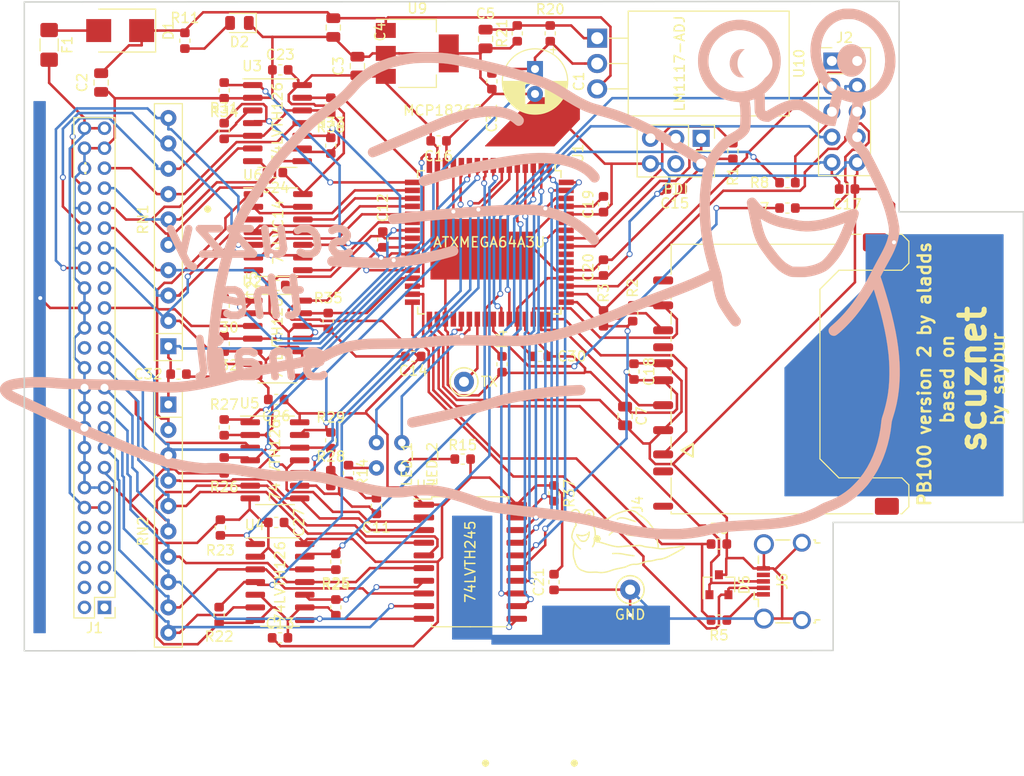
<source format=kicad_pcb>
(kicad_pcb (version 20171130) (host pcbnew 5.1.9+dfsg1-1)
  (layers (0 F.Cu signal) (31 B.Cu signal) (34 B.Paste user) (35 F.Paste user) (36 B.SilkS user) (37 F.SilkS user) (38 B.Mask user) (39 F.Mask user) (44 Edge.Cuts user))
  (net 0 "")
  (net 1 /REQ)
  (net 2 /MSG)
  (net 3 /IO)
  (net 4 /RST)
  (net 5 /ACK)
  (net 6 /BSY)
  (net 7 GND)
  (net 8 /DB0)
  (net 9 /DB3)
  (net 10 /DB5)
  (net 11 /DB6)
  (net 12 /DB7)
  (net 13 /CD)
  (net 14 /ATN)
  (net 15 /SEL)
  (net 16 /DBP)
  (net 17 /DB1)
  (net 18 /DB2)
  (net 19 /DB4)
  (net 20 VBUS)
  (net 21 "Net-(F1-Pad2)")
  (net 22 "Net-(U1-Pad36)")
  (net 23 "Net-(U1-Pad54)")
  (net 24 "Net-(U1-Pad55)")
  (net 25 "Net-(U1-Pad59)")
  (net 26 /TSEL)
  (net 27 /TBSY)
  (net 28 /TIO)
  (net 29 VCC)
  (net 30 /TREQ)
  (net 31 /TMSG)
  (net 32 /TCD)
  (net 33 /TDBP)
  (net 34 /TDB0)
  (net 35 /TDB1)
  (net 36 /TDB2)
  (net 37 /TDB3)
  (net 38 /TDB4)
  (net 39 /TDB5)
  (net 40 /TDB6)
  (net 41 /TDB7)
  (net 42 /RRST)
  (net 43 /RATN)
  (net 44 /RACK)
  (net 45 /RBSY)
  (net 46 /RSEL)
  (net 47 /RDBP)
  (net 48 /RDB7)
  (net 49 /RDB6)
  (net 50 /RDB5)
  (net 51 /RDB4)
  (net 52 /RDB3)
  (net 53 /RDB2)
  (net 54 /RDB1)
  (net 55 /RDB0)
  (net 56 +5V)
  (net 57 "Net-(C5-Pad1)")
  (net 58 "Net-(D1-Pad2)")
  (net 59 "Net-(J4-Pad8)")
  (net 60 /SD_MOSI)
  (net 61 /SD_SCK)
  (net 62 /SD_MISO)
  (net 63 "Net-(J5-Pad1)")
  (net 64 "Net-(J5-Pad3)")
  (net 65 "Net-(J5-Pad4)")
  (net 66 "Net-(J5-Pad5)")
  (net 67 /~E_CS)
  (net 68 /~SD_CS)
  (net 69 /E_SCK)
  (net 70 /E_MISO)
  (net 71 /E_MOSI)
  (net 72 /~E_RST)
  (net 73 "Net-(R7-Pad1)")
  (net 74 /DIAG_TX)
  (net 75 "Net-(D2-Pad2)")
  (net 76 /~DOE)
  (net 77 "Net-(R8-Pad1)")
  (net 78 /~E_INT)
  (net 79 "Net-(U2-Pad8)")
  (net 80 "Net-(J4-Pad12)")
  (net 81 "Net-(J4-Pad13)")
  (net 82 "Net-(J4-Pad11)")
  (net 83 "Net-(J4-Pad10)")
  (net 84 "Net-(J4-Pad9)")
  (net 85 "Net-(J6-Pad4)")
  (net 86 "Net-(J6-Pad1)")
  (net 87 "Net-(D5-Pad2)")
  (net 88 "Net-(D5-Pad1)")
  (net 89 "Net-(R5-Pad1)")
  (net 90 /LED1)
  (net 91 /LED2)
  (net 92 "Net-(J1-Pad10)")
  (net 93 "Net-(J1-Pad9)")
  (net 94 "Net-(J1-Pad8)")
  (net 95 "Net-(J1-Pad7)")
  (net 96 "Net-(J1-Pad6)")
  (net 97 "Net-(J1-Pad5)")
  (net 98 "Net-(J1-Pad4)")
  (net 99 "Net-(J1-Pad3)")
  (net 100 "Net-(J1-Pad2)")
  (net 101 "Net-(J1-Pad1)")
  (net 102 "Net-(JLED_1-Pad1)")
  (net 103 "Net-(JLED_2-Pad1)")
  (net 104 "Net-(J2-Pad3)")
  (net 105 "Net-(J2-Pad1)")
  (net 106 "Net-(J1-Pad33)")
  (net 107 "Net-(J1-Pad28)")
  (module Connector_PinHeader_2.00mm:PinHeader_2x25_P2.00mm_Vertical (layer F.Cu) (at 66.754 120.65 180)
    (fp_text reference J1 (at 1 -2.06) (layer F.SilkS))
    (fp_text value 50PinSCSI)
    (pad 50 thru_hole oval (at 2 48 180) (size 1.35 1.35) (drill 0.8) (layers *.Cu *.Mask) (net 21 "Net-(F1-Pad2)"))
    (pad 49 thru_hole oval (at 0 48 180) (size 1.35 1.35) (drill 0.8) (layers *.Cu *.Mask) (net 21 "Net-(F1-Pad2)"))
    (pad 48 thru_hole oval (at 2 46 180) (size 1.35 1.35) (drill 0.8) (layers *.Cu *.Mask) (net 7 GND))
    (pad 47 thru_hole oval (at 0 46 180) (size 1.35 1.35) (drill 0.8) (layers *.Cu *.Mask) (net 7 GND))
    (pad 46 thru_hole oval (at 2 44 180) (size 1.35 1.35) (drill 0.8) (layers *.Cu *.Mask) (net 7 GND))
    (pad 45 thru_hole oval (at 0 44 180) (size 1.35 1.35) (drill 0.8) (layers *.Cu *.Mask) (net 1 /REQ))
    (pad 44 thru_hole oval (at 2 42 180) (size 1.35 1.35) (drill 0.8) (layers *.Cu *.Mask) (net 3 /IO))
    (pad 43 thru_hole oval (at 0 42 180) (size 1.35 1.35) (drill 0.8) (layers *.Cu *.Mask) (net 13 /CD))
    (pad 42 thru_hole oval (at 2 40 180) (size 1.35 1.35) (drill 0.8) (layers *.Cu *.Mask) (net 7 GND))
    (pad 41 thru_hole oval (at 0 40 180) (size 1.35 1.35) (drill 0.8) (layers *.Cu *.Mask) (net 15 /SEL))
    (pad 40 thru_hole oval (at 2 38 180) (size 1.35 1.35) (drill 0.8) (layers *.Cu *.Mask) (net 4 /RST))
    (pad 39 thru_hole oval (at 0 38 180) (size 1.35 1.35) (drill 0.8) (layers *.Cu *.Mask) (net 2 /MSG))
    (pad 38 thru_hole oval (at 2 36 180) (size 1.35 1.35) (drill 0.8) (layers *.Cu *.Mask) (net 7 GND))
    (pad 37 thru_hole oval (at 0 36 180) (size 1.35 1.35) (drill 0.8) (layers *.Cu *.Mask) (net 5 /ACK))
    (pad 36 thru_hole oval (at 2 34 180) (size 1.35 1.35) (drill 0.8) (layers *.Cu *.Mask) (net 14 /ATN))
    (pad 35 thru_hole oval (at 0 34 180) (size 1.35 1.35) (drill 0.8) (layers *.Cu *.Mask) (net 6 /BSY))
    (pad 34 thru_hole oval (at 2 32 180) (size 1.35 1.35) (drill 0.8) (layers *.Cu *.Mask) (net 7 GND))
    (pad 33 thru_hole oval (at 0 32 180) (size 1.35 1.35) (drill 0.8) (layers *.Cu *.Mask) (net 106 "Net-(J1-Pad33)"))
    (pad 32 thru_hole oval (at 2 30 180) (size 1.35 1.35) (drill 0.8) (layers *.Cu *.Mask) (net 7 GND))
    (pad 31 thru_hole oval (at 0 30 180) (size 1.35 1.35) (drill 0.8) (layers *.Cu *.Mask) (net 16 /DBP))
    (pad 30 thru_hole oval (at 2 28 180) (size 1.35 1.35) (drill 0.8) (layers *.Cu *.Mask) (net 7 GND))
    (pad 29 thru_hole oval (at 0 28 180) (size 1.35 1.35) (drill 0.8) (layers *.Cu *.Mask) (net 12 /DB7))
    (pad 28 thru_hole oval (at 2 26 180) (size 1.35 1.35) (drill 0.8) (layers *.Cu *.Mask) (net 107 "Net-(J1-Pad28)"))
    (pad 27 thru_hole oval (at 0 26 180) (size 1.35 1.35) (drill 0.8) (layers *.Cu *.Mask) (net 11 /DB6))
    (pad 26 thru_hole oval (at 2 24 180) (size 1.35 1.35) (drill 0.8) (layers *.Cu *.Mask) (net 7 GND))
    (pad 25 thru_hole oval (at 0 24 180) (size 1.35 1.35) (drill 0.8) (layers *.Cu *.Mask) (net 10 /DB5))
    (pad 24 thru_hole oval (at 2 22 180) (size 1.35 1.35) (drill 0.8) (layers *.Cu *.Mask) (net 7 GND))
    (pad 23 thru_hole oval (at 0 22 180) (size 1.35 1.35) (drill 0.8) (layers *.Cu *.Mask) (net 19 /DB4))
    (pad 22 thru_hole oval (at 2 20 180) (size 1.35 1.35) (drill 0.8) (layers *.Cu *.Mask) (net 7 GND))
    (pad 21 thru_hole oval (at 0 20 180) (size 1.35 1.35) (drill 0.8) (layers *.Cu *.Mask) (net 9 /DB3))
    (pad 20 thru_hole oval (at 2 18 180) (size 1.35 1.35) (drill 0.8) (layers *.Cu *.Mask) (net 7 GND))
    (pad 19 thru_hole oval (at 0 18 180) (size 1.35 1.35) (drill 0.8) (layers *.Cu *.Mask) (net 18 /DB2))
    (pad 18 thru_hole oval (at 2 16 180) (size 1.35 1.35) (drill 0.8) (layers *.Cu *.Mask) (net 7 GND))
    (pad 17 thru_hole oval (at 0 16 180) (size 1.35 1.35) (drill 0.8) (layers *.Cu *.Mask) (net 17 /DB1))
    (pad 16 thru_hole oval (at 2 14 180) (size 1.35 1.35) (drill 0.8) (layers *.Cu *.Mask) (net 7 GND))
    (pad 15 thru_hole oval (at 0 14 180) (size 1.35 1.35) (drill 0.8) (layers *.Cu *.Mask) (net 8 /DB0))
    (pad 14 thru_hole oval (at 2 12 180) (size 1.35 1.35) (drill 0.8) (layers *.Cu *.Mask) (net 7 GND))
    (pad 13 thru_hole oval (at 0 12 180) (size 1.35 1.35) (drill 0.8) (layers *.Cu *.Mask) (net 7 GND))
    (pad 12 thru_hole oval (at 2 10 180) (size 1.35 1.35) (drill 0.8) (layers *.Cu *.Mask) (net 21 "Net-(F1-Pad2)"))
    (pad 11 thru_hole oval (at 0 10 180) (size 1.35 1.35) (drill 0.8) (layers *.Cu *.Mask) (net 21 "Net-(F1-Pad2)"))
    (pad 10 thru_hole oval (at 2 8 180) (size 1.35 1.35) (drill 0.8) (layers *.Cu *.Mask) (net 92 "Net-(J1-Pad10)"))
    (pad 9 thru_hole oval (at 0 8 180) (size 1.35 1.35) (drill 0.8) (layers *.Cu *.Mask) (net 93 "Net-(J1-Pad9)"))
    (pad 8 thru_hole oval (at 2 6 180) (size 1.35 1.35) (drill 0.8) (layers *.Cu *.Mask) (net 94 "Net-(J1-Pad8)"))
    (pad 7 thru_hole oval (at 0 6 180) (size 1.35 1.35) (drill 0.8) (layers *.Cu *.Mask) (net 95 "Net-(J1-Pad7)"))
    (pad 6 thru_hole oval (at 2 4 180) (size 1.35 1.35) (drill 0.8) (layers *.Cu *.Mask) (net 96 "Net-(J1-Pad6)"))
    (pad 5 thru_hole oval (at 0 4 180) (size 1.35 1.35) (drill 0.8) (layers *.Cu *.Mask) (net 97 "Net-(J1-Pad5)"))
    (pad 4 thru_hole oval (at 2 2 180) (size 1.35 1.35) (drill 0.8) (layers *.Cu *.Mask) (net 98 "Net-(J1-Pad4)"))
    (pad 3 thru_hole oval (at 0 2 180) (size 1.35 1.35) (drill 0.8) (layers *.Cu *.Mask) (net 99 "Net-(J1-Pad3)"))
    (pad 2 thru_hole oval (at 2 0 180) (size 1.35 1.35) (drill 0.8) (layers *.Cu *.Mask) (net 100 "Net-(J1-Pad2)"))
    (pad 1 thru_hole rect (at 0 0 180) (size 1.35 1.35) (drill 0.8) (layers *.Cu *.Mask) (net 101 "Net-(J1-Pad1)"))
  )
  (module Capacitor_SMD:C_0603_1608Metric (layer F.Cu) (at 141.097 78.74)
    (fp_text reference C17 (at 0 1.524) (layer F.SilkS))
    (fp_text value 100nF)
    (pad 2 smd roundrect (at 0.7875 0) (size 0.875 0.95) (layers F.Cu F.Paste F.Mask) (net 7 GND))
    (pad 1 smd roundrect (at -0.7875 0) (size 0.875 0.95) (layers F.Cu F.Paste F.Mask) (net 29 VCC))
  )
  (module Connector_PinHeader_2.54mm:PinHeader_2x05_P2.54mm_Vertical (layer F.Cu) (at 139.573 65.913)
    (fp_text reference J2 (at 1.27 -2.33) (layer F.SilkS))
    (fp_text value Conn_02x05_Odd_Even_SPI)
    (pad 10 thru_hole oval (at 2.54 10.16) (size 1.7 1.7) (drill 1) (layers *.Cu *.Mask) (net 7 GND))
    (pad 9 thru_hole oval (at 0 10.16) (size 1.7 1.7) (drill 1) (layers *.Cu *.Mask) (net 29 VCC))
    (pad 8 thru_hole oval (at 2.54 7.62) (size 1.7 1.7) (drill 1) (layers *.Cu *.Mask) (net 72 /~E_RST))
    (pad 7 thru_hole oval (at 0 7.62) (size 1.7 1.7) (drill 1) (layers *.Cu *.Mask) (net 67 /~E_CS))
    (pad 6 thru_hole oval (at 2.54 5.08) (size 1.7 1.7) (drill 1) (layers *.Cu *.Mask) (net 69 /E_SCK))
    (pad 5 thru_hole oval (at 0 5.08) (size 1.7 1.7) (drill 1) (layers *.Cu *.Mask) (net 71 /E_MOSI))
    (pad 4 thru_hole oval (at 2.54 2.54) (size 1.7 1.7) (drill 1) (layers *.Cu *.Mask) (net 70 /E_MISO))
    (pad 3 thru_hole oval (at 0 2.54) (size 1.7 1.7) (drill 1) (layers *.Cu *.Mask) (net 104 "Net-(J2-Pad3)"))
    (pad 2 thru_hole oval (at 2.54 0) (size 1.7 1.7) (drill 1) (layers *.Cu *.Mask) (net 78 /~E_INT))
    (pad 1 thru_hole rect (at 0 0) (size 1.7 1.7) (drill 1) (layers *.Cu *.Mask) (net 105 "Net-(J2-Pad1)"))
  )
  (module scuznet:2pin (layer F.Cu) (at 99.06 106.68 90)
    (fp_text reference JLED_2 (at 0 0.5 90) (layer F.SilkS))
    (fp_text value Conn_01x02)
    (pad 2 thru_hole circle (at 2.54 -2.54 90) (size 1.524 1.524) (drill 0.762) (layers *.Cu *.Mask) (net 91 /LED2))
    (pad 1 thru_hole circle (at 0 -2.54 90) (size 1.524 1.524) (drill 0.762) (layers *.Cu *.Mask) (net 103 "Net-(JLED_2-Pad1)"))
  )
  (module scuznet:2pin (layer F.Cu) (at 96.52 106.68 90)
    (fp_text reference JLED_1 (at 0 0.5 90) (layer F.SilkS))
    (fp_text value Conn_01x02)
    (pad 2 thru_hole circle (at 2.54 -2.54 90) (size 1.524 1.524) (drill 0.762) (layers *.Cu *.Mask) (net 90 /LED1))
    (pad 1 thru_hole circle (at 0 -2.54 90) (size 1.524 1.524) (drill 0.762) (layers *.Cu *.Mask) (net 102 "Net-(JLED_1-Pad1)"))
  )
  (module Resistor_SMD:R_0603_1608Metric (layer F.Cu) (at 102.616 105.791 180)
    (fp_text reference R15 (at 0 1.397) (layer F.SilkS))
    (fp_text value 165)
    (pad 2 smd roundrect (at 0.7875 0 180) (size 0.875 0.95) (layers F.Cu F.Paste F.Mask) (net 103 "Net-(JLED_2-Pad1)"))
    (pad 1 smd roundrect (at -0.7875 0 180) (size 0.875 0.95) (layers F.Cu F.Paste F.Mask) (net 29 VCC))
  )
  (module Connector_PinHeader_2.54mm:PinHeader_2x03_P2.54mm_Vertical (layer F.Cu) (at 126.492 73.66 270)
    (fp_text reference J5)
    (fp_text value PDI (at 5.08 2.54 180) (layer F.SilkS))
    (pad 6 thru_hole oval (at 2.54 5.08 270) (size 1.7 1.7) (drill 1) (layers *.Cu *.Mask) (net 7 GND))
    (pad 5 thru_hole oval (at 0 5.08 270) (size 1.7 1.7) (drill 1) (layers *.Cu *.Mask) (net 66 "Net-(J5-Pad5)"))
    (pad 4 thru_hole oval (at 2.54 2.54 270) (size 1.7 1.7) (drill 1) (layers *.Cu *.Mask) (net 65 "Net-(J5-Pad4)"))
    (pad 3 thru_hole oval (at 0 2.54 270) (size 1.7 1.7) (drill 1) (layers *.Cu *.Mask) (net 64 "Net-(J5-Pad3)"))
    (pad 2 thru_hole oval (at 2.54 0 270) (size 1.7 1.7) (drill 1) (layers *.Cu *.Mask) (net 29 VCC))
    (pad 1 thru_hole rect (at 0 0 270) (size 1.7 1.7) (drill 1) (layers *.Cu *.Mask) (net 63 "Net-(J5-Pad1)"))
  )
  (module Package_TO_SOT_THT:TO-220F-3_Horizontal_TabDown (layer F.Cu) (at 116.078 63.627 270)
    (fp_text reference U10 (at 2.54 -20.22 90) (layer F.SilkS))
    (fp_text value LM1117-ADJ (at 2.54 -8.255 90) (layer F.SilkS))
    (pad "" np_thru_hole oval (at 2.54 -15.8 270) (size 3.5 3.5) (drill 3.5) (layers *.Cu *.Mask) (clearance 2))
    (pad 1 thru_hole rect (at 0 0 270) (size 1.905 2) (drill 1.2) (layers *.Cu *.Mask) (net 57 "Net-(C5-Pad1)"))
    (pad 2 thru_hole oval (at 2.54 0 270) (size 1.905 2) (drill 1.2) (layers *.Cu *.Mask) (net 20 VBUS))
    (pad 3 thru_hole oval (at 5.08 0 270) (size 1.905 2) (drill 1.2) (layers *.Cu *.Mask) (net 56 +5V))
  )
  (module Package_TO_SOT_SMD:SOT-223-3_TabPin2 (layer F.Cu) (at 98.069 65.151)
    (fp_text reference U9 (at 0 -4.5) (layer F.SilkS))
    (fp_text value MCP1826S (at 2.54 5.715) (layer F.SilkS))
    (pad 1 smd rect (at -3.15 -2.3) (size 2 1.5) (layers F.Cu F.Paste F.Mask) (net 56 +5V))
    (pad 3 smd rect (at -3.15 2.3) (size 2 1.5) (layers F.Cu F.Paste F.Mask) (net 29 VCC))
    (pad 2 smd rect (at -3.15 0) (size 2 1.5) (layers F.Cu F.Paste F.Mask) (net 7 GND))
    (pad 2 smd rect (at 3.15 0) (size 2 3.8) (layers F.Cu F.Paste F.Mask) (net 7 GND))
  )
  (module Resistor_SMD:R_0603_1608Metric (layer F.Cu) (at 128.27 114.3 180)
    (fp_text reference R6 (at 0 1.524) (layer F.SilkS))
    (fp_text value 10K)
    (pad 2 smd roundrect (at 0.7875 0 180) (size 0.875 0.95) (layers F.Cu F.Paste F.Mask) (net 89 "Net-(R5-Pad1)"))
    (pad 1 smd roundrect (at -0.7875 0 180) (size 0.875 0.95) (layers F.Cu F.Paste F.Mask) (net 7 GND))
  )
  (module Resistor_SMD:R_0603_1608Metric (layer F.Cu) (at 128.27 121.92)
    (fp_text reference R5 (at 0 1.524) (layer F.SilkS))
    (fp_text value 10K)
    (pad 2 smd roundrect (at 0.7875 0) (size 0.875 0.95) (layers F.Cu F.Paste F.Mask) (net 86 "Net-(J6-Pad1)"))
    (pad 1 smd roundrect (at -0.7875 0) (size 0.875 0.95) (layers F.Cu F.Paste F.Mask) (net 89 "Net-(R5-Pad1)"))
  )
  (module Connector_USB:USB_Micro-B_Wuerth_629105150521_CircularHoles (layer F.Cu) (at 134.62 118.045 90)
    (fp_text reference J6 (at 0.011 -0.003 90) (layer F.SilkS))
    (fp_text value USB_B_Micro)
    (pad "" np_thru_hole circle (at 2.5 -0.8 90) (size 0.8 0.8) (drill 0.8) (layers *.Cu *.Mask))
    (pad "" np_thru_hole circle (at -2.5 -0.8 90) (size 0.8 0.8) (drill 0.8) (layers *.Cu *.Mask))
    (pad 6 thru_hole circle (at 3.875 1.95 90) (size 1.8 1.8) (drill 1.2) (layers *.Cu *.Mask) (net 7 GND))
    (pad 6 thru_hole circle (at -3.875 1.95 90) (size 1.8 1.8) (drill 1.2) (layers *.Cu *.Mask) (net 7 GND))
    (pad 6 thru_hole circle (at 3.725 -1.85 90) (size 2 2) (drill 1.4) (layers *.Cu *.Mask) (net 7 GND))
    (pad 6 thru_hole circle (at -3.725 -1.85 90) (size 2 2) (drill 1.4) (layers *.Cu *.Mask) (net 7 GND))
    (pad 5 smd rect (at 1.3 -1.9 90) (size 0.45 1.3) (layers F.Cu F.Paste F.Mask) (net 7 GND))
    (pad 4 smd rect (at 0.65 -1.9 90) (size 0.45 1.3) (layers F.Cu F.Paste F.Mask) (net 85 "Net-(J6-Pad4)"))
    (pad 3 smd rect (at 0 -1.9 90) (size 0.45 1.3) (layers F.Cu F.Paste F.Mask) (net 88 "Net-(D5-Pad1)"))
    (pad 2 smd rect (at -0.65 -1.9 90) (size 0.45 1.3) (layers F.Cu F.Paste F.Mask) (net 87 "Net-(D5-Pad2)"))
    (pad 1 smd rect (at -1.3 -1.9 90) (size 0.45 1.3) (layers F.Cu F.Paste F.Mask) (net 86 "Net-(J6-Pad1)"))
  )
  (module Package_TO_SOT_SMD:SOT-23 (layer F.Cu) (at 128.27 118.38 90)
    (fp_text reference D5 (at 0 2.54 90) (layer F.SilkS))
    (fp_text value SP0502BAHT)
    (pad 3 smd rect (at 1 0 90) (size 0.9 0.8) (layers F.Cu F.Paste F.Mask) (net 7 GND))
    (pad 2 smd rect (at -1 0.95 90) (size 0.9 0.8) (layers F.Cu F.Paste F.Mask) (net 87 "Net-(D5-Pad2)"))
    (pad 1 smd rect (at -1 -0.95 90) (size 0.9 0.8) (layers F.Cu F.Paste F.Mask) (net 88 "Net-(D5-Pad1)"))
  )
  (module Connector_Card:SD_Kyocera_145638009211859+ (layer F.Cu) (at 135.182 97.274 90)
    (fp_text reference J4 (at -13.04 -15.04 270) (layer F.SilkS))
    (fp_text value SD_Card)
    (pad 12 smd roundrect (at 13.2 8.7 90) (size 1.8 2.4) (layers F.Cu F.Paste F.Mask) (roundrect_rratio 0.139) (net 80 "Net-(J4-Pad12)"))
    (pad 13 smd roundrect (at -13.25 9.9 90) (size 1.7 2.4) (layers F.Cu F.Paste F.Mask) (roundrect_rratio 0.147) (net 81 "Net-(J4-Pad13)"))
    (pad "" np_thru_hole circle (at 12.1 -5.3 270) (size 1.5 1.5) (drill 1.5) (layers *.Cu *.Mask))
    (pad "" np_thru_hole circle (at -12.1 -5.3 270) (size 1.5 1.5) (drill 1.5) (layers *.Cu *.Mask))
    (pad 11 smd roundrect (at -13.24 -12.5 90) (size 0.7 2) (layers F.Cu F.Paste F.Mask) (roundrect_rratio 0.357) (net 82 "Net-(J4-Pad11)"))
    (pad 8 smd roundrect (at -9.75 -12.5 90) (size 0.8 2) (layers F.Cu F.Paste F.Mask) (roundrect_rratio 0.313) (net 59 "Net-(J4-Pad8)"))
    (pad 7 smd roundrect (at -8.05 -12.5 90) (size 0.8 2) (layers F.Cu F.Paste F.Mask) (roundrect_rratio 0.313) (net 62 /SD_MISO))
    (pad 6 smd roundrect (at -5.62 -12.5 90) (size 0.8 2) (layers F.Cu F.Paste F.Mask) (roundrect_rratio 0.313) (net 7 GND))
    (pad 5 smd roundrect (at -3.12 -12.5 90) (size 0.8 2) (layers F.Cu F.Paste F.Mask) (roundrect_rratio 0.313) (net 61 /SD_SCK))
    (pad 4 smd roundrect (at -0.62 -12.5 90) (size 0.8 2) (layers F.Cu F.Paste F.Mask) (roundrect_rratio 0.313) (net 29 VCC))
    (pad 3 smd roundrect (at 1.08 -12.5 90) (size 0.8 2) (layers F.Cu F.Paste F.Mask) (roundrect_rratio 0.313) (net 7 GND))
    (pad 10 smd roundrect (at 2.68 -12.5 90) (size 0.8 2) (layers F.Cu F.Paste F.Mask) (roundrect_rratio 0.313) (net 83 "Net-(J4-Pad10)"))
    (pad 2 smd roundrect (at 4.38 -12.5 90) (size 0.8 2) (layers F.Cu F.Paste F.Mask) (roundrect_rratio 0.313) (net 60 /SD_MOSI))
    (pad 1 smd roundrect (at 6.88 -12.5 90) (size 0.8 2) (layers F.Cu F.Paste F.Mask) (roundrect_rratio 0.313) (net 68 /~SD_CS))
    (pad 9 smd roundrect (at 9.38 -12.5 90) (size 0.8 2) (layers F.Cu F.Paste F.Mask) (roundrect_rratio 0.313) (net 84 "Net-(J4-Pad9)"))
  )
  (module Package_SO:SOIC-20W_7.5x12.8mm_P1.27mm (layer F.Cu) (at 103.378 116.078)
    (fp_text reference U7 (at -4.445 -7.62) (layer F.SilkS))
    (fp_text value 74LVTH245 (at 0 0 270) (layer F.SilkS))
    (pad 20 smd roundrect (at 4.65 -5.715) (size 2.05 0.6) (layers F.Cu F.Paste F.Mask) (net 29 VCC))
    (pad 19 smd roundrect (at 4.65 -4.445) (size 2.05 0.6) (layers F.Cu F.Paste F.Mask) (net 76 /~DOE))
    (pad 18 smd roundrect (at 4.65 -3.175) (size 2.05 0.6) (layers F.Cu F.Paste F.Mask) (net 48 /RDB7))
    (pad 17 smd roundrect (at 4.65 -1.905) (size 2.05 0.6) (layers F.Cu F.Paste F.Mask) (net 49 /RDB6))
    (pad 16 smd roundrect (at 4.65 -0.635) (size 2.05 0.6) (layers F.Cu F.Paste F.Mask) (net 50 /RDB5))
    (pad 15 smd roundrect (at 4.65 0.635) (size 2.05 0.6) (layers F.Cu F.Paste F.Mask) (net 51 /RDB4))
    (pad 14 smd roundrect (at 4.65 1.905) (size 2.05 0.6) (layers F.Cu F.Paste F.Mask) (net 52 /RDB3))
    (pad 13 smd roundrect (at 4.65 3.175) (size 2.05 0.6) (layers F.Cu F.Paste F.Mask) (net 53 /RDB2))
    (pad 12 smd roundrect (at 4.65 4.445) (size 2.05 0.6) (layers F.Cu F.Paste F.Mask) (net 54 /RDB1))
    (pad 11 smd roundrect (at 4.65 5.715) (size 2.05 0.6) (layers F.Cu F.Paste F.Mask) (net 55 /RDB0))
    (pad 10 smd roundrect (at -4.65 5.715) (size 2.05 0.6) (layers F.Cu F.Paste F.Mask) (net 7 GND))
    (pad 9 smd roundrect (at -4.65 4.445) (size 2.05 0.6) (layers F.Cu F.Paste F.Mask) (net 8 /DB0))
    (pad 8 smd roundrect (at -4.65 3.175) (size 2.05 0.6) (layers F.Cu F.Paste F.Mask) (net 17 /DB1))
    (pad 7 smd roundrect (at -4.65 1.905) (size 2.05 0.6) (layers F.Cu F.Paste F.Mask) (net 18 /DB2))
    (pad 6 smd roundrect (at -4.65 0.635) (size 2.05 0.6) (layers F.Cu F.Paste F.Mask) (net 9 /DB3))
    (pad 5 smd roundrect (at -4.65 -0.635) (size 2.05 0.6) (layers F.Cu F.Paste F.Mask) (net 19 /DB4))
    (pad 4 smd roundrect (at -4.65 -1.905) (size 2.05 0.6) (layers F.Cu F.Paste F.Mask) (net 10 /DB5))
    (pad 3 smd roundrect (at -4.65 -3.175) (size 2.05 0.6) (layers F.Cu F.Paste F.Mask) (net 11 /DB6))
    (pad 2 smd roundrect (at -4.65 -4.445) (size 2.05 0.6) (layers F.Cu F.Paste F.Mask) (net 12 /DB7))
    (pad 1 smd roundrect (at -4.65 -5.715) (size 2.05 0.6) (layers F.Cu F.Paste F.Mask) (net 29 VCC))
  )
  (module Package_SO:SOIC-14_3.9x8.7mm_P1.27mm (layer F.Cu) (at 84.139 83.058)
    (fp_text reference U6 (at -2.54 -5.715) (layer F.SilkS))
    (fp_text value 74LVC14 (at 0 0 270) (layer F.SilkS))
    (pad 14 smd roundrect (at 2.475 -3.81) (size 1.95 0.6) (layers F.Cu F.Paste F.Mask) (net 29 VCC))
    (pad 13 smd roundrect (at 2.475 -2.54) (size 1.95 0.6) (layers F.Cu F.Paste F.Mask) (net 15 /SEL))
    (pad 12 smd roundrect (at 2.475 -1.27) (size 1.95 0.6) (layers F.Cu F.Paste F.Mask) (net 46 /RSEL))
    (pad 11 smd roundrect (at 2.475 0) (size 1.95 0.6) (layers F.Cu F.Paste F.Mask) (net 5 /ACK))
    (pad 10 smd roundrect (at 2.475 1.27) (size 1.95 0.6) (layers F.Cu F.Paste F.Mask) (net 44 /RACK))
    (pad 9 smd roundrect (at 2.475 2.54) (size 1.95 0.6) (layers F.Cu F.Paste F.Mask) (net 4 /RST))
    (pad 8 smd roundrect (at 2.475 3.81) (size 1.95 0.6) (layers F.Cu F.Paste F.Mask) (net 42 /RRST))
    (pad 7 smd roundrect (at -2.475 3.81) (size 1.95 0.6) (layers F.Cu F.Paste F.Mask) (net 7 GND))
    (pad 6 smd roundrect (at -2.475 2.54) (size 1.95 0.6) (layers F.Cu F.Paste F.Mask) (net 43 /RATN))
    (pad 5 smd roundrect (at -2.475 1.27) (size 1.95 0.6) (layers F.Cu F.Paste F.Mask) (net 14 /ATN))
    (pad 4 smd roundrect (at -2.475 0) (size 1.95 0.6) (layers F.Cu F.Paste F.Mask) (net 45 /RBSY))
    (pad 3 smd roundrect (at -2.475 -1.27) (size 1.95 0.6) (layers F.Cu F.Paste F.Mask) (net 6 /BSY))
    (pad 2 smd roundrect (at -2.475 -2.54) (size 1.95 0.6) (layers F.Cu F.Paste F.Mask) (net 47 /RDBP))
    (pad 1 smd roundrect (at -2.475 -3.81) (size 1.95 0.6) (layers F.Cu F.Paste F.Mask) (net 16 /DBP))
  )
  (module Package_SO:SOIC-14_3.9x8.7mm_P1.27mm (layer F.Cu) (at 83.82 105.918)
    (fp_text reference U5 (at -2.54 -5.715) (layer F.SilkS))
    (fp_text value 74LVTH126 (at 0 0 -90) (layer F.SilkS))
    (pad 14 smd roundrect (at 2.475 -3.81) (size 1.95 0.6) (layers F.Cu F.Paste F.Mask) (net 29 VCC))
    (pad 13 smd roundrect (at 2.475 -2.54) (size 1.95 0.6) (layers F.Cu F.Paste F.Mask) (net 41 /TDB7))
    (pad 12 smd roundrect (at 2.475 -1.27) (size 1.95 0.6) (layers F.Cu F.Paste F.Mask) (net 7 GND))
    (pad 11 smd roundrect (at 2.475 0) (size 1.95 0.6) (layers F.Cu F.Paste F.Mask) (net 12 /DB7))
    (pad 10 smd roundrect (at 2.475 1.27) (size 1.95 0.6) (layers F.Cu F.Paste F.Mask) (net 40 /TDB6))
    (pad 9 smd roundrect (at 2.475 2.54) (size 1.95 0.6) (layers F.Cu F.Paste F.Mask) (net 7 GND))
    (pad 8 smd roundrect (at 2.475 3.81) (size 1.95 0.6) (layers F.Cu F.Paste F.Mask) (net 11 /DB6))
    (pad 7 smd roundrect (at -2.475 3.81) (size 1.95 0.6) (layers F.Cu F.Paste F.Mask) (net 7 GND))
    (pad 6 smd roundrect (at -2.475 2.54) (size 1.95 0.6) (layers F.Cu F.Paste F.Mask) (net 19 /DB4))
    (pad 5 smd roundrect (at -2.475 1.27) (size 1.95 0.6) (layers F.Cu F.Paste F.Mask) (net 7 GND))
    (pad 4 smd roundrect (at -2.475 0) (size 1.95 0.6) (layers F.Cu F.Paste F.Mask) (net 38 /TDB4))
    (pad 3 smd roundrect (at -2.475 -1.27) (size 1.95 0.6) (layers F.Cu F.Paste F.Mask) (net 10 /DB5))
    (pad 2 smd roundrect (at -2.475 -2.54) (size 1.95 0.6) (layers F.Cu F.Paste F.Mask) (net 7 GND))
    (pad 1 smd roundrect (at -2.475 -3.81) (size 1.95 0.6) (layers F.Cu F.Paste F.Mask) (net 39 /TDB5))
  )
  (module Package_SO:SOIC-14_3.9x8.7mm_P1.27mm (layer F.Cu) (at 84.328 118.11)
    (fp_text reference U4 (at -2.54 -5.715) (layer F.SilkS))
    (fp_text value 74LVTH126 (at 0 0 270) (layer F.SilkS))
    (pad 14 smd roundrect (at 2.475 -3.81) (size 1.95 0.6) (layers F.Cu F.Paste F.Mask) (net 29 VCC))
    (pad 13 smd roundrect (at 2.475 -2.54) (size 1.95 0.6) (layers F.Cu F.Paste F.Mask) (net 37 /TDB3))
    (pad 12 smd roundrect (at 2.475 -1.27) (size 1.95 0.6) (layers F.Cu F.Paste F.Mask) (net 7 GND))
    (pad 11 smd roundrect (at 2.475 0) (size 1.95 0.6) (layers F.Cu F.Paste F.Mask) (net 9 /DB3))
    (pad 10 smd roundrect (at 2.475 1.27) (size 1.95 0.6) (layers F.Cu F.Paste F.Mask) (net 36 /TDB2))
    (pad 9 smd roundrect (at 2.475 2.54) (size 1.95 0.6) (layers F.Cu F.Paste F.Mask) (net 7 GND))
    (pad 8 smd roundrect (at 2.475 3.81) (size 1.95 0.6) (layers F.Cu F.Paste F.Mask) (net 18 /DB2))
    (pad 7 smd roundrect (at -2.475 3.81) (size 1.95 0.6) (layers F.Cu F.Paste F.Mask) (net 7 GND))
    (pad 6 smd roundrect (at -2.475 2.54) (size 1.95 0.6) (layers F.Cu F.Paste F.Mask) (net 8 /DB0))
    (pad 5 smd roundrect (at -2.475 1.27) (size 1.95 0.6) (layers F.Cu F.Paste F.Mask) (net 7 GND))
    (pad 4 smd roundrect (at -2.475 0) (size 1.95 0.6) (layers F.Cu F.Paste F.Mask) (net 34 /TDB0))
    (pad 3 smd roundrect (at -2.475 -1.27) (size 1.95 0.6) (layers F.Cu F.Paste F.Mask) (net 17 /DB1))
    (pad 2 smd roundrect (at -2.475 -2.54) (size 1.95 0.6) (layers F.Cu F.Paste F.Mask) (net 7 GND))
    (pad 1 smd roundrect (at -2.475 -3.81) (size 1.95 0.6) (layers F.Cu F.Paste F.Mask) (net 35 /TDB1))
  )
  (module Package_SO:SOIC-14_3.9x8.7mm_P1.27mm (layer F.Cu) (at 84.074 72.136)
    (fp_text reference U3 (at -2.54 -5.715) (layer F.SilkS))
    (fp_text value 74LVTH126 (at 0 0 270) (layer F.SilkS))
    (pad 14 smd roundrect (at 2.475 -3.81) (size 1.95 0.6) (layers F.Cu F.Paste F.Mask) (net 29 VCC))
    (pad 13 smd roundrect (at 2.475 -2.54) (size 1.95 0.6) (layers F.Cu F.Paste F.Mask) (net 30 /TREQ))
    (pad 12 smd roundrect (at 2.475 -1.27) (size 1.95 0.6) (layers F.Cu F.Paste F.Mask) (net 7 GND))
    (pad 11 smd roundrect (at 2.475 0) (size 1.95 0.6) (layers F.Cu F.Paste F.Mask) (net 1 /REQ))
    (pad 10 smd roundrect (at 2.475 1.27) (size 1.95 0.6) (layers F.Cu F.Paste F.Mask) (net 32 /TCD))
    (pad 9 smd roundrect (at 2.475 2.54) (size 1.95 0.6) (layers F.Cu F.Paste F.Mask) (net 7 GND))
    (pad 8 smd roundrect (at 2.475 3.81) (size 1.95 0.6) (layers F.Cu F.Paste F.Mask) (net 13 /CD))
    (pad 7 smd roundrect (at -2.475 3.81) (size 1.95 0.6) (layers F.Cu F.Paste F.Mask) (net 7 GND))
    (pad 6 smd roundrect (at -2.475 2.54) (size 1.95 0.6) (layers F.Cu F.Paste F.Mask) (net 15 /SEL))
    (pad 5 smd roundrect (at -2.475 1.27) (size 1.95 0.6) (layers F.Cu F.Paste F.Mask) (net 7 GND))
    (pad 4 smd roundrect (at -2.475 0) (size 1.95 0.6) (layers F.Cu F.Paste F.Mask) (net 26 /TSEL))
    (pad 3 smd roundrect (at -2.475 -1.27) (size 1.95 0.6) (layers F.Cu F.Paste F.Mask) (net 3 /IO))
    (pad 2 smd roundrect (at -2.475 -2.54) (size 1.95 0.6) (layers F.Cu F.Paste F.Mask) (net 7 GND))
    (pad 1 smd roundrect (at -2.475 -3.81) (size 1.95 0.6) (layers F.Cu F.Paste F.Mask) (net 28 /TIO))
  )
  (module Package_SO:SOIC-14_3.9x8.7mm_P1.27mm (layer F.Cu) (at 84.074 93.726)
    (fp_text reference U2 (at -2.54 -5.715) (layer F.SilkS))
    (fp_text value 74LVTH126 (at 0 0 -90) (layer F.SilkS))
    (pad 14 smd roundrect (at 2.475 -3.81) (size 1.95 0.6) (layers F.Cu F.Paste F.Mask) (net 29 VCC))
    (pad 13 smd roundrect (at 2.475 -2.54) (size 1.95 0.6) (layers F.Cu F.Paste F.Mask) (net 31 /TMSG))
    (pad 12 smd roundrect (at 2.475 -1.27) (size 1.95 0.6) (layers F.Cu F.Paste F.Mask) (net 7 GND))
    (pad 11 smd roundrect (at 2.475 0) (size 1.95 0.6) (layers F.Cu F.Paste F.Mask) (net 2 /MSG))
    (pad 10 smd roundrect (at 2.475 1.27) (size 1.95 0.6) (layers F.Cu F.Paste F.Mask) (net 7 GND))
    (pad 9 smd roundrect (at 2.475 2.54) (size 1.95 0.6) (layers F.Cu F.Paste F.Mask) (net 7 GND))
    (pad 8 smd roundrect (at 2.475 3.81) (size 1.95 0.6) (layers F.Cu F.Paste F.Mask) (net 79 "Net-(U2-Pad8)"))
    (pad 7 smd roundrect (at -2.475 3.81) (size 1.95 0.6) (layers F.Cu F.Paste F.Mask) (net 7 GND))
    (pad 6 smd roundrect (at -2.475 2.54) (size 1.95 0.6) (layers F.Cu F.Paste F.Mask) (net 6 /BSY))
    (pad 5 smd roundrect (at -2.475 1.27) (size 1.95 0.6) (layers F.Cu F.Paste F.Mask) (net 7 GND))
    (pad 4 smd roundrect (at -2.475 0) (size 1.95 0.6) (layers F.Cu F.Paste F.Mask) (net 27 /TBSY))
    (pad 3 smd roundrect (at -2.475 -1.27) (size 1.95 0.6) (layers F.Cu F.Paste F.Mask) (net 16 /DBP))
    (pad 2 smd roundrect (at -2.475 -2.54) (size 1.95 0.6) (layers F.Cu F.Paste F.Mask) (net 7 GND))
    (pad 1 smd roundrect (at -2.475 -3.81) (size 1.95 0.6) (layers F.Cu F.Paste F.Mask) (net 33 /TDBP))
  )
  (module Package_QFP:TQFP-64_14x14mm_P0.8mm (layer F.Cu) (at 105.283 84.074 270)
    (fp_text reference U1 (at -8.89 -8.89 90) (layer F.SilkS))
    (fp_text value ATXMEGA64A3U (at 0 0 180) (layer F.SilkS))
    (pad 64 smd rect (at -6 -7.7) (size 1.5 0.55) (layers F.Cu F.Paste F.Mask) (net 50 /RDB5))
    (pad 63 smd rect (at -5.2 -7.7) (size 1.5 0.55) (layers F.Cu F.Paste F.Mask) (net 49 /RDB6))
    (pad 62 smd rect (at -4.4 -7.7) (size 1.5 0.55) (layers F.Cu F.Paste F.Mask) (net 48 /RDB7))
    (pad 61 smd rect (at -3.6 -7.7) (size 1.5 0.55) (layers F.Cu F.Paste F.Mask) (net 29 VCC))
    (pad 60 smd rect (at -2.8 -7.7) (size 1.5 0.55) (layers F.Cu F.Paste F.Mask) (net 7 GND))
    (pad 59 smd rect (at -2 -7.7) (size 1.5 0.55) (layers F.Cu F.Paste F.Mask) (net 25 "Net-(U1-Pad59)"))
    (pad 58 smd rect (at -1.2 -7.7) (size 1.5 0.55) (layers F.Cu F.Paste F.Mask) (net 76 /~DOE))
    (pad 57 smd rect (at -0.4 -7.7) (size 1.5 0.55) (layers F.Cu F.Paste F.Mask) (net 66 "Net-(J5-Pad5)"))
    (pad 56 smd rect (at 0.4 -7.7) (size 1.5 0.55) (layers F.Cu F.Paste F.Mask) (net 63 "Net-(J5-Pad1)"))
    (pad 55 smd rect (at 1.2 -7.7) (size 1.5 0.55) (layers F.Cu F.Paste F.Mask) (net 24 "Net-(U1-Pad55)"))
    (pad 54 smd rect (at 2 -7.7) (size 1.5 0.55) (layers F.Cu F.Paste F.Mask) (net 23 "Net-(U1-Pad54)"))
    (pad 53 smd rect (at 2.8 -7.7) (size 1.5 0.55) (layers F.Cu F.Paste F.Mask) (net 29 VCC))
    (pad 52 smd rect (at 3.6 -7.7) (size 1.5 0.55) (layers F.Cu F.Paste F.Mask) (net 7 GND))
    (pad 51 smd rect (at 4.4 -7.7) (size 1.5 0.55) (layers F.Cu F.Paste F.Mask) (net 78 /~E_INT))
    (pad 50 smd rect (at 5.2 -7.7) (size 1.5 0.55) (layers F.Cu F.Paste F.Mask) (net 72 /~E_RST))
    (pad 49 smd rect (at 6 -7.7) (size 1.5 0.55) (layers F.Cu F.Paste F.Mask) (net 60 /SD_MOSI))
    (pad 48 smd rect (at 7.7 -6 270) (size 1.5 0.55) (layers F.Cu F.Paste F.Mask) (net 62 /SD_MISO))
    (pad 47 smd rect (at 7.7 -5.2 270) (size 1.5 0.55) (layers F.Cu F.Paste F.Mask) (net 61 /SD_SCK))
    (pad 46 smd rect (at 7.7 -4.4 270) (size 1.5 0.55) (layers F.Cu F.Paste F.Mask) (net 68 /~SD_CS))
    (pad 45 smd rect (at 7.7 -3.6 270) (size 1.5 0.55) (layers F.Cu F.Paste F.Mask) (net 29 VCC))
    (pad 44 smd rect (at 7.7 -2.8 270) (size 1.5 0.55) (layers F.Cu F.Paste F.Mask) (net 7 GND))
    (pad 43 smd rect (at 7.7 -2 270) (size 1.5 0.55) (layers F.Cu F.Paste F.Mask) (net 77 "Net-(R8-Pad1)"))
    (pad 42 smd rect (at 7.7 -1.2 270) (size 1.5 0.55) (layers F.Cu F.Paste F.Mask) (net 70 /E_MISO))
    (pad 41 smd rect (at 7.7 -0.4 270) (size 1.5 0.55) (layers F.Cu F.Paste F.Mask) (net 73 "Net-(R7-Pad1)"))
    (pad 40 smd rect (at 7.7 0.4 270) (size 1.5 0.55) (layers F.Cu F.Paste F.Mask) (net 67 /~E_CS))
    (pad 39 smd rect (at 7.7 1.2 270) (size 1.5 0.55) (layers F.Cu F.Paste F.Mask) (net 74 /DIAG_TX))
    (pad 38 smd rect (at 7.7 2 270) (size 1.5 0.55) (layers F.Cu F.Paste F.Mask) (net 91 /LED2))
    (pad 37 smd rect (at 7.7 2.8 270) (size 1.5 0.55) (layers F.Cu F.Paste F.Mask) (net 90 /LED1))
    (pad 36 smd rect (at 7.7 3.6 270) (size 1.5 0.55) (layers F.Cu F.Paste F.Mask) (net 22 "Net-(U1-Pad36)"))
    (pad 35 smd rect (at 7.7 4.4 270) (size 1.5 0.55) (layers F.Cu F.Paste F.Mask) (net 29 VCC))
    (pad 34 smd rect (at 7.7 5.2 270) (size 1.5 0.55) (layers F.Cu F.Paste F.Mask) (net 7 GND))
    (pad 33 smd rect (at 7.7 6 270) (size 1.5 0.55) (layers F.Cu F.Paste F.Mask) (net 88 "Net-(D5-Pad1)"))
    (pad 32 smd rect (at 6 7.7) (size 1.5 0.55) (layers F.Cu F.Paste F.Mask) (net 87 "Net-(D5-Pad2)"))
    (pad 31 smd rect (at 5.2 7.7) (size 1.5 0.55) (layers F.Cu F.Paste F.Mask) (net 89 "Net-(R5-Pad1)"))
    (pad 30 smd rect (at 4.4 7.7) (size 1.5 0.55) (layers F.Cu F.Paste F.Mask) (net 30 /TREQ))
    (pad 29 smd rect (at 3.6 7.7) (size 1.5 0.55) (layers F.Cu F.Paste F.Mask) (net 31 /TMSG))
    (pad 28 smd rect (at 2.8 7.7) (size 1.5 0.55) (layers F.Cu F.Paste F.Mask) (net 28 /TIO))
    (pad 27 smd rect (at 2 7.7) (size 1.5 0.55) (layers F.Cu F.Paste F.Mask) (net 32 /TCD))
    (pad 26 smd rect (at 1.2 7.7) (size 1.5 0.55) (layers F.Cu F.Paste F.Mask) (net 44 /RACK))
    (pad 25 smd rect (at 0.4 7.7) (size 1.5 0.55) (layers F.Cu F.Paste F.Mask) (net 29 VCC))
    (pad 24 smd rect (at -0.4 7.7) (size 1.5 0.55) (layers F.Cu F.Paste F.Mask) (net 7 GND))
    (pad 23 smd rect (at -1.2 7.7) (size 1.5 0.55) (layers F.Cu F.Paste F.Mask) (net 27 /TBSY))
    (pad 22 smd rect (at -2 7.7) (size 1.5 0.55) (layers F.Cu F.Paste F.Mask) (net 42 /RRST))
    (pad 21 smd rect (at -2.8 7.7) (size 1.5 0.55) (layers F.Cu F.Paste F.Mask) (net 43 /RATN))
    (pad 20 smd rect (at -3.6 7.7) (size 1.5 0.55) (layers F.Cu F.Paste F.Mask) (net 45 /RBSY))
    (pad 19 smd rect (at -4.4 7.7) (size 1.5 0.55) (layers F.Cu F.Paste F.Mask) (net 46 /RSEL))
    (pad 18 smd rect (at -5.2 7.7) (size 1.5 0.55) (layers F.Cu F.Paste F.Mask) (net 47 /RDBP))
    (pad 17 smd rect (at -6 7.7) (size 1.5 0.55) (layers F.Cu F.Paste F.Mask) (net 26 /TSEL))
    (pad 16 smd rect (at -7.7 6 270) (size 1.5 0.55) (layers F.Cu F.Paste F.Mask) (net 33 /TDBP))
    (pad 15 smd rect (at -7.7 5.2 270) (size 1.5 0.55) (layers F.Cu F.Paste F.Mask) (net 29 VCC))
    (pad 14 smd rect (at -7.7 4.4 270) (size 1.5 0.55) (layers F.Cu F.Paste F.Mask) (net 7 GND))
    (pad 13 smd rect (at -7.7 3.6 270) (size 1.5 0.55) (layers F.Cu F.Paste F.Mask) (net 41 /TDB7))
    (pad 12 smd rect (at -7.7 2.8 270) (size 1.5 0.55) (layers F.Cu F.Paste F.Mask) (net 40 /TDB6))
    (pad 11 smd rect (at -7.7 2 270) (size 1.5 0.55) (layers F.Cu F.Paste F.Mask) (net 39 /TDB5))
    (pad 10 smd rect (at -7.7 1.2 270) (size 1.5 0.55) (layers F.Cu F.Paste F.Mask) (net 38 /TDB4))
    (pad 9 smd rect (at -7.7 0.4 270) (size 1.5 0.55) (layers F.Cu F.Paste F.Mask) (net 37 /TDB3))
    (pad 8 smd rect (at -7.7 -0.4 270) (size 1.5 0.55) (layers F.Cu F.Paste F.Mask) (net 36 /TDB2))
    (pad 7 smd rect (at -7.7 -1.2 270) (size 1.5 0.55) (layers F.Cu F.Paste F.Mask) (net 35 /TDB1))
    (pad 6 smd rect (at -7.7 -2 270) (size 1.5 0.55) (layers F.Cu F.Paste F.Mask) (net 34 /TDB0))
    (pad 5 smd rect (at -7.7 -2.8 270) (size 1.5 0.55) (layers F.Cu F.Paste F.Mask) (net 55 /RDB0))
    (pad 4 smd rect (at -7.7 -3.6 270) (size 1.5 0.55) (layers F.Cu F.Paste F.Mask) (net 54 /RDB1))
    (pad 3 smd rect (at -7.7 -4.4 270) (size 1.5 0.55) (layers F.Cu F.Paste F.Mask) (net 53 /RDB2))
    (pad 2 smd rect (at -7.7 -5.2 270) (size 1.5 0.55) (layers F.Cu F.Paste F.Mask) (net 52 /RDB3))
    (pad 1 smd rect (at -7.7 -6 270) (size 1.5 0.55) (layers F.Cu F.Paste F.Mask) (net 51 /RDB4))
  )
  (module TestPoint:TestPoint_Keystone_5000-5004_Miniature (layer F.Cu) (at 119.38 118.872)
    (fp_text reference TP2)
    (fp_text value GND (at 0 2.5) (layer F.SilkS))
    (pad 1 thru_hole circle (at 0 0) (size 2 2) (drill 1) (layers *.Cu *.Mask) (net 7 GND))
  )
  (module TestPoint:TestPoint_Keystone_5000-5004_Miniature (layer F.Cu) (at 102.743 98.044)
    (fp_text reference TP1)
    (fp_text value TX (at 2.54 0 180) (layer F.SilkS))
    (pad 1 thru_hole circle (at 0 0) (size 2 2) (drill 1) (layers *.Cu *.Mask) (net 74 /DIAG_TX))
  )
  (module Resistor_THT:R_Array_SIP10 (layer F.Cu) (at 73.152 100.33 270)
    (fp_text reference RN2 (at 12.7 2.54 90) (layer F.SilkS))
    (fp_text value 100)
    (pad 10 thru_hole oval (at 22.86 0 270) (size 1.6 1.6) (drill 0.8) (layers *.Cu *.Mask) (net 8 /DB0))
    (pad 9 thru_hole oval (at 20.32 0 270) (size 1.6 1.6) (drill 0.8) (layers *.Cu *.Mask) (net 17 /DB1))
    (pad 8 thru_hole oval (at 17.78 0 270) (size 1.6 1.6) (drill 0.8) (layers *.Cu *.Mask) (net 18 /DB2))
    (pad 7 thru_hole oval (at 15.24 0 270) (size 1.6 1.6) (drill 0.8) (layers *.Cu *.Mask) (net 9 /DB3))
    (pad 6 thru_hole oval (at 12.7 0 270) (size 1.6 1.6) (drill 0.8) (layers *.Cu *.Mask) (net 19 /DB4))
    (pad 5 thru_hole oval (at 10.16 0 270) (size 1.6 1.6) (drill 0.8) (layers *.Cu *.Mask) (net 10 /DB5))
    (pad 4 thru_hole oval (at 7.62 0 270) (size 1.6 1.6) (drill 0.8) (layers *.Cu *.Mask) (net 11 /DB6))
    (pad 3 thru_hole oval (at 5.08 0 270) (size 1.6 1.6) (drill 0.8) (layers *.Cu *.Mask) (net 12 /DB7))
    (pad 2 thru_hole oval (at 2.54 0 270) (size 1.6 1.6) (drill 0.8) (layers *.Cu *.Mask) (net 16 /DBP))
    (pad 1 thru_hole rect (at 0 0 270) (size 1.6 1.6) (drill 0.8) (layers *.Cu *.Mask) (net 20 VBUS))
  )
  (module Resistor_THT:R_Array_SIP10 (layer F.Cu) (at 73.152 94.488 90)
    (fp_text reference RN1 (at 12.7 -2.54 90) (layer F.SilkS))
    (fp_text value 100)
    (pad 10 thru_hole oval (at 22.86 0 90) (size 1.6 1.6) (drill 0.8) (layers *.Cu *.Mask) (net 14 /ATN))
    (pad 9 thru_hole oval (at 20.32 0 90) (size 1.6 1.6) (drill 0.8) (layers *.Cu *.Mask) (net 4 /RST))
    (pad 8 thru_hole oval (at 17.78 0 90) (size 1.6 1.6) (drill 0.8) (layers *.Cu *.Mask) (net 3 /IO))
    (pad 7 thru_hole oval (at 15.24 0 90) (size 1.6 1.6) (drill 0.8) (layers *.Cu *.Mask) (net 1 /REQ))
    (pad 6 thru_hole oval (at 12.7 0 90) (size 1.6 1.6) (drill 0.8) (layers *.Cu *.Mask) (net 13 /CD))
    (pad 5 thru_hole oval (at 10.16 0 90) (size 1.6 1.6) (drill 0.8) (layers *.Cu *.Mask) (net 15 /SEL))
    (pad 4 thru_hole oval (at 7.62 0 90) (size 1.6 1.6) (drill 0.8) (layers *.Cu *.Mask) (net 2 /MSG))
    (pad 3 thru_hole oval (at 5.08 0 90) (size 1.6 1.6) (drill 0.8) (layers *.Cu *.Mask) (net 5 /ACK))
    (pad 2 thru_hole oval (at 2.54 0 90) (size 1.6 1.6) (drill 0.8) (layers *.Cu *.Mask) (net 6 /BSY))
    (pad 1 thru_hole rect (at 0 0 90) (size 1.6 1.6) (drill 0.8) (layers *.Cu *.Mask) (net 20 VBUS))
  )
  (module Fuse:Fuse_1206_3216Metric_Pad1.42x1.75mm_HandSolder (layer F.Cu) (at 61.214 64.2985 270)
    (fp_text reference F1 (at 0 -1.82 90) (layer F.SilkS))
    (fp_text value Fuse)
    (pad 2 smd roundrect (at 1.4875 0 270) (size 1.425 1.75) (layers F.Cu F.Paste F.Mask) (roundrect_rratio 0.1754385964912281) (net 21 "Net-(F1-Pad2)"))
    (pad 1 smd roundrect (at -1.4875 0 270) (size 1.425 1.75) (layers F.Cu F.Paste F.Mask) (roundrect_rratio 0.1754385964912281) (net 58 "Net-(D1-Pad2)"))
  )
  (module LED_SMD:LED_0805_2012Metric (layer F.Cu) (at 80.264 62.103 180)
    (fp_text reference D2 (at 0 -1.905) (layer F.SilkS))
    (fp_text value LED)
    (pad 2 smd roundrect (at 0.9375 0 180) (size 0.975 1.4) (layers F.Cu F.Paste F.Mask) (net 75 "Net-(D2-Pad2)"))
    (pad 1 smd roundrect (at -0.9375 0 180) (size 0.975 1.4) (layers F.Cu F.Paste F.Mask) (net 7 GND))
  )
  (module Diode_SMD:D_SMB (layer F.Cu) (at 68.326 62.865 180)
    (fp_text reference D1 (at -4.835 0 270) (layer F.SilkS))
    (fp_text value D)
    (pad 2 smd rect (at 2.15 0 180) (size 2.5 2.3) (layers F.Cu F.Paste F.Mask) (net 58 "Net-(D1-Pad2)"))
    (pad 1 smd rect (at -2.15 0 180) (size 2.5 2.3) (layers F.Cu F.Paste F.Mask) (net 56 +5V))
  )
  (module Resistor_SMD:R_0603_1608Metric (layer F.Cu) (at 89.408 70.3835 90)
    (fp_text reference R36 (at -2.159 0 180) (layer F.SilkS))
    (fp_text value 3K3)
    (pad 2 smd roundrect (at 0.7875 0 90) (size 0.875 0.95) (layers F.Cu F.Paste F.Mask) (net 30 /TREQ))
    (pad 1 smd roundrect (at -0.7875 0 90) (size 0.875 0.95) (layers F.Cu F.Paste F.Mask) (net 7 GND))
  )
  (module Resistor_SMD:R_0603_1608Metric (layer F.Cu) (at 89.154 91.948 90)
    (fp_text reference R35 (at 2.286 0 180) (layer F.SilkS))
    (fp_text value 3K3)
    (pad 2 smd roundrect (at 0.7875 0 90) (size 0.875 0.95) (layers F.Cu F.Paste F.Mask) (net 31 /TMSG))
    (pad 1 smd roundrect (at -0.7875 0 90) (size 0.875 0.95) (layers F.Cu F.Paste F.Mask) (net 7 GND))
  )
  (module Resistor_SMD:R_0603_1608Metric (layer F.Cu) (at 78.74 68.8595 90)
    (fp_text reference R34 (at -2.159 0 180) (layer F.SilkS))
    (fp_text value 3K3)
    (pad 2 smd roundrect (at 0.7875 0 90) (size 0.875 0.95) (layers F.Cu F.Paste F.Mask) (net 28 /TIO))
    (pad 1 smd roundrect (at -0.7875 0 90) (size 0.875 0.95) (layers F.Cu F.Paste F.Mask) (net 7 GND))
  )
  (module Resistor_SMD:R_0603_1608Metric (layer F.Cu) (at 89.408 74.3965 90)
    (fp_text reference R33 (at 2.286 0 180) (layer F.SilkS))
    (fp_text value 3K3)
    (pad 2 smd roundrect (at 0.7875 0 90) (size 0.875 0.95) (layers F.Cu F.Paste F.Mask) (net 32 /TCD))
    (pad 1 smd roundrect (at -0.7875 0 90) (size 0.875 0.95) (layers F.Cu F.Paste F.Mask) (net 7 GND))
  )
  (module Resistor_SMD:R_0603_1608Metric (layer F.Cu) (at 78.74 94.234 90)
    (fp_text reference R32 (at -2.159 0 180) (layer F.SilkS))
    (fp_text value 3K3)
    (pad 2 smd roundrect (at 0.7875 0 90) (size 0.875 0.95) (layers F.Cu F.Paste F.Mask) (net 27 /TBSY))
    (pad 1 smd roundrect (at -0.7875 0 90) (size 0.875 0.95) (layers F.Cu F.Paste F.Mask) (net 7 GND))
  )
  (module Resistor_SMD:R_0603_1608Metric (layer F.Cu) (at 78.74 72.9235 90)
    (fp_text reference R31 (at 2.286 0 180) (layer F.SilkS))
    (fp_text value 3K3)
    (pad 2 smd roundrect (at 0.7875 0 90) (size 0.875 0.95) (layers F.Cu F.Paste F.Mask) (net 26 /TSEL))
    (pad 1 smd roundrect (at -0.7875 0 90) (size 0.875 0.95) (layers F.Cu F.Paste F.Mask) (net 7 GND))
  )
  (module Resistor_SMD:R_0603_1608Metric (layer F.Cu) (at 78.74 90.4495 90)
    (fp_text reference R30 (at -2.159 0 180) (layer F.SilkS))
    (fp_text value 3K3)
    (pad 2 smd roundrect (at 0.7875 0 90) (size 0.875 0.95) (layers F.Cu F.Paste F.Mask) (net 33 /TDBP))
    (pad 1 smd roundrect (at -0.7875 0 90) (size 0.875 0.95) (layers F.Cu F.Paste F.Mask) (net 7 GND))
  )
  (module Resistor_SMD:R_0603_1608Metric (layer F.Cu) (at 89.408 103.912 90)
    (fp_text reference R29 (at 2.286 0 180) (layer F.SilkS))
    (fp_text value 3K3)
    (pad 2 smd roundrect (at 0.7875 0 90) (size 0.875 0.95) (layers F.Cu F.Paste F.Mask) (net 41 /TDB7))
    (pad 1 smd roundrect (at -0.7875 0 90) (size 0.875 0.95) (layers F.Cu F.Paste F.Mask) (net 7 GND))
  )
  (module Resistor_SMD:R_0603_1608Metric (layer F.Cu) (at 89.408 107.696 270)
    (fp_text reference R28 (at -2.159 0 180) (layer F.SilkS))
    (fp_text value 3K3)
    (pad 2 smd roundrect (at 0.7875 0 270) (size 0.875 0.95) (layers F.Cu F.Paste F.Mask) (net 40 /TDB6))
    (pad 1 smd roundrect (at -0.7875 0 270) (size 0.875 0.95) (layers F.Cu F.Paste F.Mask) (net 7 GND))
  )
  (module Resistor_SMD:R_0603_1608Metric (layer F.Cu) (at 78.74 102.616 90)
    (fp_text reference R27 (at 2.286 0 180) (layer F.SilkS))
    (fp_text value 3K3)
    (pad 2 smd roundrect (at 0.7875 0 90) (size 0.875 0.95) (layers F.Cu F.Paste F.Mask) (net 39 /TDB5))
    (pad 1 smd roundrect (at -0.7875 0 90) (size 0.875 0.95) (layers F.Cu F.Paste F.Mask) (net 7 GND))
  )
  (module Resistor_SMD:R_0603_1608Metric (layer F.Cu) (at 78.74 106.426 90)
    (fp_text reference R26 (at -2.159 0 180) (layer F.SilkS))
    (fp_text value 3K3)
    (pad 2 smd roundrect (at 0.7875 0 90) (size 0.875 0.95) (layers F.Cu F.Paste F.Mask) (net 38 /TDB4))
    (pad 1 smd roundrect (at -0.7875 0 90) (size 0.875 0.95) (layers F.Cu F.Paste F.Mask) (net 7 GND))
  )
  (module Resistor_SMD:R_0603_1608Metric (layer F.Cu) (at 89.916 116.078 90)
    (fp_text reference R25 (at -2.159 0 180) (layer F.SilkS))
    (fp_text value 3K3)
    (pad 2 smd roundrect (at 0.7875 0 90) (size 0.875 0.95) (layers F.Cu F.Paste F.Mask) (net 37 /TDB3))
    (pad 1 smd roundrect (at -0.7875 0 90) (size 0.875 0.95) (layers F.Cu F.Paste F.Mask) (net 7 GND))
  )
  (module Resistor_SMD:R_0603_1608Metric (layer F.Cu) (at 89.916 120.65 90)
    (fp_text reference R24 (at 2.286 0 180) (layer F.SilkS))
    (fp_text value 3K3)
    (pad 2 smd roundrect (at 0.7875 0 90) (size 0.875 0.95) (layers F.Cu F.Paste F.Mask) (net 36 /TDB2))
    (pad 1 smd roundrect (at -0.7875 0 90) (size 0.875 0.95) (layers F.Cu F.Paste F.Mask) (net 7 GND))
  )
  (module Resistor_SMD:R_0603_1608Metric (layer F.Cu) (at 78.359 112.649 270)
    (fp_text reference R23 (at 2.286 0 180) (layer F.SilkS))
    (fp_text value 3K3)
    (pad 2 smd roundrect (at 0.7875 0 270) (size 0.875 0.95) (layers F.Cu F.Paste F.Mask) (net 35 /TDB1))
    (pad 1 smd roundrect (at -0.7875 0 270) (size 0.875 0.95) (layers F.Cu F.Paste F.Mask) (net 7 GND))
  )
  (module Resistor_SMD:R_0603_1608Metric (layer F.Cu) (at 78.232 121.412 90)
    (fp_text reference R22 (at -2.159 0 180) (layer F.SilkS))
    (fp_text value 3K3)
    (pad 2 smd roundrect (at 0.7875 0 90) (size 0.875 0.95) (layers F.Cu F.Paste F.Mask) (net 34 /TDB0))
    (pad 1 smd roundrect (at -0.7875 0 90) (size 0.875 0.95) (layers F.Cu F.Paste F.Mask) (net 7 GND))
  )
  (module Resistor_SMD:R_0603_1608Metric (layer F.Cu) (at 108.077 63.1445 270)
    (fp_text reference R21 (at 0 1.524 90) (layer F.SilkS))
    (fp_text value 165)
    (pad 2 smd roundrect (at 0.7875 0 270) (size 0.875 0.95) (layers F.Cu F.Paste F.Mask) (net 7 GND))
    (pad 1 smd roundrect (at -0.7875 0 270) (size 0.875 0.95) (layers F.Cu F.Paste F.Mask) (net 57 "Net-(C5-Pad1)"))
  )
  (module Resistor_SMD:R_0603_1608Metric (layer F.Cu) (at 111.379 63.1445 90)
    (fp_text reference R20 (at 2.413 0 180) (layer F.SilkS))
    (fp_text value 150)
    (pad 2 smd roundrect (at 0.7875 0 90) (size 0.875 0.95) (layers F.Cu F.Paste F.Mask) (net 57 "Net-(C5-Pad1)"))
    (pad 1 smd roundrect (at -0.7875 0 90) (size 0.875 0.95) (layers F.Cu F.Paste F.Mask) (net 20 VBUS))
  )
  (module Resistor_SMD:R_0603_1608Metric (layer F.Cu) (at 111.76 109.22 90)
    (fp_text reference R37 (at 0 1.524 90) (layer F.SilkS))
    (fp_text value 3K3)
    (pad 2 smd roundrect (at 0.7875 0 90) (size 0.875 0.95) (layers F.Cu F.Paste F.Mask) (net 29 VCC))
    (pad 1 smd roundrect (at -0.7875 0 90) (size 0.875 0.95) (layers F.Cu F.Paste F.Mask) (net 76 /~DOE))
  )
  (module Resistor_SMD:R_0603_1608Metric (layer F.Cu) (at 91.186 107.188 90)
    (fp_text reference R14 (at 0 1.397 270) (layer F.SilkS))
    (fp_text value 165)
    (pad 2 smd roundrect (at 0.7875 0 90) (size 0.875 0.95) (layers F.Cu F.Paste F.Mask) (net 102 "Net-(JLED_1-Pad1)"))
    (pad 1 smd roundrect (at -0.7875 0 90) (size 0.875 0.95) (layers F.Cu F.Paste F.Mask) (net 29 VCC))
  )
  (module Resistor_SMD:R_0603_1608Metric (layer F.Cu) (at 74.803 63.881 90)
    (fp_text reference R11 (at 2.286 0 180) (layer F.SilkS))
    (fp_text value 330)
    (pad 2 smd roundrect (at 0.7875 0 90) (size 0.875 0.95) (layers F.Cu F.Paste F.Mask) (net 56 +5V))
    (pad 1 smd roundrect (at -0.7875 0 90) (size 0.875 0.95) (layers F.Cu F.Paste F.Mask) (net 75 "Net-(D2-Pad2)"))
  )
  (module Resistor_SMD:R_0603_1608Metric (layer F.Cu) (at 135.128 78.105)
    (fp_text reference R8 (at -2.794 0) (layer F.SilkS))
    (fp_text value 22)
    (pad 2 smd roundrect (at 0.7875 0) (size 0.875 0.95) (layers F.Cu F.Paste F.Mask) (net 71 /E_MOSI))
    (pad 1 smd roundrect (at -0.7875 0) (size 0.875 0.95) (layers F.Cu F.Paste F.Mask) (net 77 "Net-(R8-Pad1)"))
  )
  (module Resistor_SMD:R_0603_1608Metric (layer F.Cu) (at 135.128 80.645)
    (fp_text reference R7 (at -2.794 0) (layer F.SilkS))
    (fp_text value 22)
    (pad 2 smd roundrect (at 0.7875 0) (size 0.875 0.95) (layers F.Cu F.Paste F.Mask) (net 69 /E_SCK))
    (pad 1 smd roundrect (at -0.7875 0) (size 0.875 0.95) (layers F.Cu F.Paste F.Mask) (net 73 "Net-(R7-Pad1)"))
  )
  (module Resistor_SMD:R_0603_1608Metric (layer F.Cu) (at 106.553 96.292 270)
    (fp_text reference R4 (at -2.54 0 90) (layer F.SilkS))
    (fp_text value 10K)
    (pad 2 smd roundrect (at 0.7875 0 270) (size 0.875 0.95) (layers F.Cu F.Paste F.Mask) (net 29 VCC))
    (pad 1 smd roundrect (at -0.7875 0 270) (size 0.875 0.95) (layers F.Cu F.Paste F.Mask) (net 67 /~E_CS))
  )
  (module Resistor_SMD:R_0603_1608Metric (layer F.Cu) (at 119.634 91.186 90)
    (fp_text reference R2 (at 2.54 0 90) (layer F.SilkS))
    (fp_text value 10K)
    (pad 2 smd roundrect (at 0.7875 0 90) (size 0.875 0.95) (layers F.Cu F.Paste F.Mask) (net 68 /~SD_CS))
    (pad 1 smd roundrect (at -0.7875 0 90) (size 0.875 0.95) (layers F.Cu F.Paste F.Mask) (net 29 VCC))
  )
  (module Capacitor_SMD:C_0603_1608Metric (layer F.Cu) (at 74.168 97.282)
    (fp_text reference C32 (at -3.048 0) (layer F.SilkS))
    (fp_text value 100nF)
    (pad 2 smd roundrect (at 0.7875 0) (size 0.875 0.95) (layers F.Cu F.Paste F.Mask) (net 7 GND))
    (pad 1 smd roundrect (at -0.7875 0) (size 0.875 0.95) (layers F.Cu F.Paste F.Mask) (net 20 VBUS))
  )
  (module Capacitor_SMD:C_0603_1608Metric (layer F.Cu) (at 105.537 67.945 270)
    (fp_text reference C31 (at 3.683 0 90) (layer F.SilkS))
    (fp_text value 100nF)
    (pad 2 smd roundrect (at 0.7875 0 270) (size 0.875 0.95) (layers F.Cu F.Paste F.Mask) (net 7 GND))
    (pad 1 smd roundrect (at -0.7875 0 270) (size 0.875 0.95) (layers F.Cu F.Paste F.Mask) (net 20 VBUS))
  )
  (module Capacitor_SMD:C_0603_1608Metric (layer F.Cu) (at 110.363 95.504 180)
    (fp_text reference C30 (at -3.175 0) (layer F.SilkS))
    (fp_text value 100nF)
    (pad 1 smd roundrect (at -0.7875 0 180) (size 0.875 0.95) (layers F.Cu F.Paste F.Mask) (net 29 VCC))
    (pad 2 smd roundrect (at 0.7875 0 180) (size 0.875 0.95) (layers F.Cu F.Paste F.Mask) (net 7 GND))
  )
  (module Capacitor_SMD:C_0603_1608Metric (layer F.Cu) (at 111.76 118.11 270)
    (fp_text reference C21 (at 0 1.524 90) (layer F.SilkS))
    (fp_text value 100nF)
    (pad 2 smd roundrect (at 0.7875 0 270) (size 0.875 0.95) (layers F.Cu F.Paste F.Mask) (net 7 GND))
    (pad 1 smd roundrect (at -0.7875 0 270) (size 0.875 0.95) (layers F.Cu F.Paste F.Mask) (net 29 VCC))
  )
  (module Capacitor_SMD:C_0603_1608Metric (layer F.Cu) (at 116.713 86.614 270)
    (fp_text reference C20 (at 0 1.524 90) (layer F.SilkS))
    (fp_text value 100nF)
    (pad 2 smd roundrect (at 0.7875 0 270) (size 0.875 0.95) (layers F.Cu F.Paste F.Mask) (net 7 GND))
    (pad 1 smd roundrect (at -0.7875 0 270) (size 0.875 0.95) (layers F.Cu F.Paste F.Mask) (net 29 VCC))
  )
  (module Capacitor_SMD:C_0603_1608Metric (layer F.Cu) (at 116.713 80.264 270)
    (fp_text reference C19 (at 0 1.524 90) (layer F.SilkS))
    (fp_text value 100nF)
    (pad 2 smd roundrect (at 0.7875 0 270) (size 0.875 0.95) (layers F.Cu F.Paste F.Mask) (net 7 GND))
    (pad 1 smd roundrect (at -0.7875 0 270) (size 0.875 0.95) (layers F.Cu F.Paste F.Mask) (net 29 VCC))
  )
  (module Capacitor_SMD:C_0603_1608Metric (layer F.Cu) (at 119.761 97.028 90)
    (fp_text reference C18 (at 0 1.524 90) (layer F.SilkS))
    (fp_text value 100nF)
    (pad 2 smd roundrect (at 0.7875 0 90) (size 0.875 0.95) (layers F.Cu F.Paste F.Mask) (net 7 GND))
    (pad 1 smd roundrect (at -0.7875 0 90) (size 0.875 0.95) (layers F.Cu F.Paste F.Mask) (net 29 VCC))
  )
  (module Capacitor_SMD:C_0603_1608Metric (layer F.Cu) (at 100.203 73.914)
    (fp_text reference C16 (at 0 1.524) (layer F.SilkS))
    (fp_text value 100nF)
    (pad 2 smd roundrect (at 0.7875 0) (size 0.875 0.95) (layers F.Cu F.Paste F.Mask) (net 7 GND))
    (pad 1 smd roundrect (at -0.7875 0) (size 0.875 0.95) (layers F.Cu F.Paste F.Mask) (net 29 VCC))
  )
  (module Capacitor_SMD:C_0603_1608Metric (layer F.Cu) (at 123.85 78.74 180)
    (fp_text reference C15 (at 0 -1.43) (layer F.SilkS))
    (fp_text value 100nF)
    (pad 2 smd roundrect (at 0.7875 0 180) (size 0.875 0.95) (layers F.Cu F.Paste F.Mask) (net 7 GND))
    (pad 1 smd roundrect (at -0.7875 0 180) (size 0.875 0.95) (layers F.Cu F.Paste F.Mask) (net 29 VCC))
  )
  (module Capacitor_SMD:C_0603_1608Metric (layer F.Cu) (at 97.663 95.504 180)
    (fp_text reference C14 (at 0 -1.43) (layer F.SilkS))
    (fp_text value 100nF)
    (pad 2 smd roundrect (at 0.7875 0 180) (size 0.875 0.95) (layers F.Cu F.Paste F.Mask) (net 7 GND))
    (pad 1 smd roundrect (at -0.7875 0 180) (size 0.875 0.95) (layers F.Cu F.Paste F.Mask) (net 29 VCC))
  )
  (module Capacitor_SMD:C_0603_1608Metric (layer F.Cu) (at 84.328 123.698)
    (fp_text reference C13 (at 0 -1.43) (layer F.SilkS))
    (fp_text value 100nF)
    (pad 2 smd roundrect (at 0.7875 0) (size 0.875 0.95) (layers F.Cu F.Paste F.Mask) (net 7 GND))
    (pad 1 smd roundrect (at -0.7875 0) (size 0.875 0.95) (layers F.Cu F.Paste F.Mask) (net 29 VCC))
  )
  (module Capacitor_SMD:C_0603_1608Metric (layer F.Cu) (at 94.615 83.7945 90)
    (fp_text reference C12 (at 3.175 0 270) (layer F.SilkS))
    (fp_text value 100nF)
    (pad 2 smd roundrect (at 0.7875 0 90) (size 0.875 0.95) (layers F.Cu F.Paste F.Mask) (net 7 GND))
    (pad 1 smd roundrect (at -0.7875 0 90) (size 0.875 0.95) (layers F.Cu F.Paste F.Mask) (net 29 VCC))
  )
  (module Capacitor_SMD:C_0603_1608Metric (layer F.Cu) (at 93.98 110.49 270)
    (fp_text reference C11 (at 2.159 0 180) (layer F.SilkS))
    (fp_text value 100nF)
    (pad 2 smd roundrect (at 0.7875 0 270) (size 0.875 0.95) (layers F.Cu F.Paste F.Mask) (net 7 GND))
    (pad 1 smd roundrect (at -0.7875 0 270) (size 0.875 0.95) (layers F.Cu F.Paste F.Mask) (net 29 VCC))
  )
  (module Capacitor_SMD:C_0805_2012Metric (layer F.Cu) (at 118.872 101.473 270)
    (fp_text reference C7 (at 0 -1.65 90) (layer F.SilkS))
    (fp_text value 10uF)
    (pad 2 smd roundrect (at 0.9375 0 270) (size 0.975 1.4) (layers F.Cu F.Paste F.Mask) (net 7 GND))
    (pad 1 smd roundrect (at -0.9375 0 270) (size 0.975 1.4) (layers F.Cu F.Paste F.Mask) (net 29 VCC))
  )
  (module Capacitor_SMD:C_0805_2012Metric (layer F.Cu) (at 104.902 63.7055 270)
    (fp_text reference C5 (at -2.54 0 180) (layer F.SilkS))
    (fp_text value 10uF)
    (pad 2 smd roundrect (at 0.9375 0 270) (size 0.975 1.4) (layers F.Cu F.Paste F.Mask) (net 7 GND))
    (pad 1 smd roundrect (at -0.9375 0 270) (size 0.975 1.4) (layers F.Cu F.Paste F.Mask) (net 57 "Net-(C5-Pad1)"))
  )
  (module Capacitor_SMD:C_0805_2012Metric (layer F.Cu) (at 89.662 62.5625 270)
    (fp_text reference C4 (at 0.4295 -4.699 90) (layer F.SilkS))
    (fp_text value 10uF)
    (pad 2 smd roundrect (at 0.9375 0 270) (size 0.975 1.4) (layers F.Cu F.Paste F.Mask) (net 7 GND))
    (pad 1 smd roundrect (at -0.9375 0 270) (size 0.975 1.4) (layers F.Cu F.Paste F.Mask) (net 56 +5V))
  )
  (module Capacitor_SMD:C_0805_2012Metric (layer F.Cu) (at 92.075 66.421 90)
    (fp_text reference C3 (at 0 -1.905 90) (layer F.SilkS))
    (fp_text value 10uF)
    (pad 2 smd roundrect (at 0.9375 0 90) (size 0.975 1.4) (layers F.Cu F.Paste F.Mask) (net 7 GND))
    (pad 1 smd roundrect (at -0.9375 0 90) (size 0.975 1.4) (layers F.Cu F.Paste F.Mask) (net 29 VCC))
  )
  (module Capacitor_SMD:C_0805_2012Metric (layer F.Cu) (at 66.421 68.072 270)
    (fp_text reference C2 (at 0 1.905 90) (layer F.SilkS))
    (fp_text value 10uF)
    (pad 2 smd roundrect (at 0.9375 0 270) (size 0.975 1.4) (layers F.Cu F.Paste F.Mask) (net 7 GND))
    (pad 1 smd roundrect (at -0.9375 0 270) (size 0.975 1.4) (layers F.Cu F.Paste F.Mask) (net 56 +5V))
  )
  (module Capacitor_THT:CP_Radial_D6.3mm_P2.50mm (layer F.Cu) (at 109.855 66.715 270)
    (fp_text reference C1 (at 1.25 -4.4 90) (layer F.SilkS))
    (fp_text value 100uF)
    (pad 2 thru_hole circle (at 2.5 0 270) (size 1.6 1.6) (drill 0.8) (layers *.Cu *.Mask) (net 7 GND))
    (pad 1 thru_hole rect (at 0 0 270) (size 1.6 1.6) (drill 0.8) (layers *.Cu *.Mask) (net 20 VBUS))
  )
  (module Resistor_SMD:R_0603_1608Metric (layer F.Cu) (at 129.667 74.93 90)
    (fp_text reference R1 (at -2.54 0 270) (layer F.SilkS))
    (fp_text value 10K)
    (pad 2 smd roundrect (at 0.7875 0 90) (size 0.875 0.95) (layers F.Cu F.Paste F.Mask) (net 66 "Net-(J5-Pad5)"))
    (pad 1 smd roundrect (at -0.7875 0 90) (size 0.875 0.95) (layers F.Cu F.Paste F.Mask) (net 29 VCC))
  )
  (module Resistor_SMD:R_0603_1608Metric (layer F.Cu) (at 116.713 91.694 270)
    (fp_text reference R3 (at -2.54 0 270) (layer F.SilkS))
    (fp_text value 10K)
    (pad 2 smd roundrect (at 0.7875 0 270) (size 0.875 0.95) (layers F.Cu F.Paste F.Mask) (net 29 VCC))
    (pad 1 smd roundrect (at -0.7875 0 270) (size 0.875 0.95) (layers F.Cu F.Paste F.Mask) (net 72 /~E_RST))
  )
  (module Capacitor_SMD:C_0603_1608Metric (layer F.Cu) (at 83.947 99.822 180)
    (fp_text reference C26 (at 0 -1.651 180) (layer F.SilkS))
    (fp_text value 100nF)
    (pad 2 smd roundrect (at 0.7875 0 180) (size 0.875 0.95) (layers F.Cu F.Paste F.Mask) (net 7 GND))
    (pad 1 smd roundrect (at -0.7875 0 180) (size 0.875 0.95) (layers F.Cu F.Paste F.Mask) (net 29 VCC))
  )
  (module Capacitor_SMD:C_0603_1608Metric (layer F.Cu) (at 84.074 88.392 180)
    (fp_text reference C25 (at 2.54 0 90) (layer F.SilkS))
    (fp_text value 100nF)
    (pad 2 smd roundrect (at 0.7875 0 180) (size 0.875 0.95) (layers F.Cu F.Paste F.Mask) (net 7 GND))
    (pad 1 smd roundrect (at -0.7875 0 180) (size 0.875 0.95) (layers F.Cu F.Paste F.Mask) (net 29 VCC))
  )
  (module Capacitor_SMD:C_0603_1608Metric (layer F.Cu) (at 83.947 112.141 180)
    (fp_text reference C27 (at -2.286 0 270) (layer F.SilkS))
    (fp_text value 100nF)
    (pad 2 smd roundrect (at 0.7875 0 180) (size 0.875 0.95) (layers F.Cu F.Paste F.Mask) (net 7 GND))
    (pad 1 smd roundrect (at -0.7875 0 180) (size 0.875 0.95) (layers F.Cu F.Paste F.Mask) (net 29 VCC))
  )
  (module Capacitor_SMD:C_0603_1608Metric (layer F.Cu) (at 83.82 77.089 180)
    (fp_text reference C24 (at 0 -1.524) (layer F.SilkS))
    (fp_text value 100nF)
    (pad 2 smd roundrect (at 0.7875 0 180) (size 0.875 0.95) (layers F.Cu F.Paste F.Mask) (net 7 GND))
    (pad 1 smd roundrect (at -0.7875 0 180) (size 0.875 0.95) (layers F.Cu F.Paste F.Mask) (net 29 VCC))
  )
  (module Capacitor_SMD:C_0603_1608Metric (layer F.Cu) (at 84.3535 66.802 180)
    (fp_text reference C23 (at 0 1.524 180) (layer F.SilkS))
    (fp_text value 100nF)
    (pad 2 smd roundrect (at 0.7875 0 180) (size 0.875 0.95) (layers F.Cu F.Paste F.Mask) (net 7 GND))
    (pad 1 smd roundrect (at -0.7875 0 180) (size 0.875 0.95) (layers F.Cu F.Paste F.Mask) (net 29 VCC))
  )
  (module scuznet:LOGO (layer F.Cu) (at 119.126 113.665 5)
    (fp_text reference G1*** hide)
    (fp_text value LOGO hide)
  )
  (module scuznet:LOGO_BIG (layer B.Cu) (at 101.346 87.249 180)
    (fp_text reference G*** hide)
    (fp_text value LOGO_BIG hide)
  )
  (gr_poly (pts (xy 107.061 83.058) (xy 109.601 83.058) (xy 109.601 87.757) (xy 99.441 87.757) (xy 99.441 81.788) (xy 107.061 81.788)) (layer F.Cu) (width 0.1))
  (gr_poly (pts (xy 114.3 71.755) (xy 111.76 74.422) (xy 104.902 74.422) (xy 109.728 69.596) (xy 114.3 69.596)) (layer F.Cu) (width 0.1))
  (gr_poly (pts (xy 123.317 124.333) (xy 105.537 124.333) (xy 105.537 123.444) (xy 110.617 123.444) (xy 110.617 120.523) (xy 123.317 120.523)) (layer B.Cu) (width 0.1))
  (gr_poly (pts (xy 105.537 123.825) (xy 101.6 123.825) (xy 101.6 111.506) (xy 105.537 111.506)) (layer B.Cu) (width 0.1))
  (gr_poly (pts (xy 60.833 123.19) (xy 59.69 123.19) (xy 59.69 69.977) (xy 60.833 69.977)) (layer B.Cu) (width 0.1))
  (gr_poly (pts (xy 156.718 109.474) (xy 134.874 109.474) (xy 134.874 96.647) (xy 143.002 88.519) (xy 143.002 83.312) (xy 156.718 83.312)) (layer B.Cu) (width 0.1))
  (gr_line (start 146.304 81.026) (end 158.75 81.026) (layer Edge.Cuts) (width 0.15))
  (gr_line (start 146.304 59.944) (end 146.304 81.026) (layer Edge.Cuts) (width 0.15))
  (gr_line (start 139.573 124.968) (end 58.73 125) (layer Edge.Cuts) (width 0.15))
  (gr_line (start 139.7 112.141) (end 139.7 124.968) (layer Edge.Cuts) (width 0.15))
  (gr_line (start 158.75 112.141) (end 139.7 112.141) (layer Edge.Cuts) (width 0.15))
  (gr_line (start 158.75 81.026) (end 158.75 112.141) (layer Edge.Cuts) (width 0.15))
  (gr_line (start 58.73 60) (end 146.304 59.944) (layer Edge.Cuts) (width 0.15))
  (gr_text "based on" (at 151.13 97.79 90) (layer F.SilkS) (effects (font (size 1.27 1.27) (thickness 0.254))))
  (gr_text "PB100 version 2 by aladds" (at 148.844 97.282 90) (layer F.SilkS) (effects (font (size 1.27 1.27) (thickness 0.254))))
  (gr_text • (at 104.902 136.144) (layer F.SilkS) (effects (font (size 1.5 1.5) (thickness 0.3))))
  (gr_text ▷ (at 125.095 105.029 180) (layer F.SilkS) (effects (font (size 1.5 1.5) (thickness 0.2))))
  (gr_text "scuzzy\nthe\nsnail\n" (at 82.55 89.662) (layer B.SilkS) (effects (font (size 3.81 3.81) (thickness 0.762) italic) (justify mirror)))
  (gr_text - (at 64.7446 76.6572 90) (layer F.SilkS) (effects (font (size 1.27 1.27) (thickness 0.254))))
  (gr_text "by saybur" (at 156.21 97.79 90) (layer F.SilkS) (effects (font (size 1.27 1.27) (thickness 0.254))))
  (gr_text scuznet (at 153.67 97.79 90) (layer F.SilkS) (effects (font (size 2.54 2.54) (thickness 0.508))))
  (gr_text • (at 116.078 113.665) (layer F.SilkS) (effects (font (size 1.5 1.5) (thickness 0.3))))
  (gr_text • (at 113.792 136.144) (layer F.SilkS) (effects (font (size 1.5 1.5) (thickness 0.3))))
  (gr_text • (at 77.089 80.645) (layer F.SilkS) (effects (font (size 1.5 1.5) (thickness 0.3))))
  (gr_line (start 58.73 60) (end 58.73 125) (layer Edge.Cuts) (width 0.15))
  (segment (start 86.549 72.136) (end 85.9324 72.136) (width 0.254) (layer F.Cu) (net 1))
  (segment (start 85.9324 72.136) (end 84.0313 74.0371) (width 0.254) (layer F.Cu) (net 1))
  (segment (start 84.0313 74.0371) (end 79.9751 74.0371) (width 0.254) (layer F.Cu) (net 1))
  (segment (start 79.9751 74.0371) (end 74.7642 79.248) (width 0.254) (layer F.Cu) (net 1))
  (segment (start 74.7642 79.248) (end 74.2825 79.248) (width 0.254) (layer F.Cu) (net 1))
  (segment (start 73.152 79.248) (end 74.2825 79.248) (width 0.254) (layer F.Cu) (net 1))
  (segment (start 72.609 79.248) (end 73.152 79.248) (width 0.254) (layer F.Cu) (net 1))
  (segment (start 72.609 79.248) (end 72.0215 79.248) (width 0.254) (layer F.Cu) (net 1))
  (segment (start 72.0215 79.248) (end 69.4235 76.65) (width 0.254) (layer F.Cu) (net 1))
  (segment (start 69.4235 76.65) (end 66.754 76.65) (width 0.254) (layer F.Cu) (net 1))
  (segment (start 73.152 86.868) (end 72.0215 86.868) (width 0.254) (layer F.Cu) (net 2))
  (segment (start 72.0215 86.868) (end 67.8035 82.65) (width 0.254) (layer F.Cu) (net 2))
  (segment (start 67.8035 82.65) (end 66.754 82.65) (width 0.254) (layer F.Cu) (net 2))
  (segment (start 87.8515 93.0884) (end 81.6311 86.868) (width 0.254) (layer B.Cu) (net 2))
  (segment (start 81.6311 86.868) (end 74.2825 86.868) (width 0.254) (layer B.Cu) (net 2))
  (segment (start 86.549 93.726) (end 87.2139 93.726) (width 0.254) (layer F.Cu) (net 2))
  (segment (start 87.2139 93.726) (end 87.8515 93.0884) (width 0.254) (layer F.Cu) (net 2))
  (segment (start 73.152 86.868) (end 74.2825 86.868) (width 0.254) (layer B.Cu) (net 2))
  (via (at 87.8515 93.0884) (size 0.6) (layers F.Cu B.Cu) (net 2))
  (segment (start 73.152 76.708) (end 74.2825 76.708) (width 0.254) (layer F.Cu) (net 3))
  (segment (start 74.2825 76.708) (end 78.067 72.9235) (width 0.254) (layer F.Cu) (net 3))
  (segment (start 78.067 72.9235) (end 79.2457 72.9235) (width 0.254) (layer F.Cu) (net 3))
  (segment (start 79.2457 72.9235) (end 79.9344 72.2348) (width 0.254) (layer F.Cu) (net 3))
  (segment (start 79.9344 72.2348) (end 79.9344 72.1418) (width 0.254) (layer F.Cu) (net 3))
  (segment (start 79.9344 72.1418) (end 81.2102 70.866) (width 0.254) (layer F.Cu) (net 3))
  (segment (start 81.2102 70.866) (end 81.599 70.866) (width 0.254) (layer F.Cu) (net 3))
  (segment (start 63.5713 73.486) (end 63.5713 77.4673) (width 0.254) (layer F.Cu) (net 3))
  (segment (start 63.5713 77.4673) (end 64.754 78.65) (width 0.254) (layer F.Cu) (net 3))
  (segment (start 72.0215 76.708) (end 72.0215 76.4254) (width 0.254) (layer B.Cu) (net 3))
  (segment (start 72.0215 76.4254) (end 67.2294 71.6333) (width 0.254) (layer B.Cu) (net 3))
  (segment (start 67.2294 71.6333) (end 64.3181 71.6333) (width 0.254) (layer B.Cu) (net 3))
  (segment (start 64.3181 71.6333) (end 63.5713 72.3801) (width 0.254) (layer B.Cu) (net 3))
  (segment (start 63.5713 72.3801) (end 63.5713 73.486) (width 0.254) (layer B.Cu) (net 3))
  (segment (start 73.152 76.708) (end 72.0215 76.708) (width 0.254) (layer B.Cu) (net 3))
  (via (at 63.5713 73.486) (size 0.6) (layers F.Cu B.Cu) (net 3))
  (segment (start 86.614 85.598) (end 86.3932 85.3772) (width 0.254) (layer F.Cu) (net 4))
  (segment (start 86.3932 85.3772) (end 83.4551 85.3772) (width 0.254) (layer F.Cu) (net 4))
  (segment (start 72.8694 74.168) (end 79.4759 80.7745) (width 0.254) (layer B.Cu) (net 4))
  (segment (start 79.4759 80.7745) (end 79.4759 84.5612) (width 0.254) (layer B.Cu) (net 4))
  (segment (start 79.4759 84.5612) (end 80.2919 85.3772) (width 0.254) (layer B.Cu) (net 4))
  (segment (start 80.2919 85.3772) (end 83.4551 85.3772) (width 0.254) (layer B.Cu) (net 4))
  (segment (start 72.8694 74.168) (end 72.5868 74.168) (width 0.254) (layer B.Cu) (net 4))
  (segment (start 73.152 74.168) (end 72.8694 74.168) (width 0.254) (layer B.Cu) (net 4))
  (segment (start 62.5913 77.5657) (end 62.5913 80.4873) (width 0.254) (layer F.Cu) (net 4))
  (segment (start 62.5913 80.4873) (end 64.754 82.65) (width 0.254) (layer F.Cu) (net 4))
  (segment (start 72.5868 74.168) (end 69.5472 71.1284) (width 0.254) (layer B.Cu) (net 4))
  (segment (start 69.5472 71.1284) (end 64.1706 71.1284) (width 0.254) (layer B.Cu) (net 4))
  (segment (start 64.1706 71.1284) (end 62.5913 72.7077) (width 0.254) (layer B.Cu) (net 4))
  (segment (start 62.5913 72.7077) (end 62.5913 77.5657) (width 0.254) (layer B.Cu) (net 4))
  (via (at 83.4551 85.3772) (size 0.6) (layers F.Cu B.Cu) (net 4))
  (via (at 62.5913 77.5657) (size 0.6) (layers F.Cu B.Cu) (net 4))
  (segment (start 73.152 89.408) (end 74.2825 89.408) (width 0.254) (layer F.Cu) (net 5))
  (segment (start 74.2825 89.408) (end 74.2825 89.311) (width 0.254) (layer F.Cu) (net 5))
  (segment (start 74.2825 89.311) (end 79.8967 83.6968) (width 0.254) (layer F.Cu) (net 5))
  (segment (start 79.8967 83.6968) (end 82.9473 83.6968) (width 0.254) (layer F.Cu) (net 5))
  (segment (start 82.9473 83.6968) (end 83.5861 83.058) (width 0.254) (layer F.Cu) (net 5))
  (segment (start 83.5861 83.058) (end 86.614 83.058) (width 0.254) (layer F.Cu) (net 5))
  (segment (start 73.152 89.408) (end 72.0215 89.408) (width 0.254) (layer B.Cu) (net 5))
  (segment (start 66.754 84.65) (end 67.7595 84.65) (width 0.254) (layer B.Cu) (net 5))
  (segment (start 72.0215 89.408) (end 72.0215 88.912) (width 0.254) (layer B.Cu) (net 5))
  (segment (start 72.0215 88.912) (end 67.7595 84.65) (width 0.254) (layer B.Cu) (net 5))
  (segment (start 75.091 87.5055) (end 80.8085 81.788) (width 0.254) (layer F.Cu) (net 6))
  (segment (start 80.8085 81.788) (end 81.664 81.788) (width 0.254) (layer F.Cu) (net 6))
  (segment (start 72.6447 91.5352) (end 75.091 89.0889) (width 0.254) (layer B.Cu) (net 6))
  (segment (start 75.091 89.0889) (end 75.091 87.5055) (width 0.254) (layer B.Cu) (net 6))
  (segment (start 72.6447 91.5352) (end 67.7595 86.65) (width 0.254) (layer B.Cu) (net 6))
  (segment (start 72.5868 91.948) (end 72.6447 91.8901) (width 0.254) (layer B.Cu) (net 6))
  (segment (start 72.6447 91.8901) (end 72.6447 91.5352) (width 0.254) (layer B.Cu) (net 6))
  (segment (start 66.754 86.65) (end 67.7595 86.65) (width 0.254) (layer B.Cu) (net 6))
  (segment (start 73.152 91.948) (end 72.5868 91.948) (width 0.254) (layer B.Cu) (net 6))
  (segment (start 73.152 91.948) (end 74.2825 91.948) (width 0.254) (layer F.Cu) (net 6))
  (segment (start 81.599 96.266) (end 78.6005 96.266) (width 0.254) (layer F.Cu) (net 6))
  (segment (start 78.6005 96.266) (end 74.2825 91.948) (width 0.254) (layer F.Cu) (net 6))
  (via (at 75.091 87.5055) (size 0.6) (layers F.Cu B.Cu) (net 6))
  (segment (start 84.836 70.866) (end 86.549 70.866) (width 0.254) (layer F.Cu) (net 7))
  (segment (start 83.566 69.596) (end 84.836 70.866) (width 0.254) (layer F.Cu) (net 7))
  (segment (start 81.599 73.406) (end 82.6729 73.406) (width 0.254) (layer F.Cu) (net 7))
  (segment (start 82.6729 73.406) (end 84.836 71.2429) (width 0.254) (layer F.Cu) (net 7))
  (segment (start 84.836 71.2429) (end 84.836 70.866) (width 0.254) (layer F.Cu) (net 7))
  (segment (start 78.74 73.711) (end 79.045 73.406) (width 0.254) (layer F.Cu) (net 7))
  (segment (start 79.045 73.406) (end 81.599 73.406) (width 0.254) (layer F.Cu) (net 7))
  (segment (start 83.566 69.596) (end 81.599 69.596) (width 0.254) (layer F.Cu) (net 7))
  (segment (start 83.566 66.802) (end 83.566 69.596) (width 0.254) (layer F.Cu) (net 7))
  (segment (start 119.327 85.253) (end 117.1785 87.4015) (width 0.254) (layer F.Cu) (net 7))
  (segment (start 117.1785 87.4015) (end 116.713 87.4015) (width 0.254) (layer F.Cu) (net 7))
  (segment (start 108.083 91.774) (end 108.083 90.6935) (width 0.254) (layer F.Cu) (net 7))
  (segment (start 108.083 90.6935) (end 111.1025 87.674) (width 0.254) (layer F.Cu) (net 7))
  (segment (start 111.1025 87.674) (end 112.983 87.674) (width 0.254) (layer F.Cu) (net 7))
  (segment (start 109.5755 95.504) (end 108.083 94.0115) (width 0.254) (layer F.Cu) (net 7))
  (segment (start 108.083 94.0115) (end 108.083 91.774) (width 0.254) (layer F.Cu) (net 7))
  (segment (start 116.713 87.4015) (end 116.4405 87.674) (width 0.254) (layer F.Cu) (net 7))
  (segment (start 116.4405 87.674) (end 112.983 87.674) (width 0.254) (layer F.Cu) (net 7))
  (segment (start 122.0934 79.2191) (end 119.327 81.9855) (width 0.254) (layer B.Cu) (net 7))
  (segment (start 119.327 81.9855) (end 119.327 85.253) (width 0.254) (layer B.Cu) (net 7))
  (segment (start 123.3003 77.4017) (end 123.3003 78.0122) (width 0.254) (layer B.Cu) (net 7))
  (segment (start 123.3003 78.0122) (end 122.0934 79.2191) (width 0.254) (layer B.Cu) (net 7))
  (segment (start 116.713 81.0515) (end 116.4905 81.274) (width 0.254) (layer F.Cu) (net 7))
  (segment (start 116.4905 81.274) (end 112.983 81.274) (width 0.254) (layer F.Cu) (net 7))
  (segment (start 83.0325 76.726) (end 83.0325 77.089) (width 0.254) (layer F.Cu) (net 7))
  (segment (start 86.549 74.8492) (end 84.9093 74.8492) (width 0.254) (layer F.Cu) (net 7))
  (segment (start 84.9093 74.8492) (end 83.0325 76.726) (width 0.254) (layer F.Cu) (net 7))
  (segment (start 81.599 75.946) (end 82.2525 75.946) (width 0.254) (layer F.Cu) (net 7))
  (segment (start 82.2525 75.946) (end 83.0325 76.726) (width 0.254) (layer F.Cu) (net 7))
  (segment (start 89.408 75.0224) (end 86.7222 75.0224) (width 0.254) (layer F.Cu) (net 7))
  (segment (start 86.7222 75.0224) (end 86.549 74.8492) (width 0.254) (layer F.Cu) (net 7))
  (segment (start 86.549 74.8492) (end 86.549 74.676) (width 0.254) (layer F.Cu) (net 7))
  (segment (start 104.902 64.643) (end 107.366 64.643) (width 0.254) (layer F.Cu) (net 7))
  (segment (start 107.366 64.643) (end 108.077 63.932) (width 0.254) (layer F.Cu) (net 7))
  (segment (start 104.3937 65.1513) (end 104.902 64.643) (width 0.254) (layer F.Cu) (net 7))
  (segment (start 89.408 71.171) (end 90.2189 71.9819) (width 0.254) (layer F.Cu) (net 7))
  (segment (start 90.2189 71.9819) (end 90.2189 74.2115) (width 0.254) (layer F.Cu) (net 7))
  (segment (start 90.2189 74.2115) (end 89.408 75.0224) (width 0.254) (layer F.Cu) (net 7))
  (segment (start 89.408 75.0224) (end 89.408 75.184) (width 0.254) (layer F.Cu) (net 7))
  (segment (start 86.295 104.648) (end 89.3565 104.648) (width 0.254) (layer F.Cu) (net 7))
  (segment (start 89.3565 104.648) (end 89.408 104.6995) (width 0.254) (layer F.Cu) (net 7))
  (segment (start 84.2136 104.7491) (end 84.3147 104.648) (width 0.254) (layer F.Cu) (net 7))
  (segment (start 84.3147 104.648) (end 86.295 104.648) (width 0.254) (layer F.Cu) (net 7))
  (segment (start 142.113 76.073) (end 142.113 77.2535) (width 0.254) (layer F.Cu) (net 7))
  (segment (start 142.113 77.2535) (end 141.8845 77.482) (width 0.254) (layer F.Cu) (net 7))
  (segment (start 141.8845 77.482) (end 141.8845 78.74) (width 0.254) (layer F.Cu) (net 7))
  (segment (start 78.74 69.647) (end 81.548 69.647) (width 0.254) (layer F.Cu) (net 7))
  (segment (start 81.548 69.647) (end 81.599 69.596) (width 0.254) (layer F.Cu) (net 7))
  (segment (start 67.7793 69.647) (end 78.74 69.647) (width 0.254) (layer F.Cu) (net 7))
  (segment (start 82.8424 103.378) (end 81.345 103.378) (width 0.254) (layer F.Cu) (net 7))
  (segment (start 84.2136 104.7491) (end 82.8424 103.378) (width 0.254) (layer F.Cu) (net 7))
  (segment (start 83.1595 99.822) (end 83.5526 100.2151) (width 0.254) (layer F.Cu) (net 7))
  (segment (start 83.5526 100.2151) (end 83.5526 102.6678) (width 0.254) (layer F.Cu) (net 7))
  (segment (start 83.5526 102.6678) (end 82.8424 103.378) (width 0.254) (layer F.Cu) (net 7))
  (segment (start 82.035 97.536) (end 83.1595 98.6605) (width 0.254) (layer F.Cu) (net 7))
  (segment (start 83.1595 98.6605) (end 83.1595 99.822) (width 0.254) (layer F.Cu) (net 7))
  (segment (start 81.345 107.188) (end 81.7747 107.188) (width 0.254) (layer F.Cu) (net 7))
  (segment (start 81.7747 107.188) (end 84.2136 104.7491) (width 0.254) (layer F.Cu) (net 7))
  (segment (start 94.615 83.4624) (end 93.44 83.4624) (width 0.254) (layer F.Cu) (net 7))
  (segment (start 93.44 83.4624) (end 89.3856 87.5168) (width 0.254) (layer F.Cu) (net 7))
  (segment (start 89.3856 87.5168) (end 84.1617 87.5168) (width 0.254) (layer F.Cu) (net 7))
  (segment (start 84.1617 87.5168) (end 83.2865 88.392) (width 0.254) (layer F.Cu) (net 7))
  (segment (start 63.7485 80.65) (end 63.7485 77.6555) (width 0.254) (layer B.Cu) (net 7))
  (segment (start 63.7485 77.6555) (end 64.754 76.65) (width 0.254) (layer B.Cu) (net 7))
  (segment (start 63.7485 84.65) (end 63.7485 80.65) (width 0.254) (layer B.Cu) (net 7))
  (segment (start 64.754 88.65) (end 63.7485 87.6445) (width 0.254) (layer B.Cu) (net 7))
  (segment (start 63.7485 87.6445) (end 63.7485 84.65) (width 0.254) (layer B.Cu) (net 7))
  (segment (start 64.754 84.65) (end 63.7485 84.65) (width 0.254) (layer B.Cu) (net 7))
  (segment (start 64.754 80.65) (end 63.7485 80.65) (width 0.254) (layer B.Cu) (net 7))
  (segment (start 64.754 90.65) (end 64.754 88.65) (width 0.254) (layer B.Cu) (net 7))
  (segment (start 64.754 76.65) (end 64.754 74.65) (width 0.254) (layer B.Cu) (net 7))
  (segment (start 133.8478 116.8922) (end 133.7005 116.745) (width 0.254) (layer F.Cu) (net 7))
  (segment (start 134.5972 121.77) (end 134.5972 117.6417) (width 0.254) (layer F.Cu) (net 7))
  (segment (start 134.5972 117.6417) (end 133.8478 116.8922) (width 0.254) (layer F.Cu) (net 7))
  (segment (start 136.57 114.17) (end 133.8478 116.8922) (width 0.254) (layer F.Cu) (net 7))
  (segment (start 129.0575 115.7126) (end 130.7071 115.7126) (width 0.254) (layer F.Cu) (net 7))
  (segment (start 130.7071 115.7126) (end 131.7395 116.745) (width 0.254) (layer F.Cu) (net 7))
  (segment (start 129.0005 117.38) (end 129.0005 115.7696) (width 0.254) (layer F.Cu) (net 7))
  (segment (start 129.0005 115.7696) (end 129.0575 115.7126) (width 0.254) (layer F.Cu) (net 7))
  (segment (start 129.0575 115.7126) (end 129.0575 114.3) (width 0.254) (layer F.Cu) (net 7))
  (segment (start 132.72 116.745) (end 131.7395 116.745) (width 0.254) (layer F.Cu) (net 7))
  (segment (start 132.77 121.77) (end 122.278 121.77) (width 0.254) (layer B.Cu) (net 7))
  (segment (start 122.278 121.77) (end 119.38 118.872) (width 0.254) (layer B.Cu) (net 7))
  (segment (start 128.27 117.38) (end 129.0005 117.38) (width 0.254) (layer F.Cu) (net 7))
  (segment (start 133.0192 116.745) (end 132.77 116.4958) (width 0.254) (layer F.Cu) (net 7))
  (segment (start 132.77 116.4958) (end 132.77 114.32) (width 0.254) (layer F.Cu) (net 7))
  (segment (start 133.0192 116.745) (end 133.7005 116.745) (width 0.254) (layer F.Cu) (net 7))
  (segment (start 132.72 116.745) (end 133.0192 116.745) (width 0.254) (layer F.Cu) (net 7))
  (segment (start 129.0575 114.3) (end 129.0575 111.6788) (width 0.254) (layer F.Cu) (net 7))
  (segment (start 129.0575 111.6788) (end 123.6712 106.2925) (width 0.254) (layer F.Cu) (net 7))
  (segment (start 86.549 92.456) (end 88.8745 92.456) (width 0.254) (layer F.Cu) (net 7))
  (segment (start 88.8745 92.456) (end 89.154 92.7355) (width 0.254) (layer F.Cu) (net 7))
  (segment (start 85.198 93.0975) (end 85.8395 92.456) (width 0.254) (layer F.Cu) (net 7))
  (segment (start 85.8395 92.456) (end 86.549 92.456) (width 0.254) (layer F.Cu) (net 7))
  (segment (start 83.566 63.5) (end 83.566 66.802) (width 0.254) (layer F.Cu) (net 7))
  (segment (start 83.2865 88.392) (end 83.2865 91.186) (width 0.254) (layer F.Cu) (net 7))
  (segment (start 83.2865 91.186) (end 81.599 91.186) (width 0.254) (layer F.Cu) (net 7))
  (segment (start 85.198 93.0975) (end 83.2865 91.186) (width 0.254) (layer F.Cu) (net 7))
  (segment (start 85.198 94.5621) (end 85.198 93.0975) (width 0.254) (layer F.Cu) (net 7))
  (segment (start 71.9947 114.1914) (end 71.9947 123.6453) (width 0.254) (layer F.Cu) (net 7))
  (segment (start 71.9947 123.6453) (end 72.6877 124.3383) (width 0.254) (layer F.Cu) (net 7))
  (segment (start 72.6877 124.3383) (end 76.0932 124.3383) (width 0.254) (layer F.Cu) (net 7))
  (segment (start 76.0932 124.3383) (end 78.232 122.1995) (width 0.254) (layer F.Cu) (net 7))
  (segment (start 83.1595 114.6651) (end 82.2546 115.57) (width 0.254) (layer F.Cu) (net 7))
  (segment (start 82.2546 115.57) (end 81.853 115.57) (width 0.254) (layer F.Cu) (net 7))
  (segment (start 83.1595 112.141) (end 83.1595 114.6651) (width 0.254) (layer F.Cu) (net 7))
  (segment (start 83.1595 114.6651) (end 85.3344 116.84) (width 0.254) (layer F.Cu) (net 7))
  (segment (start 85.3344 116.84) (end 86.803 116.84) (width 0.254) (layer F.Cu) (net 7))
  (segment (start 81.2924 110.82) (end 82.6134 112.141) (width 0.254) (layer F.Cu) (net 7))
  (segment (start 82.6134 112.141) (end 83.1595 112.141) (width 0.254) (layer F.Cu) (net 7))
  (segment (start 78.232 122.1995) (end 81.5735 122.1995) (width 0.254) (layer F.Cu) (net 7))
  (segment (start 81.5735 122.1995) (end 81.853 121.92) (width 0.254) (layer F.Cu) (net 7))
  (segment (start 134.5972 121.77) (end 132.77 121.77) (width 0.254) (layer F.Cu) (net 7))
  (segment (start 136.57 121.92) (end 136.42 121.77) (width 0.254) (layer F.Cu) (net 7))
  (segment (start 136.42 121.77) (end 134.5972 121.77) (width 0.254) (layer F.Cu) (net 7))
  (segment (start 111.76 118.8975) (end 111.7855 118.872) (width 0.254) (layer F.Cu) (net 7))
  (segment (start 111.7855 118.872) (end 119.38 118.872) (width 0.254) (layer F.Cu) (net 7))
  (segment (start 86.549 70.866) (end 89.103 70.866) (width 0.254) (layer F.Cu) (net 7))
  (segment (start 89.103 70.866) (end 89.408 71.171) (width 0.254) (layer F.Cu) (net 7))
  (segment (start 78.74 107.2135) (end 78.7655 107.188) (width 0.254) (layer F.Cu) (net 7))
  (segment (start 78.7655 107.188) (end 81.345 107.188) (width 0.254) (layer F.Cu) (net 7))
  (segment (start 81.599 97.536) (end 75.2095 97.536) (width 0.254) (layer F.Cu) (net 7))
  (segment (start 75.2095 97.536) (end 74.9555 97.282) (width 0.254) (layer F.Cu) (net 7))
  (segment (start 82.035 97.536) (end 81.599 97.536) (width 0.254) (layer F.Cu) (net 7))
  (segment (start 69.2969 110.1874) (end 71.9947 112.8852) (width 0.254) (layer F.Cu) (net 7))
  (segment (start 71.9947 112.8852) (end 71.9947 114.1914) (width 0.254) (layer F.Cu) (net 7))
  (segment (start 67.6451 108.65) (end 67.7595 108.65) (width 0.254) (layer F.Cu) (net 7))
  (segment (start 67.7595 108.65) (end 69.2969 110.1874) (width 0.254) (layer F.Cu) (net 7))
  (segment (start 69.2969 110.1874) (end 72.6709 106.8134) (width 0.254) (layer F.Cu) (net 7))
  (segment (start 72.6709 106.8134) (end 73.793 106.8134) (width 0.254) (layer F.Cu) (net 7))
  (segment (start 73.793 106.8134) (end 74.1931 107.2135) (width 0.254) (layer F.Cu) (net 7))
  (segment (start 74.1931 107.2135) (end 78.74 107.2135) (width 0.254) (layer F.Cu) (net 7))
  (segment (start 71.9947 114.1914) (end 76.0291 114.1914) (width 0.254) (layer F.Cu) (net 7))
  (segment (start 76.0291 114.1914) (end 78.359 111.8615) (width 0.254) (layer F.Cu) (net 7))
  (segment (start 66.754 108.65) (end 67.6451 108.65) (width 0.254) (layer F.Cu) (net 7))
  (segment (start 122.0934 79.2191) (end 122.5834 79.2191) (width 0.254) (layer F.Cu) (net 7))
  (segment (start 122.5834 79.2191) (end 123.0625 78.74) (width 0.254) (layer F.Cu) (net 7))
  (segment (start 118.872 102.4105) (end 116.3331 99.8716) (width 0.254) (layer F.Cu) (net 7))
  (segment (start 116.3331 99.8716) (end 102.0088 99.8716) (width 0.254) (layer F.Cu) (net 7))
  (segment (start 102.0088 99.8716) (end 100.668 98.5308) (width 0.254) (layer F.Cu) (net 7))
  (segment (start 100.668 98.5308) (end 100.668 93.4395) (width 0.254) (layer F.Cu) (net 7))
  (segment (start 100.668 93.4395) (end 100.083 92.8545) (width 0.254) (layer F.Cu) (net 7))
  (segment (start 96.8755 95.504) (end 91.9225 95.504) (width 0.254) (layer F.Cu) (net 7))
  (segment (start 91.9225 95.504) (end 89.154 92.7355) (width 0.254) (layer F.Cu) (net 7))
  (segment (start 100.083 91.774) (end 100.083 92.8545) (width 0.254) (layer F.Cu) (net 7))
  (segment (start 81.345 109.728) (end 81.2924 109.7806) (width 0.254) (layer F.Cu) (net 7))
  (segment (start 81.2924 109.7806) (end 81.2924 110.82) (width 0.254) (layer F.Cu) (net 7))
  (segment (start 78.359 111.8615) (end 80.2509 111.8615) (width 0.254) (layer F.Cu) (net 7))
  (segment (start 80.2509 111.8615) (end 81.2924 110.82) (width 0.254) (layer F.Cu) (net 7))
  (segment (start 85.198 94.5621) (end 84.2655 94.5621) (width 0.254) (layer F.Cu) (net 7))
  (segment (start 84.2655 94.5621) (end 82.914 95.9136) (width 0.254) (layer F.Cu) (net 7))
  (segment (start 86.549 94.996) (end 86.1151 94.5621) (width 0.254) (layer F.Cu) (net 7))
  (segment (start 86.1151 94.5621) (end 85.198 94.5621) (width 0.254) (layer F.Cu) (net 7))
  (segment (start 82.914 95.9136) (end 82.914 96.657) (width 0.254) (layer F.Cu) (net 7))
  (segment (start 82.914 96.657) (end 82.035 97.536) (width 0.254) (layer F.Cu) (net 7))
  (segment (start 81.599 94.996) (end 81.9964 94.996) (width 0.254) (layer F.Cu) (net 7))
  (segment (start 81.9964 94.996) (end 82.914 95.9136) (width 0.254) (layer F.Cu) (net 7))
  (segment (start 78.74 95.0215) (end 78.7655 94.996) (width 0.254) (layer F.Cu) (net 7))
  (segment (start 78.7655 94.996) (end 81.599 94.996) (width 0.254) (layer F.Cu) (net 7))
  (segment (start 78.74 103.4035) (end 78.7655 103.378) (width 0.254) (layer F.Cu) (net 7))
  (segment (start 78.7655 103.378) (end 81.345 103.378) (width 0.254) (layer F.Cu) (net 7))
  (segment (start 94.919 65.151) (end 96.2495 65.151) (width 0.254) (layer F.Cu) (net 7))
  (segment (start 101.219 65.1511) (end 96.2495 65.1511) (width 0.254) (layer F.Cu) (net 7))
  (segment (start 96.2495 65.1511) (end 96.2495 65.151) (width 0.254) (layer F.Cu) (net 7))
  (segment (start 101.219 65.1511) (end 101.219 65.1513) (width 0.254) (layer F.Cu) (net 7))
  (segment (start 101.219 65.151) (end 101.219 65.1511) (width 0.254) (layer F.Cu) (net 7))
  (segment (start 101.219 65.1513) (end 104.3937 65.1513) (width 0.254) (layer F.Cu) (net 7))
  (segment (start 104.3937 65.1513) (end 104.3937 67.5892) (width 0.254) (layer F.Cu) (net 7))
  (segment (start 104.3937 67.5892) (end 105.537 68.7325) (width 0.254) (layer F.Cu) (net 7))
  (segment (start 105.6895 69.215) (end 105.6895 68.885) (width 0.254) (layer F.Cu) (net 7))
  (segment (start 105.6895 68.885) (end 105.537 68.7325) (width 0.254) (layer F.Cu) (net 7))
  (segment (start 93.98 111.2775) (end 93.2585 110.556) (width 0.254) (layer F.Cu) (net 7))
  (segment (start 93.2585 110.556) (end 91.5344 110.556) (width 0.254) (layer F.Cu) (net 7))
  (segment (start 91.5344 110.556) (end 90.2419 109.2635) (width 0.254) (layer F.Cu) (net 7))
  (segment (start 90.2419 109.2635) (end 88.7589 109.2635) (width 0.254) (layer F.Cu) (net 7))
  (segment (start 88.7589 109.2635) (end 87.9534 108.458) (width 0.254) (layer F.Cu) (net 7))
  (segment (start 87.9534 108.458) (end 86.295 108.458) (width 0.254) (layer F.Cu) (net 7))
  (segment (start 89.408 106.9085) (end 90.2419 107.7424) (width 0.254) (layer F.Cu) (net 7))
  (segment (start 90.2419 107.7424) (end 90.2419 109.2635) (width 0.254) (layer F.Cu) (net 7))
  (segment (start 89.408 104.6995) (end 89.408 106.9085) (width 0.254) (layer F.Cu) (net 7))
  (segment (start 122.5925 76.2) (end 122.5925 76.6939) (width 0.254) (layer B.Cu) (net 7))
  (segment (start 122.5925 76.6939) (end 123.3003 77.4017) (width 0.254) (layer B.Cu) (net 7))
  (segment (start 123.3003 77.4017) (end 139.9707 77.4017) (width 0.254) (layer B.Cu) (net 7))
  (segment (start 139.9707 77.4017) (end 140.9325 76.4399) (width 0.254) (layer B.Cu) (net 7))
  (segment (start 140.9325 76.4399) (end 140.9325 76.073) (width 0.254) (layer B.Cu) (net 7))
  (segment (start 142.113 76.073) (end 140.9325 76.073) (width 0.254) (layer B.Cu) (net 7))
  (segment (start 121.412 76.2) (end 122.5925 76.2) (width 0.254) (layer B.Cu) (net 7))
  (segment (start 123.6712 106.2925) (end 121.9074 106.2925) (width 0.254) (layer F.Cu) (net 7))
  (segment (start 121.9074 106.2925) (end 121.3478 105.7329) (width 0.254) (layer F.Cu) (net 7))
  (segment (start 121.3478 105.7329) (end 121.3478 104.2282) (width 0.254) (layer F.Cu) (net 7))
  (segment (start 123.6712 106.2925) (end 141.8845 88.0792) (width 0.254) (layer F.Cu) (net 7))
  (segment (start 141.8845 88.0792) (end 141.8845 78.74) (width 0.254) (layer F.Cu) (net 7))
  (segment (start 83.5585 120.6544) (end 83.817 120.6544) (width 0.254) (layer F.Cu) (net 7))
  (segment (start 83.817 120.6544) (end 85.1155 121.9529) (width 0.254) (layer F.Cu) (net 7))
  (segment (start 81.853 121.92) (end 82.2929 121.92) (width 0.254) (layer F.Cu) (net 7))
  (segment (start 82.2929 121.92) (end 83.5585 120.6544) (width 0.254) (layer F.Cu) (net 7))
  (segment (start 81.853 119.38) (end 82.284 119.38) (width 0.254) (layer F.Cu) (net 7))
  (segment (start 82.284 119.38) (end 83.5585 120.6544) (width 0.254) (layer F.Cu) (net 7))
  (segment (start 85.1155 121.9529) (end 85.1155 123.698) (width 0.254) (layer F.Cu) (net 7))
  (segment (start 86.803 120.65) (end 86.4184 120.65) (width 0.254) (layer F.Cu) (net 7))
  (segment (start 86.4184 120.65) (end 85.1155 121.9529) (width 0.254) (layer F.Cu) (net 7))
  (segment (start 89.916 121.4375) (end 89.1285 120.65) (width 0.254) (layer F.Cu) (net 7))
  (segment (start 89.1285 120.65) (end 86.803 120.65) (width 0.254) (layer F.Cu) (net 7))
  (segment (start 122.682 102.894) (end 124.5224 101.0536) (width 0.254) (layer F.Cu) (net 7))
  (segment (start 124.5224 101.0536) (end 124.5224 97.9536) (width 0.254) (layer F.Cu) (net 7))
  (segment (start 124.5224 97.9536) (end 122.7628 96.194) (width 0.254) (layer F.Cu) (net 7))
  (segment (start 122.7628 96.194) (end 122.682 96.194) (width 0.254) (layer F.Cu) (net 7))
  (segment (start 121.3478 104.2282) (end 122.682 102.894) (width 0.254) (layer F.Cu) (net 7))
  (segment (start 86.803 116.84) (end 86.8285 116.8655) (width 0.254) (layer F.Cu) (net 7))
  (segment (start 86.8285 116.8655) (end 89.916 116.8655) (width 0.254) (layer F.Cu) (net 7))
  (segment (start 83.566 63.5) (end 82.5985 63.5) (width 0.254) (layer F.Cu) (net 7))
  (segment (start 82.5985 63.5) (end 81.2015 62.103) (width 0.254) (layer F.Cu) (net 7))
  (segment (start 89.662 63.5) (end 83.566 63.5) (width 0.254) (layer F.Cu) (net 7))
  (segment (start 92.075 65.4835) (end 91.6455 65.4835) (width 0.254) (layer F.Cu) (net 7))
  (segment (start 91.6455 65.4835) (end 89.662 63.5) (width 0.254) (layer F.Cu) (net 7))
  (segment (start 117.5194 76.2) (end 116.84 76.2) (width 0.254) (layer F.Cu) (net 7))
  (segment (start 116.84 76.2) (end 109.855 69.215) (width 0.254) (layer F.Cu) (net 7))
  (segment (start 121.412 76.2) (end 117.5194 76.2) (width 0.254) (layer F.Cu) (net 7))
  (segment (start 116.713 81.0515) (end 117.5194 80.2451) (width 0.254) (layer F.Cu) (net 7))
  (segment (start 117.5194 80.2451) (end 117.5194 76.2) (width 0.254) (layer F.Cu) (net 7))
  (segment (start 121.3478 104.2282) (end 120.6897 104.2282) (width 0.254) (layer F.Cu) (net 7))
  (segment (start 120.6897 104.2282) (end 118.872 102.4105) (width 0.254) (layer F.Cu) (net 7))
  (segment (start 81.599 91.186) (end 78.791 91.186) (width 0.254) (layer F.Cu) (net 7))
  (segment (start 78.791 91.186) (end 78.74 91.237) (width 0.254) (layer F.Cu) (net 7))
  (segment (start 64.754 108.65) (end 65.7485 108.65) (width 0.254) (layer B.Cu) (net 7))
  (segment (start 66.754 108.65) (end 65.7485 108.65) (width 0.254) (layer B.Cu) (net 7))
  (segment (start 64.754 108.65) (end 64.754 106.65) (width 0.254) (layer B.Cu) (net 7))
  (segment (start 119.761 96.2405) (end 119.8075 96.194) (width 0.254) (layer F.Cu) (net 7))
  (segment (start 119.8075 96.194) (end 122.682 96.194) (width 0.254) (layer F.Cu) (net 7))
  (segment (start 105.6895 69.215) (end 100.9905 73.914) (width 0.254) (layer F.Cu) (net 7))
  (segment (start 109.855 69.215) (end 105.6895 69.215) (width 0.254) (layer F.Cu) (net 7))
  (segment (start 94.3682 65.151) (end 94.919 65.151) (width 0.254) (layer F.Cu) (net 7))
  (segment (start 89.916 121.4375) (end 90.2715 121.793) (width 0.254) (layer F.Cu) (net 7))
  (segment (start 90.2715 121.793) (end 98.728 121.793) (width 0.254) (layer F.Cu) (net 7))
  (segment (start 93.5885 65.151) (end 93.256 65.4835) (width 0.254) (layer F.Cu) (net 7))
  (segment (start 93.256 65.4835) (end 92.075 65.4835) (width 0.254) (layer F.Cu) (net 7))
  (segment (start 97.583 83.674) (end 96.5025 83.674) (width 0.254) (layer F.Cu) (net 7))
  (segment (start 94.615 83.4624) (end 94.8266 83.674) (width 0.254) (layer F.Cu) (net 7))
  (segment (start 94.8266 83.674) (end 96.5025 83.674) (width 0.254) (layer F.Cu) (net 7))
  (segment (start 66.754 74.65) (end 65.7595 74.65) (width 0.254) (layer F.Cu) (net 7))
  (segment (start 67.7793 69.647) (end 67.7793 73.6247) (width 0.254) (layer F.Cu) (net 7))
  (segment (start 67.7793 73.6247) (end 66.754 74.65) (width 0.254) (layer F.Cu) (net 7))
  (segment (start 64.754 74.65) (end 65.7595 74.65) (width 0.254) (layer F.Cu) (net 7))
  (segment (start 64.754 92.65) (end 63.7449 93.6591) (width 0.254) (layer B.Cu) (net 7))
  (segment (start 63.7449 93.6591) (end 63.7449 95.6409) (width 0.254) (layer B.Cu) (net 7))
  (segment (start 63.7449 95.6409) (end 64.754 96.65) (width 0.254) (layer B.Cu) (net 7))
  (segment (start 64.754 92.65) (end 64.754 90.65) (width 0.254) (layer B.Cu) (net 7))
  (segment (start 94.615 83.4624) (end 94.615 83.007) (width 0.254) (layer F.Cu) (net 7))
  (segment (start 81.664 86.868) (end 81.7625 86.868) (width 0.254) (layer F.Cu) (net 7))
  (segment (start 81.7625 86.868) (end 83.2865 88.392) (width 0.254) (layer F.Cu) (net 7))
  (segment (start 66.421 69.0095) (end 67.1418 69.0095) (width 0.254) (layer F.Cu) (net 7))
  (segment (start 67.1418 69.0095) (end 67.7793 69.647) (width 0.254) (layer F.Cu) (net 7))
  (segment (start 64.754 98.65) (end 64.754 96.65) (width 0.254) (layer B.Cu) (net 7))
  (segment (start 64.754 100.65) (end 64.754 98.65) (width 0.254) (layer B.Cu) (net 7))
  (segment (start 64.754 102.65) (end 64.754 100.65) (width 0.254) (layer B.Cu) (net 7))
  (segment (start 64.754 104.65) (end 64.754 102.65) (width 0.254) (layer B.Cu) (net 7))
  (segment (start 64.754 106.65) (end 64.754 104.65) (width 0.254) (layer B.Cu) (net 7))
  (segment (start 100.883 76.374) (end 100.883 75.2935) (width 0.254) (layer F.Cu) (net 7))
  (segment (start 100.9905 73.914) (end 100.9905 75.186) (width 0.254) (layer F.Cu) (net 7))
  (segment (start 100.9905 75.186) (end 100.883 75.2935) (width 0.254) (layer F.Cu) (net 7))
  (segment (start 86.549 96.266) (end 86.549 94.996) (width 0.254) (layer F.Cu) (net 7))
  (segment (start 94.3682 65.151) (end 93.5885 65.151) (width 0.254) (layer F.Cu) (net 7))
  (via (at 119.327 85.253) (size 0.6) (layers F.Cu B.Cu) (net 7))
  (via (at 122.0934 79.2191) (size 0.6) (layers F.Cu B.Cu) (net 7))
  (segment (start 141.8845 78.74) (end 144.272 78.74) (width 0.254) (layer F.Cu) (net 7))
  (segment (start 144.272 78.74) (end 145.796 80.264) (width 0.254) (layer F.Cu) (net 7))
  (segment (start 145.796 80.264) (end 145.796 84.074) (width 0.254) (layer F.Cu) (net 7))
  (segment (start 145.796 84.074) (end 145.796 84.074) (width 0.254) (layer F.Cu) (net 7))
  (via (at 145.796 84.074) (size 0.6) (drill 0.4) (layers F.Cu B.Cu) (net 7))
  (segment (start 64.754 90.65) (end 61.313 90.65) (width 0.254) (layer F.Cu) (net 7))
  (segment (start 61.313 90.65) (end 60.325 89.662) (width 0.254) (layer F.Cu) (net 7))
  (segment (start 60.325 89.662) (end 60.325 89.662) (width 0.254) (layer F.Cu) (net 7))
  (via (at 60.325 89.662) (size 0.6) (drill 0.4) (layers F.Cu B.Cu) (net 7))
  (segment (start 119.38 118.872) (end 119.38 121.412) (width 0.254) (layer F.Cu) (net 7))
  (segment (start 119.38 121.412) (end 119.38 121.412) (width 0.254) (layer F.Cu) (net 7))
  (via (at 119.38 121.412) (size 0.6) (drill 0.4) (layers F.Cu B.Cu) (net 7))
  (segment (start 66.754 106.65) (end 66.754 107.12) (width 0.254) (layer B.Cu) (net 8))
  (segment (start 66.754 107.12) (end 67.7596 108.1256) (width 0.254) (layer B.Cu) (net 8))
  (segment (start 67.7596 108.1256) (end 67.7596 116.9497) (width 0.254) (layer B.Cu) (net 8))
  (segment (start 67.7596 116.9497) (end 72.8694 122.0595) (width 0.254) (layer B.Cu) (net 8))
  (segment (start 72.8694 122.0595) (end 73.152 122.0595) (width 0.254) (layer B.Cu) (net 8))
  (segment (start 95.4563 120.523) (end 98.728 120.523) (width 0.254) (layer F.Cu) (net 8))
  (segment (start 73.152 122.6247) (end 93.3546 122.6247) (width 0.254) (layer B.Cu) (net 8))
  (segment (start 93.3546 122.6247) (end 95.4563 120.523) (width 0.254) (layer B.Cu) (net 8))
  (segment (start 73.152 122.6247) (end 73.152 122.0595) (width 0.254) (layer B.Cu) (net 8))
  (segment (start 73.152 123.19) (end 73.152 122.6247) (width 0.254) (layer B.Cu) (net 8))
  (segment (start 74.2825 123.19) (end 76.0605 121.412) (width 0.254) (layer F.Cu) (net 8))
  (segment (start 76.0605 121.412) (end 78.9152 121.412) (width 0.254) (layer F.Cu) (net 8))
  (segment (start 78.9152 121.412) (end 79.6772 120.65) (width 0.254) (layer F.Cu) (net 8))
  (segment (start 79.6772 120.65) (end 81.853 120.65) (width 0.254) (layer F.Cu) (net 8))
  (segment (start 73.152 123.19) (end 74.2825 123.19) (width 0.254) (layer F.Cu) (net 8))
  (via (at 95.4563 120.523) (size 0.6) (layers F.Cu B.Cu) (net 8))
  (segment (start 73.152 115.57) (end 74.2825 115.57) (width 0.254) (layer F.Cu) (net 9))
  (segment (start 74.2825 115.57) (end 74.9175 116.205) (width 0.254) (layer F.Cu) (net 9))
  (segment (start 74.9175 116.205) (end 83.0893 116.205) (width 0.254) (layer F.Cu) (net 9))
  (segment (start 83.0893 116.205) (end 84.9943 118.11) (width 0.254) (layer F.Cu) (net 9))
  (segment (start 84.9943 118.11) (end 86.803 118.11) (width 0.254) (layer F.Cu) (net 9))
  (segment (start 98.728 116.713) (end 93.3207 116.713) (width 0.254) (layer F.Cu) (net 9))
  (segment (start 93.3207 116.713) (end 91.9237 118.11) (width 0.254) (layer F.Cu) (net 9))
  (segment (start 91.9237 118.11) (end 86.803 118.11) (width 0.254) (layer F.Cu) (net 9))
  (segment (start 73.152 114.4395) (end 72.9474 114.4395) (width 0.254) (layer B.Cu) (net 9))
  (segment (start 72.9474 114.4395) (end 69.361 110.8531) (width 0.254) (layer B.Cu) (net 9))
  (segment (start 69.361 110.8531) (end 69.361 107.5815) (width 0.254) (layer B.Cu) (net 9))
  (segment (start 69.361 107.5815) (end 69.0594 107.2799) (width 0.254) (layer B.Cu) (net 9))
  (segment (start 69.0594 107.2799) (end 69.0594 102.9554) (width 0.254) (layer B.Cu) (net 9))
  (segment (start 69.0594 102.9554) (end 66.754 100.65) (width 0.254) (layer B.Cu) (net 9))
  (segment (start 73.152 115.57) (end 73.152 114.4395) (width 0.254) (layer B.Cu) (net 9))
  (segment (start 74.2825 110.49) (end 74.9294 110.49) (width 0.254) (layer F.Cu) (net 10))
  (segment (start 74.9294 110.49) (end 76.3264 109.093) (width 0.254) (layer F.Cu) (net 10))
  (segment (start 76.3264 109.093) (end 82.9442 109.093) (width 0.254) (layer F.Cu) (net 10))
  (segment (start 82.9442 109.093) (end 87.1089 113.2577) (width 0.254) (layer F.Cu) (net 10))
  (segment (start 87.1089 113.2577) (end 92.0177 113.2577) (width 0.254) (layer F.Cu) (net 10))
  (segment (start 92.0177 113.2577) (end 92.933 114.173) (width 0.254) (layer F.Cu) (net 10))
  (segment (start 92.933 114.173) (end 98.728 114.173) (width 0.254) (layer F.Cu) (net 10))
  (segment (start 66.754 96.65) (end 69.894 99.79) (width 0.254) (layer F.Cu) (net 10))
  (segment (start 69.894 99.79) (end 69.894 101.2644) (width 0.254) (layer F.Cu) (net 10))
  (segment (start 69.894 101.2644) (end 72.802 104.1724) (width 0.254) (layer F.Cu) (net 10))
  (segment (start 72.802 104.1724) (end 80.8694 104.1724) (width 0.254) (layer F.Cu) (net 10))
  (segment (start 80.8694 104.1724) (end 81.345 104.648) (width 0.254) (layer F.Cu) (net 10))
  (segment (start 66.754 96.65) (end 70.1386 100.0346) (width 0.254) (layer B.Cu) (net 10))
  (segment (start 70.1386 100.0346) (end 70.1386 105.8651) (width 0.254) (layer B.Cu) (net 10))
  (segment (start 70.1386 105.8651) (end 72.0215 107.748) (width 0.254) (layer B.Cu) (net 10))
  (segment (start 72.0215 107.748) (end 72.0215 108.5117) (width 0.254) (layer B.Cu) (net 10))
  (segment (start 72.0215 108.5117) (end 72.8693 109.3595) (width 0.254) (layer B.Cu) (net 10))
  (segment (start 72.8693 109.3595) (end 73.152 109.3595) (width 0.254) (layer B.Cu) (net 10))
  (segment (start 73.152 110.49) (end 74.2825 110.49) (width 0.254) (layer F.Cu) (net 10))
  (segment (start 73.152 110.49) (end 73.152 109.3595) (width 0.254) (layer B.Cu) (net 10))
  (segment (start 98.728 112.903) (end 93.3821 112.903) (width 0.254) (layer F.Cu) (net 11))
  (segment (start 93.3821 112.903) (end 92.2181 111.739) (width 0.254) (layer F.Cu) (net 11))
  (segment (start 92.2181 111.739) (end 88.306 111.739) (width 0.254) (layer F.Cu) (net 11))
  (segment (start 88.306 111.739) (end 86.295 109.728) (width 0.254) (layer F.Cu) (net 11))
  (segment (start 66.754 94.65) (end 70.5962 98.4922) (width 0.254) (layer B.Cu) (net 11))
  (segment (start 70.5962 98.4922) (end 70.5962 104.498) (width 0.254) (layer B.Cu) (net 11))
  (segment (start 70.5962 104.498) (end 72.9177 106.8195) (width 0.254) (layer B.Cu) (net 11))
  (segment (start 72.9177 106.8195) (end 73.152 106.8195) (width 0.254) (layer B.Cu) (net 11))
  (segment (start 73.152 107.95) (end 74.2825 107.95) (width 0.254) (layer F.Cu) (net 11))
  (segment (start 74.2825 107.95) (end 74.3149 107.9824) (width 0.254) (layer F.Cu) (net 11))
  (segment (start 74.3149 107.9824) (end 79.4656 107.9824) (width 0.254) (layer F.Cu) (net 11))
  (segment (start 79.4656 107.9824) (end 79.6249 107.8231) (width 0.254) (layer F.Cu) (net 11))
  (segment (start 79.6249 107.8231) (end 83.0465 107.8231) (width 0.254) (layer F.Cu) (net 11))
  (segment (start 83.0465 107.8231) (end 84.9514 109.728) (width 0.254) (layer F.Cu) (net 11))
  (segment (start 84.9514 109.728) (end 86.295 109.728) (width 0.254) (layer F.Cu) (net 11))
  (segment (start 73.152 107.95) (end 73.152 106.8195) (width 0.254) (layer B.Cu) (net 11))
  (segment (start 84.9888 106.7695) (end 85.8403 105.918) (width 0.254) (layer F.Cu) (net 12))
  (segment (start 85.8403 105.918) (end 86.295 105.918) (width 0.254) (layer F.Cu) (net 12))
  (segment (start 98.728 111.633) (end 98.3088 112.0522) (width 0.254) (layer F.Cu) (net 12))
  (segment (start 98.3088 112.0522) (end 93.1784 112.0522) (width 0.254) (layer F.Cu) (net 12))
  (segment (start 93.1784 112.0522) (end 92.2066 111.0804) (width 0.254) (layer F.Cu) (net 12))
  (segment (start 92.2066 111.0804) (end 89.6242 111.0804) (width 0.254) (layer F.Cu) (net 12))
  (segment (start 89.6242 111.0804) (end 87.6368 109.093) (width 0.254) (layer F.Cu) (net 12))
  (segment (start 87.6368 109.093) (end 85.2551 109.093) (width 0.254) (layer F.Cu) (net 12))
  (segment (start 85.2551 109.093) (end 84.9888 108.8267) (width 0.254) (layer F.Cu) (net 12))
  (segment (start 84.9888 108.8267) (end 84.9888 106.7695) (width 0.254) (layer F.Cu) (net 12))
  (segment (start 84.0099 106.3437) (end 84.563 106.3437) (width 0.254) (layer F.Cu) (net 12))
  (segment (start 84.563 106.3437) (end 84.9888 106.7695) (width 0.254) (layer F.Cu) (net 12))
  (segment (start 73.152 104.8447) (end 82.5109 104.8447) (width 0.254) (layer B.Cu) (net 12))
  (segment (start 82.5109 104.8447) (end 84.0099 106.3437) (width 0.254) (layer B.Cu) (net 12))
  (segment (start 73.152 104.8447) (end 73.152 104.2795) (width 0.254) (layer B.Cu) (net 12))
  (segment (start 73.152 105.41) (end 73.152 104.8447) (width 0.254) (layer B.Cu) (net 12))
  (segment (start 66.754 92.65) (end 71.7426 97.6386) (width 0.254) (layer B.Cu) (net 12))
  (segment (start 71.7426 97.6386) (end 71.7426 103.1044) (width 0.254) (layer B.Cu) (net 12))
  (segment (start 71.7426 103.1044) (end 72.9177 104.2795) (width 0.254) (layer B.Cu) (net 12))
  (segment (start 72.9177 104.2795) (end 73.152 104.2795) (width 0.254) (layer B.Cu) (net 12))
  (via (at 84.0099 106.3437) (size 0.6) (layers F.Cu B.Cu) (net 12))
  (segment (start 74.2825 81.788) (end 78.0018 78.0687) (width 0.254) (layer F.Cu) (net 13))
  (segment (start 78.0018 78.0687) (end 83.3178 78.0687) (width 0.254) (layer F.Cu) (net 13))
  (segment (start 83.3178 78.0687) (end 83.82 77.5665) (width 0.254) (layer F.Cu) (net 13))
  (segment (start 83.82 77.5665) (end 83.82 76.5914) (width 0.254) (layer F.Cu) (net 13))
  (segment (start 83.82 76.5914) (end 84.4654 75.946) (width 0.254) (layer F.Cu) (net 13))
  (segment (start 84.4654 75.946) (end 86.549 75.946) (width 0.254) (layer F.Cu) (net 13))
  (segment (start 73.152 81.788) (end 74.2825 81.788) (width 0.254) (layer F.Cu) (net 13))
  (segment (start 66.754 78.65) (end 67.7595 78.65) (width 0.254) (layer B.Cu) (net 13))
  (segment (start 73.152 81.788) (end 70.8975 81.788) (width 0.254) (layer B.Cu) (net 13))
  (segment (start 70.8975 81.788) (end 67.7595 78.65) (width 0.254) (layer B.Cu) (net 13))
  (segment (start 72.0215 71.628) (end 71.058 70.6645) (width 0.254) (layer B.Cu) (net 14))
  (segment (start 71.058 70.6645) (end 63.9846 70.6645) (width 0.254) (layer B.Cu) (net 14))
  (segment (start 63.9846 70.6645) (end 61.8953 72.7538) (width 0.254) (layer B.Cu) (net 14))
  (segment (start 61.8953 72.7538) (end 61.8953 85.8973) (width 0.254) (layer B.Cu) (net 14))
  (segment (start 61.8953 85.8973) (end 62.648 86.65) (width 0.254) (layer B.Cu) (net 14))
  (segment (start 80.1616 84.328) (end 80.1616 79.4855) (width 0.254) (layer B.Cu) (net 14))
  (segment (start 80.1616 79.4855) (end 73.4346 72.7585) (width 0.254) (layer B.Cu) (net 14))
  (segment (start 73.4346 72.7585) (end 73.152 72.7585) (width 0.254) (layer B.Cu) (net 14))
  (segment (start 73.152 71.628) (end 72.0215 71.628) (width 0.254) (layer B.Cu) (net 14))
  (segment (start 63.7485 86.65) (end 62.648 86.65) (width 0.254) (layer F.Cu) (net 14))
  (segment (start 64.754 86.65) (end 63.7485 86.65) (width 0.254) (layer F.Cu) (net 14))
  (segment (start 81.664 84.328) (end 80.1616 84.328) (width 0.254) (layer F.Cu) (net 14))
  (segment (start 73.152 71.628) (end 73.152 72.7585) (width 0.254) (layer B.Cu) (net 14))
  (via (at 62.648 86.65) (size 0.6) (layers F.Cu B.Cu) (net 14))
  (via (at 80.1616 84.328) (size 0.6) (layers F.Cu B.Cu) (net 14))
  (segment (start 71.4826 81.7947) (end 72.7593 80.518) (width 0.254) (layer F.Cu) (net 15))
  (segment (start 72.7593 80.518) (end 74.2826 80.518) (width 0.254) (layer F.Cu) (net 15))
  (segment (start 74.2826 80.518) (end 80.1246 74.676) (width 0.254) (layer F.Cu) (net 15))
  (segment (start 80.1246 74.676) (end 81.599 74.676) (width 0.254) (layer F.Cu) (net 15))
  (segment (start 67.7595 80.65) (end 68.9043 81.7948) (width 0.254) (layer F.Cu) (net 15))
  (segment (start 68.9043 81.7948) (end 71.4825 81.7948) (width 0.254) (layer F.Cu) (net 15))
  (segment (start 71.4825 81.7948) (end 71.4826 81.7947) (width 0.254) (layer F.Cu) (net 15))
  (segment (start 71.4826 81.7947) (end 72.8853 83.1975) (width 0.254) (layer F.Cu) (net 15))
  (segment (start 72.8853 83.1975) (end 73.152 83.1975) (width 0.254) (layer F.Cu) (net 15))
  (segment (start 73.152 83.7627) (end 78.3217 78.593) (width 0.254) (layer F.Cu) (net 15))
  (segment (start 78.3217 78.593) (end 82.7464 78.593) (width 0.254) (layer F.Cu) (net 15))
  (segment (start 82.7464 78.593) (end 84.6714 80.518) (width 0.254) (layer F.Cu) (net 15))
  (segment (start 84.6714 80.518) (end 86.614 80.518) (width 0.254) (layer F.Cu) (net 15))
  (segment (start 73.152 83.7627) (end 73.152 83.1975) (width 0.254) (layer F.Cu) (net 15))
  (segment (start 73.152 84.328) (end 73.152 83.7627) (width 0.254) (layer F.Cu) (net 15))
  (segment (start 66.754 80.65) (end 67.7595 80.65) (width 0.254) (layer F.Cu) (net 15))
  (segment (start 72.0214 90.65) (end 67.7595 90.65) (width 0.254) (layer F.Cu) (net 16))
  (segment (start 72.0214 90.7891) (end 72.0214 90.65) (width 0.254) (layer F.Cu) (net 16))
  (segment (start 72.0214 90.65) (end 72.0214 88.8689) (width 0.254) (layer F.Cu) (net 16))
  (segment (start 72.0214 88.8689) (end 72.7523 88.138) (width 0.254) (layer F.Cu) (net 16))
  (segment (start 72.7523 88.138) (end 73.4834 88.138) (width 0.254) (layer F.Cu) (net 16))
  (segment (start 73.4834 88.138) (end 78.8636 82.7578) (width 0.254) (layer F.Cu) (net 16))
  (segment (start 78.8636 82.7578) (end 78.8636 81.643) (width 0.254) (layer F.Cu) (net 16))
  (segment (start 78.8636 81.643) (end 81.2586 79.248) (width 0.254) (layer F.Cu) (net 16))
  (segment (start 81.2586 79.248) (end 81.664 79.248) (width 0.254) (layer F.Cu) (net 16))
  (segment (start 73.152 101.7395) (end 72.4454 101.7395) (width 0.254) (layer F.Cu) (net 16))
  (segment (start 72.4454 101.7395) (end 72.0214 101.3155) (width 0.254) (layer F.Cu) (net 16))
  (segment (start 72.0214 101.3155) (end 72.0214 90.7891) (width 0.254) (layer F.Cu) (net 16))
  (segment (start 81.599 92.456) (end 75.4634 92.456) (width 0.254) (layer F.Cu) (net 16))
  (segment (start 75.4634 92.456) (end 73.7965 90.7891) (width 0.254) (layer F.Cu) (net 16))
  (segment (start 73.7965 90.7891) (end 72.0214 90.7891) (width 0.254) (layer F.Cu) (net 16))
  (segment (start 73.152 102.87) (end 73.152 101.7395) (width 0.254) (layer F.Cu) (net 16))
  (segment (start 66.754 90.65) (end 67.7595 90.65) (width 0.254) (layer F.Cu) (net 16))
  (segment (start 73.152 120.65) (end 73.152 119.5195) (width 0.254) (layer B.Cu) (net 17))
  (segment (start 73.152 119.5195) (end 72.8694 119.5195) (width 0.254) (layer B.Cu) (net 17))
  (segment (start 72.8694 119.5195) (end 68.2345 114.8846) (width 0.254) (layer B.Cu) (net 17))
  (segment (start 68.2345 114.8846) (end 68.2345 107.9455) (width 0.254) (layer B.Cu) (net 17))
  (segment (start 68.2345 107.9455) (end 68.0855 107.7965) (width 0.254) (layer B.Cu) (net 17))
  (segment (start 68.0855 107.7965) (end 68.0855 105.9815) (width 0.254) (layer B.Cu) (net 17))
  (segment (start 68.0855 105.9815) (end 66.754 104.65) (width 0.254) (layer B.Cu) (net 17))
  (segment (start 81.853 116.84) (end 82.9224 116.84) (width 0.254) (layer F.Cu) (net 17))
  (segment (start 82.9224 116.84) (end 84.8271 118.7447) (width 0.254) (layer F.Cu) (net 17))
  (segment (start 84.8271 118.7447) (end 92.6036 118.7447) (width 0.254) (layer F.Cu) (net 17))
  (segment (start 92.6036 118.7447) (end 93.1119 119.253) (width 0.254) (layer F.Cu) (net 17))
  (segment (start 93.1119 119.253) (end 98.728 119.253) (width 0.254) (layer F.Cu) (net 17))
  (segment (start 74.2825 120.65) (end 78.0925 116.84) (width 0.254) (layer F.Cu) (net 17))
  (segment (start 78.0925 116.84) (end 81.853 116.84) (width 0.254) (layer F.Cu) (net 17))
  (segment (start 73.152 120.65) (end 74.2825 120.65) (width 0.254) (layer F.Cu) (net 17))
  (segment (start 73.152 116.9795) (end 72.9177 116.9795) (width 0.254) (layer B.Cu) (net 18))
  (segment (start 72.9177 116.9795) (end 68.692 112.7538) (width 0.254) (layer B.Cu) (net 18))
  (segment (start 68.692 112.7538) (end 68.692 107.6077) (width 0.254) (layer B.Cu) (net 18))
  (segment (start 68.692 107.6077) (end 68.5453 107.461) (width 0.254) (layer B.Cu) (net 18))
  (segment (start 68.5453 107.461) (end 68.5453 104.4413) (width 0.254) (layer B.Cu) (net 18))
  (segment (start 68.5453 104.4413) (end 66.754 102.65) (width 0.254) (layer B.Cu) (net 18))
  (segment (start 98.728 117.983) (end 98.093 118.618) (width 0.254) (layer F.Cu) (net 18))
  (segment (start 98.093 118.618) (end 93.9867 118.618) (width 0.254) (layer F.Cu) (net 18))
  (segment (start 88.301 121.7934) (end 90.8113 121.7934) (width 0.254) (layer B.Cu) (net 18))
  (segment (start 90.8113 121.7934) (end 93.9867 118.618) (width 0.254) (layer B.Cu) (net 18))
  (segment (start 74.2825 118.11) (end 77.9659 121.7934) (width 0.254) (layer B.Cu) (net 18))
  (segment (start 77.9659 121.7934) (end 88.301 121.7934) (width 0.254) (layer B.Cu) (net 18))
  (segment (start 73.152 118.11) (end 73.152 116.9795) (width 0.254) (layer B.Cu) (net 18))
  (segment (start 73.152 118.11) (end 74.2825 118.11) (width 0.254) (layer B.Cu) (net 18))
  (segment (start 88.301 121.7934) (end 86.9296 121.7934) (width 0.254) (layer F.Cu) (net 18))
  (segment (start 86.9296 121.7934) (end 86.803 121.92) (width 0.254) (layer F.Cu) (net 18))
  (via (at 93.9867 118.618) (size 0.6) (layers F.Cu B.Cu) (net 18))
  (via (at 88.301 121.7934) (size 0.6) (layers F.Cu B.Cu) (net 18))
  (segment (start 81.345 108.458) (end 83.0344 108.458) (width 0.254) (layer F.Cu) (net 19))
  (segment (start 83.0344 108.458) (end 87.0076 112.4312) (width 0.254) (layer F.Cu) (net 19))
  (segment (start 87.0076 112.4312) (end 91.8383 112.4312) (width 0.254) (layer F.Cu) (net 19))
  (segment (start 91.8383 112.4312) (end 92.9451 113.538) (width 0.254) (layer F.Cu) (net 19))
  (segment (start 92.9451 113.538) (end 99.8004 113.538) (width 0.254) (layer F.Cu) (net 19))
  (segment (start 99.8004 113.538) (end 100.0884 113.826) (width 0.254) (layer F.Cu) (net 19))
  (segment (start 100.0884 113.826) (end 100.0884 114.5337) (width 0.254) (layer F.Cu) (net 19))
  (segment (start 100.0884 114.5337) (end 99.1791 115.443) (width 0.254) (layer F.Cu) (net 19))
  (segment (start 99.1791 115.443) (end 98.728 115.443) (width 0.254) (layer F.Cu) (net 19))
  (segment (start 73.152 111.8995) (end 72.8694 111.8995) (width 0.254) (layer F.Cu) (net 19))
  (segment (start 72.8694 111.8995) (end 71.9943 111.0244) (width 0.254) (layer F.Cu) (net 19))
  (segment (start 71.9943 111.0244) (end 71.9943 110.0031) (width 0.254) (layer F.Cu) (net 19))
  (segment (start 71.9943 110.0031) (end 72.9044 109.093) (width 0.254) (layer F.Cu) (net 19))
  (segment (start 72.9044 109.093) (end 75.3561 109.093) (width 0.254) (layer F.Cu) (net 19))
  (segment (start 75.3561 109.093) (end 75.9911 108.458) (width 0.254) (layer F.Cu) (net 19))
  (segment (start 75.9911 108.458) (end 81.345 108.458) (width 0.254) (layer F.Cu) (net 19))
  (segment (start 73.152 113.03) (end 73.152 111.8995) (width 0.254) (layer F.Cu) (net 19))
  (segment (start 73.152 111.8995) (end 72.955 111.8995) (width 0.254) (layer B.Cu) (net 19))
  (segment (start 72.955 111.8995) (end 70.0472 108.9917) (width 0.254) (layer B.Cu) (net 19))
  (segment (start 70.0472 108.9917) (end 70.0472 107.1405) (width 0.254) (layer B.Cu) (net 19))
  (segment (start 70.0472 107.1405) (end 69.5547 106.648) (width 0.254) (layer B.Cu) (net 19))
  (segment (start 69.5547 106.648) (end 69.5547 101.4507) (width 0.254) (layer B.Cu) (net 19))
  (segment (start 69.5547 101.4507) (end 66.754 98.65) (width 0.254) (layer B.Cu) (net 19))
  (segment (start 73.152 113.03) (end 73.152 111.8995) (width 0.254) (layer B.Cu) (net 19))
  (segment (start 73.152 94.488) (end 74.2825 94.488) (width 0.254) (layer B.Cu) (net 20))
  (segment (start 109.855 66.715) (end 109.855 67.8455) (width 0.254) (layer B.Cu) (net 20))
  (segment (start 109.855 67.8455) (end 109.5724 67.8455) (width 0.254) (layer B.Cu) (net 20))
  (segment (start 109.5724 67.8455) (end 99.6852 77.7327) (width 0.254) (layer B.Cu) (net 20))
  (segment (start 99.6852 77.7327) (end 99.6852 83.5014) (width 0.254) (layer B.Cu) (net 20))
  (segment (start 99.6852 83.5014) (end 88.4775 94.7091) (width 0.254) (layer B.Cu) (net 20))
  (segment (start 88.4775 94.7091) (end 74.5036 94.7091) (width 0.254) (layer B.Cu) (net 20))
  (segment (start 74.5036 94.7091) (end 74.2825 94.488) (width 0.254) (layer B.Cu) (net 20))
  (segment (start 73.3805 97.282) (end 73.152 97.5105) (width 0.254) (layer F.Cu) (net 20))
  (segment (start 73.152 97.5105) (end 73.152 100.33) (width 0.254) (layer F.Cu) (net 20))
  (segment (start 73.152 95.6185) (end 73.3805 95.847) (width 0.254) (layer F.Cu) (net 20))
  (segment (start 73.3805 95.847) (end 73.3805 97.282) (width 0.254) (layer F.Cu) (net 20))
  (segment (start 111.4433 63.9962) (end 111.379 63.932) (width 0.254) (layer F.Cu) (net 20))
  (segment (start 114.8619 66.167) (end 113.614 66.167) (width 0.254) (layer F.Cu) (net 20))
  (segment (start 113.614 66.167) (end 111.4433 63.9962) (width 0.254) (layer F.Cu) (net 20))
  (segment (start 109.855 65.5845) (end 111.4433 63.9962) (width 0.254) (layer F.Cu) (net 20))
  (segment (start 109.855 66.715) (end 109.855 65.5845) (width 0.254) (layer F.Cu) (net 20))
  (segment (start 116.078 66.167) (end 114.8619 66.167) (width 0.254) (layer F.Cu) (net 20))
  (segment (start 105.537 67.1575) (end 105.9795 66.715) (width 0.254) (layer F.Cu) (net 20))
  (segment (start 105.9795 66.715) (end 109.855 66.715) (width 0.254) (layer F.Cu) (net 20))
  (segment (start 73.152 94.488) (end 73.152 95.6185) (width 0.254) (layer F.Cu) (net 20))
  (segment (start 64.754 72.65) (end 64.754 73.228) (width 0.254) (layer B.Cu) (net 21))
  (segment (start 64.754 73.228) (end 63.2873 74.6947) (width 0.254) (layer B.Cu) (net 21))
  (segment (start 63.2873 74.6947) (end 63.2873 109.1833) (width 0.254) (layer B.Cu) (net 21))
  (segment (start 63.2873 109.1833) (end 64.754 110.65) (width 0.254) (layer B.Cu) (net 21))
  (segment (start 64.754 72.65) (end 64.754 71.6445) (width 0.254) (layer F.Cu) (net 21))
  (segment (start 61.214 65.786) (end 61.214 68.1045) (width 0.254) (layer F.Cu) (net 21))
  (segment (start 61.214 68.1045) (end 64.754 71.6445) (width 0.254) (layer F.Cu) (net 21))
  (segment (start 64.754 72.65) (end 65.7485 72.65) (width 0.254) (layer F.Cu) (net 21))
  (segment (start 66.754 72.65) (end 65.7485 72.65) (width 0.254) (layer F.Cu) (net 21))
  (segment (start 66.754 110.65) (end 64.754 110.65) (width 0.254) (layer F.Cu) (net 21))
  (segment (start 78.74 72.136) (end 78.74 72.0173) (width 0.254) (layer F.Cu) (net 26))
  (segment (start 78.74 72.0173) (end 80.5263 70.231) (width 0.254) (layer F.Cu) (net 26))
  (segment (start 80.5263 70.231) (end 82.6702 70.231) (width 0.254) (layer F.Cu) (net 26))
  (segment (start 82.6702 70.231) (end 82.957 70.5178) (width 0.254) (layer F.Cu) (net 26))
  (segment (start 82.957 70.5178) (end 82.957 71.9494) (width 0.254) (layer F.Cu) (net 26))
  (segment (start 97.583 78.074) (end 89.3623 78.074) (width 0.254) (layer F.Cu) (net 26))
  (segment (start 83.2377 71.9494) (end 89.3623 78.074) (width 0.254) (layer B.Cu) (net 26))
  (segment (start 82.957 71.9494) (end 81.7856 71.9494) (width 0.254) (layer F.Cu) (net 26))
  (segment (start 81.7856 71.9494) (end 81.599 72.136) (width 0.254) (layer F.Cu) (net 26))
  (segment (start 83.2377 71.9494) (end 82.957 71.9494) (width 0.254) (layer F.Cu) (net 26))
  (via (at 83.2377 71.9494) (size 0.6) (layers F.Cu B.Cu) (net 26))
  (via (at 89.3623 78.074) (size 0.6) (layers F.Cu B.Cu) (net 26))
  (segment (start 95.7026 82.874) (end 95.0767 83.4999) (width 0.254) (layer B.Cu) (net 27))
  (segment (start 95.0767 83.4999) (end 95.0767 86.8117) (width 0.254) (layer B.Cu) (net 27))
  (segment (start 95.0767 86.8117) (end 88.1624 93.726) (width 0.254) (layer B.Cu) (net 27))
  (segment (start 88.1624 93.726) (end 84.444 93.726) (width 0.254) (layer B.Cu) (net 27))
  (segment (start 84.444 93.726) (end 84.1488 93.4308) (width 0.254) (layer B.Cu) (net 27))
  (segment (start 81.599 93.726) (end 83.8536 93.726) (width 0.254) (layer F.Cu) (net 27))
  (segment (start 83.8536 93.726) (end 84.1488 93.4308) (width 0.254) (layer F.Cu) (net 27))
  (segment (start 81.599 93.726) (end 79.0195 93.726) (width 0.254) (layer F.Cu) (net 27))
  (segment (start 79.0195 93.726) (end 78.74 93.4465) (width 0.254) (layer F.Cu) (net 27))
  (segment (start 96.5025 82.874) (end 95.7026 82.874) (width 0.254) (layer F.Cu) (net 27))
  (segment (start 97.583 82.874) (end 96.5025 82.874) (width 0.254) (layer F.Cu) (net 27))
  (via (at 95.7026 82.874) (size 0.6) (layers F.Cu B.Cu) (net 27))
  (via (at 84.1488 93.4308) (size 0.6) (layers F.Cu B.Cu) (net 27))
  (segment (start 97.583 86.874) (end 92.9715 86.874) (width 0.254) (layer F.Cu) (net 28))
  (segment (start 82.8691 68.9549) (end 90.2931 76.3789) (width 0.254) (layer B.Cu) (net 28))
  (segment (start 90.2931 76.3789) (end 90.2931 84.1956) (width 0.254) (layer B.Cu) (net 28))
  (segment (start 90.2931 84.1956) (end 92.9715 86.874) (width 0.254) (layer B.Cu) (net 28))
  (segment (start 82.8691 68.9549) (end 82.2402 68.326) (width 0.254) (layer F.Cu) (net 28))
  (segment (start 82.2402 68.326) (end 81.599 68.326) (width 0.254) (layer F.Cu) (net 28))
  (segment (start 81.599 68.326) (end 78.994 68.326) (width 0.254) (layer F.Cu) (net 28))
  (segment (start 78.994 68.326) (end 78.74 68.072) (width 0.254) (layer F.Cu) (net 28))
  (via (at 82.8691 68.9549) (size 0.6) (layers F.Cu B.Cu) (net 28))
  (via (at 92.9715 86.874) (size 0.6) (layers F.Cu B.Cu) (net 28))
  (segment (start 86.295 101.2139) (end 86.1264 101.2139) (width 0.254) (layer F.Cu) (net 29))
  (segment (start 86.1264 101.2139) (end 84.7345 99.822) (width 0.254) (layer F.Cu) (net 29))
  (segment (start 92.9612 101.2139) (end 86.295 101.2139) (width 0.254) (layer F.Cu) (net 29))
  (segment (start 86.295 101.2139) (end 86.295 102.108) (width 0.254) (layer F.Cu) (net 29))
  (segment (start 95.0872 108.6488) (end 95.0872 103.3399) (width 0.254) (layer F.Cu) (net 29))
  (segment (start 95.0872 103.3399) (end 92.9612 101.2139) (width 0.254) (layer F.Cu) (net 29))
  (segment (start 92.9612 101.2139) (end 92.9612 100.9933) (width 0.254) (layer F.Cu) (net 29))
  (segment (start 92.9612 100.9933) (end 98.289 95.6655) (width 0.254) (layer F.Cu) (net 29))
  (segment (start 86.1418 89.916) (end 86.549 89.916) (width 0.254) (layer F.Cu) (net 29))
  (segment (start 98.289 95.6655) (end 94.5715 91.948) (width 0.254) (layer F.Cu) (net 29))
  (segment (start 94.5715 91.948) (end 88.4708 91.948) (width 0.254) (layer F.Cu) (net 29))
  (segment (start 88.4708 91.948) (end 88.3438 91.821) (width 0.254) (layer F.Cu) (net 29))
  (segment (start 88.3438 91.821) (end 85.5091 91.821) (width 0.254) (layer F.Cu) (net 29))
  (segment (start 85.5091 91.821) (end 85.1957 91.5076) (width 0.254) (layer F.Cu) (net 29))
  (segment (start 85.1957 91.5076) (end 85.1957 90.8621) (width 0.254) (layer F.Cu) (net 29))
  (segment (start 85.1957 90.8621) (end 86.1418 89.916) (width 0.254) (layer F.Cu) (net 29))
  (segment (start 86.1418 89.916) (end 86.1418 89.6723) (width 0.254) (layer F.Cu) (net 29))
  (segment (start 86.1418 89.6723) (end 84.8615 88.392) (width 0.254) (layer F.Cu) (net 29))
  (segment (start 98.289 95.6655) (end 98.4505 95.504) (width 0.254) (layer F.Cu) (net 29))
  (segment (start 100.883 90.6935) (end 100.883 84.4545) (width 0.254) (layer F.Cu) (net 29))
  (segment (start 100.883 84.4545) (end 101.7321 83.6054) (width 0.254) (layer F.Cu) (net 29))
  (segment (start 94.615 84.582) (end 94.372 84.582) (width 0.254) (layer F.Cu) (net 29))
  (segment (start 94.372 84.582) (end 89.038 89.916) (width 0.254) (layer F.Cu) (net 29))
  (segment (start 89.038 89.916) (end 86.549 89.916) (width 0.254) (layer F.Cu) (net 29))
  (segment (start 109.3318 83.6054) (end 109.3318 84.3033) (width 0.254) (layer F.Cu) (net 29))
  (segment (start 109.3318 84.3033) (end 111.9025 86.874) (width 0.254) (layer F.Cu) (net 29))
  (segment (start 111.9025 80.474) (end 111.9025 81.0347) (width 0.254) (layer F.Cu) (net 29))
  (segment (start 111.9025 81.0347) (end 109.3318 83.6054) (width 0.254) (layer F.Cu) (net 29))
  (segment (start 109.3318 83.6054) (end 101.7321 83.6054) (width 0.254) (layer F.Cu) (net 29))
  (segment (start 112.983 86.874) (end 111.9025 86.874) (width 0.254) (layer F.Cu) (net 29))
  (segment (start 95.0872 108.6488) (end 97.0138 108.6488) (width 0.254) (layer F.Cu) (net 29))
  (segment (start 97.0138 108.6488) (end 98.728 110.363) (width 0.254) (layer F.Cu) (net 29))
  (segment (start 93.98 109.7025) (end 95.0337 108.6488) (width 0.254) (layer F.Cu) (net 29))
  (segment (start 95.0337 108.6488) (end 95.0872 108.6488) (width 0.254) (layer F.Cu) (net 29))
  (segment (start 100.083 76.374) (end 100.083 81.9563) (width 0.254) (layer F.Cu) (net 29))
  (segment (start 100.083 81.9563) (end 101.7321 83.6054) (width 0.254) (layer F.Cu) (net 29))
  (segment (start 86.1633 68.326) (end 85.2028 69.2865) (width 0.254) (layer F.Cu) (net 29))
  (segment (start 85.2028 69.2865) (end 85.2028 69.9384) (width 0.254) (layer F.Cu) (net 29))
  (segment (start 85.2028 69.9384) (end 85.4954 70.231) (width 0.254) (layer F.Cu) (net 29))
  (segment (start 85.4954 70.231) (end 87.7213 70.231) (width 0.254) (layer F.Cu) (net 29))
  (segment (start 87.7213 70.231) (end 87.8738 70.3835) (width 0.254) (layer F.Cu) (net 29))
  (segment (start 87.8738 70.3835) (end 89.9422 70.3835) (width 0.254) (layer F.Cu) (net 29))
  (segment (start 89.9422 70.3835) (end 90.7135 71.1548) (width 0.254) (layer F.Cu) (net 29))
  (segment (start 90.7135 71.1548) (end 90.7135 75.1488) (width 0.254) (layer F.Cu) (net 29))
  (segment (start 90.7135 75.1488) (end 86.7668 79.0955) (width 0.254) (layer F.Cu) (net 29))
  (segment (start 86.7668 79.0955) (end 86.614 79.0955) (width 0.254) (layer F.Cu) (net 29))
  (segment (start 100.1224 116.078) (end 93.8777 116.078) (width 0.254) (layer F.Cu) (net 29))
  (segment (start 93.8777 116.078) (end 91.5972 113.7975) (width 0.254) (layer F.Cu) (net 29))
  (segment (start 91.5972 113.7975) (end 87.0497 113.7975) (width 0.254) (layer F.Cu) (net 29))
  (segment (start 87.0497 113.7975) (end 86.803 114.0442) (width 0.254) (layer F.Cu) (net 29))
  (segment (start 100.546 110.363) (end 100.546 115.6544) (width 0.254) (layer F.Cu) (net 29))
  (segment (start 100.546 115.6544) (end 100.1224 116.078) (width 0.254) (layer F.Cu) (net 29))
  (segment (start 100.1224 116.078) (end 100.1224 122.1063) (width 0.254) (layer F.Cu) (net 29))
  (segment (start 100.1224 122.1063) (end 97.6958 124.5329) (width 0.254) (layer F.Cu) (net 29))
  (segment (start 97.6958 124.5329) (end 84.3754 124.5329) (width 0.254) (layer F.Cu) (net 29))
  (segment (start 84.3754 124.5329) (end 83.5405 123.698) (width 0.254) (layer F.Cu) (net 29))
  (segment (start 86.803 114.0442) (end 86.6377 114.0442) (width 0.254) (layer F.Cu) (net 29))
  (segment (start 86.6377 114.0442) (end 84.7345 112.141) (width 0.254) (layer F.Cu) (net 29))
  (segment (start 86.803 114.3) (end 86.803 114.0442) (width 0.254) (layer F.Cu) (net 29))
  (segment (start 100.546 110.363) (end 100.6904 110.363) (width 0.254) (layer F.Cu) (net 29))
  (segment (start 100.6904 110.363) (end 103.4035 107.6499) (width 0.254) (layer F.Cu) (net 29))
  (segment (start 98.728 110.363) (end 100.546 110.363) (width 0.254) (layer F.Cu) (net 29))
  (segment (start 103.4035 105.791) (end 103.4035 107.6499) (width 0.254) (layer F.Cu) (net 29))
  (segment (start 103.4035 107.6499) (end 105.3149 107.6499) (width 0.254) (layer F.Cu) (net 29))
  (segment (start 105.3149 107.6499) (end 108.028 110.363) (width 0.254) (layer F.Cu) (net 29))
  (segment (start 112.5705 109.243) (end 113.5009 109.243) (width 0.254) (layer F.Cu) (net 29))
  (segment (start 119.0188 97.0564) (end 119.0188 103.7251) (width 0.254) (layer B.Cu) (net 29))
  (segment (start 119.0188 103.7251) (end 113.5009 109.243) (width 0.254) (layer B.Cu) (net 29))
  (segment (start 116.713 85.8265) (end 115.6655 86.874) (width 0.254) (layer F.Cu) (net 29))
  (segment (start 115.6655 86.874) (end 112.983 86.874) (width 0.254) (layer F.Cu) (net 29))
  (segment (start 112.983 80.474) (end 111.9025 80.474) (width 0.254) (layer F.Cu) (net 29))
  (segment (start 119.1225 92.9673) (end 119.1225 96.9527) (width 0.254) (layer B.Cu) (net 29))
  (segment (start 119.1225 96.9527) (end 119.0188 97.0564) (width 0.254) (layer B.Cu) (net 29))
  (segment (start 112.5705 109.243) (end 112.5705 116.512) (width 0.254) (layer F.Cu) (net 29))
  (segment (start 112.5705 116.512) (end 111.76 117.3225) (width 0.254) (layer F.Cu) (net 29))
  (segment (start 111.76 108.4325) (end 112.5705 109.243) (width 0.254) (layer F.Cu) (net 29))
  (segment (start 108.028 110.363) (end 109.9585 108.4325) (width 0.254) (layer F.Cu) (net 29))
  (segment (start 109.9585 108.4325) (end 111.76 108.4325) (width 0.254) (layer F.Cu) (net 29))
  (segment (start 97.583 84.474) (end 96.5025 84.474) (width 0.254) (layer F.Cu) (net 29))
  (segment (start 94.615 84.582) (end 96.3945 84.582) (width 0.254) (layer F.Cu) (net 29))
  (segment (start 96.3945 84.582) (end 96.5025 84.474) (width 0.254) (layer F.Cu) (net 29))
  (segment (start 86.549 68.326) (end 86.1633 68.326) (width 0.254) (layer F.Cu) (net 29))
  (segment (start 86.1633 68.326) (end 86.1633 67.8243) (width 0.254) (layer F.Cu) (net 29))
  (segment (start 86.1633 67.8243) (end 85.141 66.802) (width 0.254) (layer F.Cu) (net 29))
  (segment (start 92.075 67.3585) (end 87.5165 67.3585) (width 0.254) (layer F.Cu) (net 29))
  (segment (start 87.5165 67.3585) (end 86.549 68.326) (width 0.254) (layer F.Cu) (net 29))
  (segment (start 93.5885 67.451) (end 93.496 67.3585) (width 0.254) (layer F.Cu) (net 29))
  (segment (start 93.496 67.3585) (end 92.075 67.3585) (width 0.254) (layer F.Cu) (net 29))
  (segment (start 119.1225 92.9673) (end 119.1225 92.4815) (width 0.254) (layer F.Cu) (net 29))
  (segment (start 86.614 79.0955) (end 86.614 79.248) (width 0.254) (layer F.Cu) (net 29))
  (segment (start 84.6075 77.089) (end 86.614 79.0955) (width 0.254) (layer F.Cu) (net 29))
  (segment (start 94.2538 67.451) (end 99.4155 72.6127) (width 0.254) (layer F.Cu) (net 29))
  (segment (start 99.4155 72.6127) (end 99.4155 73.914) (width 0.254) (layer F.Cu) (net 29))
  (segment (start 94.2538 67.451) (end 93.5885 67.451) (width 0.254) (layer F.Cu) (net 29))
  (segment (start 94.919 67.451) (end 94.2538 67.451) (width 0.254) (layer F.Cu) (net 29))
  (segment (start 99.4155 73.914) (end 100.083 74.5815) (width 0.254) (layer F.Cu) (net 29))
  (segment (start 100.083 74.5815) (end 100.083 76.374) (width 0.254) (layer F.Cu) (net 29))
  (segment (start 116.713 85.8265) (end 117.551 85.8265) (width 0.254) (layer F.Cu) (net 29))
  (segment (start 117.551 85.8265) (end 124.6375 78.74) (width 0.254) (layer F.Cu) (net 29))
  (segment (start 119.1225 92.4815) (end 116.713 92.4815) (width 0.254) (layer F.Cu) (net 29))
  (segment (start 119.634 91.9735) (end 119.126 92.4815) (width 0.254) (layer F.Cu) (net 29))
  (segment (start 119.126 92.4815) (end 119.1225 92.4815) (width 0.254) (layer F.Cu) (net 29))
  (segment (start 106.553 97.0795) (end 104.2263 99.4062) (width 0.254) (layer F.Cu) (net 29))
  (segment (start 104.2263 99.4062) (end 102.1904 99.4062) (width 0.254) (layer F.Cu) (net 29))
  (segment (start 102.1904 99.4062) (end 101.1255 98.3413) (width 0.254) (layer F.Cu) (net 29))
  (segment (start 101.1255 98.3413) (end 101.1255 93.097) (width 0.254) (layer F.Cu) (net 29))
  (segment (start 101.1255 93.097) (end 100.883 92.8545) (width 0.254) (layer F.Cu) (net 29))
  (segment (start 100.883 91.774) (end 100.883 92.8545) (width 0.254) (layer F.Cu) (net 29))
  (segment (start 100.883 91.774) (end 100.883 90.6935) (width 0.254) (layer F.Cu) (net 29))
  (segment (start 91.186 107.9755) (end 92.913 109.7025) (width 0.254) (layer F.Cu) (net 29))
  (segment (start 92.913 109.7025) (end 93.98 109.7025) (width 0.254) (layer F.Cu) (net 29))
  (segment (start 111.1505 95.504) (end 113.6831 95.504) (width 0.254) (layer F.Cu) (net 29))
  (segment (start 113.6831 95.504) (end 114.8644 96.6853) (width 0.254) (layer F.Cu) (net 29))
  (segment (start 114.8644 96.6853) (end 114.8644 97.0795) (width 0.254) (layer F.Cu) (net 29))
  (segment (start 106.553 97.0795) (end 106.631 97.1575) (width 0.254) (layer F.Cu) (net 29))
  (segment (start 106.631 97.1575) (end 114.7864 97.1575) (width 0.254) (layer F.Cu) (net 29))
  (segment (start 114.7864 97.1575) (end 114.8644 97.0795) (width 0.254) (layer F.Cu) (net 29))
  (segment (start 111.1505 95.504) (end 111.1505 95.122) (width 0.254) (layer F.Cu) (net 29))
  (segment (start 111.1505 95.122) (end 108.883 92.8545) (width 0.254) (layer F.Cu) (net 29))
  (segment (start 108.883 91.774) (end 108.883 92.8545) (width 0.254) (layer F.Cu) (net 29))
  (segment (start 127.6725 76.2) (end 138.2655 76.2) (width 0.254) (layer B.Cu) (net 29))
  (segment (start 138.2655 76.2) (end 138.3925 76.073) (width 0.254) (layer B.Cu) (net 29))
  (segment (start 119.761 97.8155) (end 119.0188 97.0733) (width 0.254) (layer F.Cu) (net 29))
  (segment (start 119.0188 97.0733) (end 119.0188 97.0564) (width 0.254) (layer F.Cu) (net 29))
  (segment (start 122.682 97.894) (end 119.8395 97.894) (width 0.254) (layer F.Cu) (net 29))
  (segment (start 119.8395 97.894) (end 119.761 97.8155) (width 0.254) (layer F.Cu) (net 29))
  (segment (start 118.872 100.5355) (end 119.4796 101.1431) (width 0.254) (layer F.Cu) (net 29))
  (segment (start 119.4796 101.1431) (end 123.7041 101.1431) (width 0.254) (layer F.Cu) (net 29))
  (segment (start 123.7041 101.1431) (end 124.0648 100.7824) (width 0.254) (layer F.Cu) (net 29))
  (segment (start 124.0648 100.7824) (end 124.0648 99.2768) (width 0.254) (layer F.Cu) (net 29))
  (segment (start 124.0648 99.2768) (end 122.682 97.894) (width 0.254) (layer F.Cu) (net 29))
  (segment (start 126.492 76.2) (end 127.6725 76.2) (width 0.254) (layer B.Cu) (net 29))
  (segment (start 139.573 76.073) (end 138.3925 76.073) (width 0.254) (layer B.Cu) (net 29))
  (segment (start 118.872 100.5355) (end 115.416 97.0795) (width 0.254) (layer F.Cu) (net 29))
  (segment (start 115.416 97.0795) (end 114.8644 97.0795) (width 0.254) (layer F.Cu) (net 29))
  (segment (start 126.8477 76.2) (end 124.6375 78.4102) (width 0.254) (layer F.Cu) (net 29))
  (segment (start 124.6375 78.4102) (end 124.6375 78.74) (width 0.254) (layer F.Cu) (net 29))
  (segment (start 126.8477 76.2) (end 127.6725 76.2) (width 0.254) (layer F.Cu) (net 29))
  (segment (start 126.492 76.2) (end 126.8477 76.2) (width 0.254) (layer F.Cu) (net 29))
  (segment (start 129.667 75.7175) (end 128.155 75.7175) (width 0.254) (layer F.Cu) (net 29))
  (segment (start 128.155 75.7175) (end 127.6725 76.2) (width 0.254) (layer F.Cu) (net 29))
  (segment (start 139.573 76.073) (end 139.573 77.2535) (width 0.254) (layer F.Cu) (net 29))
  (segment (start 139.573 77.2535) (end 140.3095 77.99) (width 0.254) (layer F.Cu) (net 29))
  (segment (start 140.3095 77.99) (end 140.3095 78.74) (width 0.254) (layer F.Cu) (net 29))
  (segment (start 112.983 80.474) (end 115.7155 80.474) (width 0.254) (layer F.Cu) (net 29))
  (segment (start 115.7155 80.474) (end 116.713 79.4765) (width 0.254) (layer F.Cu) (net 29))
  (via (at 113.5009 109.243) (size 0.6) (layers F.Cu B.Cu) (net 29))
  (via (at 119.1225 92.9673) (size 0.6) (layers F.Cu B.Cu) (net 29))
  (via (at 119.0188 97.0564) (size 0.6) (layers F.Cu B.Cu) (net 29))
  (segment (start 97.583 88.474) (end 98.6635 88.474) (width 0.254) (layer F.Cu) (net 30))
  (segment (start 98.6635 88.474) (end 98.6635 77.6532) (width 0.254) (layer F.Cu) (net 30))
  (segment (start 98.6635 77.6532) (end 90.6063 69.596) (width 0.254) (layer F.Cu) (net 30))
  (segment (start 90.6063 69.596) (end 89.408 69.596) (width 0.254) (layer F.Cu) (net 30))
  (segment (start 89.408 69.596) (end 86.549 69.596) (width 0.254) (layer F.Cu) (net 30))
  (segment (start 89.154 91.1605) (end 93.016 91.1605) (width 0.254) (layer F.Cu) (net 31))
  (segment (start 93.016 91.1605) (end 96.5025 87.674) (width 0.254) (layer F.Cu) (net 31))
  (segment (start 97.583 87.674) (end 96.5025 87.674) (width 0.254) (layer F.Cu) (net 31))
  (segment (start 86.549 91.186) (end 89.1285 91.186) (width 0.254) (layer F.Cu) (net 31))
  (segment (start 89.1285 91.186) (end 89.154 91.1605) (width 0.254) (layer F.Cu) (net 31))
  (segment (start 89.5723 72.6532) (end 96.3378 79.4187) (width 0.254) (layer B.Cu) (net 32))
  (segment (start 96.3378 79.4187) (end 96.3378 85.244) (width 0.254) (layer B.Cu) (net 32))
  (segment (start 96.3378 85.244) (end 95.7072 85.8746) (width 0.254) (layer B.Cu) (net 32))
  (segment (start 97.583 86.074) (end 95.9066 86.074) (width 0.254) (layer F.Cu) (net 32))
  (segment (start 95.9066 86.074) (end 95.7072 85.8746) (width 0.254) (layer F.Cu) (net 32))
  (segment (start 89.205 73.406) (end 86.549 73.406) (width 0.254) (layer F.Cu) (net 32))
  (segment (start 89.408 73.609) (end 89.205 73.406) (width 0.254) (layer F.Cu) (net 32))
  (segment (start 89.205 73.406) (end 89.205 73.0205) (width 0.254) (layer F.Cu) (net 32))
  (segment (start 89.205 73.0205) (end 89.5723 72.6532) (width 0.254) (layer F.Cu) (net 32))
  (via (at 89.5723 72.6532) (size 0.6) (layers F.Cu B.Cu) (net 32))
  (via (at 95.7072 85.8746) (size 0.6) (layers F.Cu B.Cu) (net 32))
  (segment (start 98.499 76.1195) (end 98.499 84.0374) (width 0.254) (layer B.Cu) (net 33))
  (segment (start 98.499 84.0374) (end 88.3343 94.2021) (width 0.254) (layer B.Cu) (net 33))
  (segment (start 88.3343 94.2021) (end 83.9827 94.2021) (width 0.254) (layer B.Cu) (net 33))
  (segment (start 83.9827 94.2021) (end 80.3331 90.5525) (width 0.254) (layer B.Cu) (net 33))
  (segment (start 80.3331 90.5525) (end 79.4426 89.662) (width 0.254) (layer F.Cu) (net 33))
  (segment (start 79.4426 89.662) (end 78.74 89.662) (width 0.254) (layer F.Cu) (net 33))
  (segment (start 81.599 89.916) (end 80.9625 90.5525) (width 0.254) (layer F.Cu) (net 33))
  (segment (start 80.9625 90.5525) (end 80.3331 90.5525) (width 0.254) (layer F.Cu) (net 33))
  (segment (start 99.283 76.374) (end 99.283 75.2935) (width 0.254) (layer F.Cu) (net 33))
  (segment (start 99.283 75.2935) (end 98.8288 75.2935) (width 0.254) (layer F.Cu) (net 33))
  (segment (start 98.8288 75.2935) (end 98.4991 75.6232) (width 0.254) (layer F.Cu) (net 33))
  (segment (start 98.4991 75.6232) (end 98.4991 76.1195) (width 0.254) (layer F.Cu) (net 33))
  (segment (start 98.4991 76.1195) (end 98.499 76.1195) (width 0.254) (layer F.Cu) (net 33))
  (via (at 80.3331 90.5525) (size 0.6) (layers F.Cu B.Cu) (net 33))
  (via (at 98.499 76.1195) (size 0.6) (layers F.Cu B.Cu) (net 33))
  (segment (start 83.5573 118.3919) (end 82.1349 118.3919) (width 0.254) (layer F.Cu) (net 34))
  (segment (start 82.1349 118.3919) (end 81.853 118.11) (width 0.254) (layer F.Cu) (net 34))
  (segment (start 81.853 118.11) (end 80.7465 118.11) (width 0.254) (layer F.Cu) (net 34))
  (segment (start 80.7465 118.11) (end 78.232 120.6245) (width 0.254) (layer F.Cu) (net 34))
  (segment (start 104.1875 80.7976) (end 104.1875 88.6486) (width 0.254) (layer B.Cu) (net 34))
  (segment (start 104.1875 88.6486) (end 90.5113 102.3248) (width 0.254) (layer B.Cu) (net 34))
  (segment (start 90.5113 102.3248) (end 90.5113 111.4379) (width 0.254) (layer B.Cu) (net 34))
  (segment (start 90.5113 111.4379) (end 83.5573 118.3919) (width 0.254) (layer B.Cu) (net 34))
  (segment (start 107.283 76.374) (end 107.283 77.7632) (width 0.254) (layer F.Cu) (net 34))
  (segment (start 107.283 77.7632) (end 104.2486 80.7976) (width 0.254) (layer F.Cu) (net 34))
  (segment (start 104.2486 80.7976) (end 104.1875 80.7976) (width 0.254) (layer F.Cu) (net 34))
  (via (at 83.5573 118.3919) (size 0.6) (layers F.Cu B.Cu) (net 34))
  (via (at 104.1875 80.7976) (size 0.6) (layers F.Cu B.Cu) (net 34))
  (segment (start 106.483 76.374) (end 106.5348 76.4258) (width 0.254) (layer F.Cu) (net 35))
  (segment (start 106.5348 76.4258) (end 106.5348 77.8643) (width 0.254) (layer F.Cu) (net 35))
  (segment (start 106.5348 77.8643) (end 104.232 80.1671) (width 0.254) (layer F.Cu) (net 35))
  (segment (start 104.232 80.1671) (end 103.3739 80.1671) (width 0.254) (layer F.Cu) (net 35))
  (segment (start 80.9895 113.4365) (end 90.0538 104.3722) (width 0.254) (layer B.Cu) (net 35))
  (segment (start 90.0538 104.3722) (end 90.0538 102.1353) (width 0.254) (layer B.Cu) (net 35))
  (segment (start 90.0538 102.1353) (end 103.3739 88.8152) (width 0.254) (layer B.Cu) (net 35))
  (segment (start 103.3739 88.8152) (end 103.3739 80.1671) (width 0.254) (layer B.Cu) (net 35))
  (segment (start 80.9895 113.4365) (end 78.359 113.4365) (width 0.254) (layer F.Cu) (net 35))
  (segment (start 81.853 114.3) (end 80.9895 113.4365) (width 0.254) (layer F.Cu) (net 35))
  (via (at 80.9895 113.4365) (size 0.6) (layers F.Cu B.Cu) (net 35))
  (via (at 103.3739 80.1671) (size 0.6) (layers F.Cu B.Cu) (net 35))
  (segment (start 89.916 119.8625) (end 87.2855 119.8625) (width 0.254) (layer F.Cu) (net 36))
  (segment (start 87.2855 119.8625) (end 86.803 119.38) (width 0.254) (layer F.Cu) (net 36))
  (segment (start 90.9194 119.8625) (end 89.916 119.8625) (width 0.254) (layer F.Cu) (net 36))
  (segment (start 105.683 76.374) (end 105.683 77.4545) (width 0.254) (layer F.Cu) (net 36))
  (segment (start 105.683 77.4545) (end 105.6874 77.4545) (width 0.254) (layer F.Cu) (net 36))
  (segment (start 105.6874 77.4545) (end 105.8657 77.6328) (width 0.254) (layer F.Cu) (net 36))
  (segment (start 90.9194 119.8625) (end 105.2904 105.4915) (width 0.254) (layer B.Cu) (net 36))
  (segment (start 105.2904 105.4915) (end 105.2904 78.5733) (width 0.254) (layer B.Cu) (net 36))
  (segment (start 105.2904 78.5733) (end 105.8657 77.998) (width 0.254) (layer B.Cu) (net 36))
  (segment (start 105.8657 77.998) (end 105.8657 77.6328) (width 0.254) (layer B.Cu) (net 36))
  (via (at 90.9194 119.8625) (size 0.6) (layers F.Cu B.Cu) (net 36))
  (via (at 105.8657 77.6328) (size 0.6) (layers F.Cu B.Cu) (net 36))
  (segment (start 90.5774 114.4406) (end 104.818 100.2) (width 0.254) (layer B.Cu) (net 37))
  (segment (start 104.818 100.2) (end 104.818 78.2106) (width 0.254) (layer B.Cu) (net 37))
  (segment (start 104.818 78.2106) (end 104.7643 78.1569) (width 0.254) (layer B.Cu) (net 37))
  (segment (start 90.5774 114.4406) (end 89.916 115.102) (width 0.254) (layer F.Cu) (net 37))
  (segment (start 89.916 115.102) (end 89.916 115.2905) (width 0.254) (layer F.Cu) (net 37))
  (segment (start 104.883 76.374) (end 104.883 77.4545) (width 0.254) (layer F.Cu) (net 37))
  (segment (start 104.883 77.4545) (end 104.7643 77.5732) (width 0.254) (layer F.Cu) (net 37))
  (segment (start 104.7643 77.5732) (end 104.7643 78.1569) (width 0.254) (layer F.Cu) (net 37))
  (segment (start 89.916 115.2905) (end 87.0825 115.2905) (width 0.254) (layer F.Cu) (net 37))
  (segment (start 87.0825 115.2905) (end 86.803 115.57) (width 0.254) (layer F.Cu) (net 37))
  (via (at 90.5774 114.4406) (size 0.6) (layers F.Cu B.Cu) (net 37))
  (via (at 104.7643 78.1569) (size 0.6) (layers F.Cu B.Cu) (net 37))
  (segment (start 83.1452 104.5744) (end 83.1452 101.5108) (width 0.254) (layer B.Cu) (net 38))
  (segment (start 83.1452 101.5108) (end 100.9445 83.7115) (width 0.254) (layer B.Cu) (net 38))
  (segment (start 100.9445 83.7115) (end 100.9445 80.8183) (width 0.254) (layer B.Cu) (net 38))
  (segment (start 100.9445 80.8183) (end 104.083 77.6798) (width 0.254) (layer B.Cu) (net 38))
  (segment (start 104.083 77.6798) (end 104.083 77.6335) (width 0.254) (layer B.Cu) (net 38))
  (segment (start 104.083 76.374) (end 104.083 77.6335) (width 0.254) (layer F.Cu) (net 38))
  (segment (start 83.1452 104.5744) (end 81.8016 105.918) (width 0.254) (layer F.Cu) (net 38))
  (segment (start 81.8016 105.918) (end 81.345 105.918) (width 0.254) (layer F.Cu) (net 38))
  (segment (start 78.74 105.6385) (end 81.0655 105.6385) (width 0.254) (layer F.Cu) (net 38))
  (segment (start 81.0655 105.6385) (end 81.345 105.918) (width 0.254) (layer F.Cu) (net 38))
  (via (at 83.1452 104.5744) (size 0.6) (layers F.Cu B.Cu) (net 38))
  (via (at 104.083 77.6335) (size 0.6) (layers F.Cu B.Cu) (net 38))
  (segment (start 82.9171 100.8444) (end 82.9924 100.8444) (width 0.254) (layer B.Cu) (net 39))
  (segment (start 82.9924 100.8444) (end 100.198 83.6388) (width 0.254) (layer B.Cu) (net 39))
  (segment (start 100.198 83.6388) (end 100.198 80.638) (width 0.254) (layer B.Cu) (net 39))
  (segment (start 100.198 80.638) (end 103.057 77.779) (width 0.254) (layer B.Cu) (net 39))
  (segment (start 81.345 101.8285) (end 82.3291 100.8444) (width 0.254) (layer F.Cu) (net 39))
  (segment (start 82.3291 100.8444) (end 82.9171 100.8444) (width 0.254) (layer F.Cu) (net 39))
  (segment (start 103.057 77.779) (end 103.057 77.6805) (width 0.254) (layer F.Cu) (net 39))
  (segment (start 103.057 77.6805) (end 103.283 77.4545) (width 0.254) (layer F.Cu) (net 39))
  (segment (start 103.283 76.374) (end 103.283 77.4545) (width 0.254) (layer F.Cu) (net 39))
  (segment (start 81.345 101.8285) (end 81.345 102.108) (width 0.254) (layer F.Cu) (net 39))
  (segment (start 78.74 101.8285) (end 81.345 101.8285) (width 0.254) (layer F.Cu) (net 39))
  (via (at 82.9171 100.8444) (size 0.6) (layers F.Cu B.Cu) (net 39))
  (via (at 103.057 77.779) (size 0.6) (layers F.Cu B.Cu) (net 39))
  (segment (start 102.483 77.4545) (end 102.4074 77.5301) (width 0.254) (layer F.Cu) (net 40))
  (segment (start 102.4074 77.5301) (end 102.4074 80.2886) (width 0.254) (layer F.Cu) (net 40))
  (segment (start 87.7976 105.7068) (end 89.5963 103.9081) (width 0.254) (layer B.Cu) (net 40))
  (segment (start 89.5963 103.9081) (end 89.5963 101.7563) (width 0.254) (layer B.Cu) (net 40))
  (segment (start 89.5963 101.7563) (end 102.4074 88.9452) (width 0.254) (layer B.Cu) (net 40))
  (segment (start 102.4074 88.9452) (end 102.4074 80.2886) (width 0.254) (layer B.Cu) (net 40))
  (segment (start 87.7976 107.188) (end 87.7976 105.7068) (width 0.254) (layer F.Cu) (net 40))
  (segment (start 87.7976 107.188) (end 86.295 107.188) (width 0.254) (layer F.Cu) (net 40))
  (segment (start 89.408 108.4835) (end 88.1125 107.188) (width 0.254) (layer F.Cu) (net 40))
  (segment (start 88.1125 107.188) (end 87.7976 107.188) (width 0.254) (layer F.Cu) (net 40))
  (segment (start 102.483 76.374) (end 102.483 77.4545) (width 0.254) (layer F.Cu) (net 40))
  (via (at 87.7976 105.7068) (size 0.6) (layers F.Cu B.Cu) (net 40))
  (via (at 102.4074 80.2886) (size 0.6) (layers F.Cu B.Cu) (net 40))
  (segment (start 101.683 77.4545) (end 101.683 81.0012) (width 0.254) (layer F.Cu) (net 41))
  (segment (start 88.9657 102.1447) (end 88.9657 97.1283) (width 0.254) (layer B.Cu) (net 41))
  (segment (start 88.9657 97.1283) (end 101.683 84.411) (width 0.254) (layer B.Cu) (net 41))
  (segment (start 101.683 84.411) (end 101.683 81.0012) (width 0.254) (layer B.Cu) (net 41))
  (segment (start 88.9657 102.8872) (end 86.7858 102.8872) (width 0.254) (layer F.Cu) (net 41))
  (segment (start 86.7858 102.8872) (end 86.295 103.378) (width 0.254) (layer F.Cu) (net 41))
  (segment (start 89.408 103.1245) (end 89.1707 102.8872) (width 0.254) (layer F.Cu) (net 41))
  (segment (start 89.1707 102.8872) (end 88.9657 102.8872) (width 0.254) (layer F.Cu) (net 41))
  (segment (start 88.9657 102.8872) (end 88.9657 102.1447) (width 0.254) (layer F.Cu) (net 41))
  (segment (start 101.683 76.374) (end 101.683 77.4545) (width 0.254) (layer F.Cu) (net 41))
  (via (at 88.9657 102.1447) (size 0.6) (layers F.Cu B.Cu) (net 41))
  (via (at 101.683 81.0012) (size 0.6) (layers F.Cu B.Cu) (net 41))
  (segment (start 97.583 82.074) (end 94.1814 82.074) (width 0.254) (layer F.Cu) (net 42))
  (segment (start 94.1814 82.074) (end 89.3874 86.868) (width 0.254) (layer F.Cu) (net 42))
  (segment (start 89.3874 86.868) (end 86.614 86.868) (width 0.254) (layer F.Cu) (net 42))
  (segment (start 97.583 81.274) (end 92.5332 81.274) (width 0.254) (layer F.Cu) (net 43))
  (segment (start 92.5332 81.274) (end 90.1142 83.693) (width 0.254) (layer F.Cu) (net 43))
  (segment (start 90.1142 83.693) (end 84.209 83.693) (width 0.254) (layer F.Cu) (net 43))
  (segment (start 84.209 83.693) (end 82.304 85.598) (width 0.254) (layer F.Cu) (net 43))
  (segment (start 82.304 85.598) (end 81.664 85.598) (width 0.254) (layer F.Cu) (net 43))
  (segment (start 96.5025 85.274) (end 96.416 85.1875) (width 0.254) (layer F.Cu) (net 44))
  (segment (start 96.416 85.1875) (end 95.5028 85.1875) (width 0.254) (layer F.Cu) (net 44))
  (segment (start 95.5028 85.1875) (end 95.05 85.6403) (width 0.254) (layer F.Cu) (net 44))
  (segment (start 95.05 85.6403) (end 94.4461 85.6403) (width 0.254) (layer F.Cu) (net 44))
  (segment (start 91.1689 84.1565) (end 92.9623 84.1565) (width 0.254) (layer B.Cu) (net 44))
  (segment (start 92.9623 84.1565) (end 94.4461 85.6403) (width 0.254) (layer B.Cu) (net 44))
  (segment (start 86.614 84.328) (end 90.9974 84.328) (width 0.254) (layer F.Cu) (net 44))
  (segment (start 90.9974 84.328) (end 91.1689 84.1565) (width 0.254) (layer F.Cu) (net 44))
  (segment (start 97.583 85.274) (end 96.5025 85.274) (width 0.254) (layer F.Cu) (net 44))
  (via (at 91.1689 84.1565) (size 0.6) (layers F.Cu B.Cu) (net 44))
  (via (at 94.4461 85.6403) (size 0.6) (layers F.Cu B.Cu) (net 44))
  (segment (start 97.583 80.474) (end 92.3225 80.474) (width 0.254) (layer F.Cu) (net 45))
  (segment (start 92.3225 80.474) (end 90.3735 82.423) (width 0.254) (layer F.Cu) (net 45))
  (segment (start 90.3735 82.423) (end 82.299 82.423) (width 0.254) (layer F.Cu) (net 45))
  (segment (start 82.299 82.423) (end 81.664 83.058) (width 0.254) (layer F.Cu) (net 45))
  (segment (start 97.583 79.674) (end 91.8377 79.674) (width 0.254) (layer F.Cu) (net 46))
  (segment (start 91.8377 79.674) (end 89.7237 81.788) (width 0.254) (layer F.Cu) (net 46))
  (segment (start 89.7237 81.788) (end 86.614 81.788) (width 0.254) (layer F.Cu) (net 46))
  (segment (start 97.583 78.874) (end 91.8229 78.874) (width 0.254) (layer F.Cu) (net 47))
  (segment (start 91.8229 78.874) (end 89.5401 81.1568) (width 0.254) (layer F.Cu) (net 47))
  (segment (start 89.5401 81.1568) (end 82.3028 81.1568) (width 0.254) (layer F.Cu) (net 47))
  (segment (start 82.3028 81.1568) (end 81.664 80.518) (width 0.254) (layer F.Cu) (net 47))
  (segment (start 111.9025 79.674) (end 110.8866 80.6899) (width 0.254) (layer F.Cu) (net 48))
  (segment (start 109.9458 111.6387) (end 109.9458 93.3894) (width 0.254) (layer B.Cu) (net 48))
  (segment (start 109.9458 93.3894) (end 110.2159 93.1193) (width 0.254) (layer B.Cu) (net 48))
  (segment (start 110.2159 93.1193) (end 110.2159 81.3606) (width 0.254) (layer B.Cu) (net 48))
  (segment (start 110.2159 81.3606) (end 110.8866 80.6899) (width 0.254) (layer B.Cu) (net 48))
  (segment (start 112.983 79.674) (end 111.9025 79.674) (width 0.254) (layer F.Cu) (net 48))
  (segment (start 109.9458 111.6387) (end 108.6815 112.903) (width 0.254) (layer F.Cu) (net 48))
  (segment (start 108.6815 112.903) (end 108.028 112.903) (width 0.254) (layer F.Cu) (net 48))
  (via (at 109.9458 111.6387) (size 0.6) (layers F.Cu B.Cu) (net 48))
  (via (at 110.8866 80.6899) (size 0.6) (layers F.Cu B.Cu) (net 48))
  (segment (start 111.9025 78.874) (end 111.4526 78.874) (width 0.254) (layer F.Cu) (net 49))
  (segment (start 109.9666 112.6746) (end 111.5202 111.121) (width 0.254) (layer B.Cu) (net 49))
  (segment (start 111.5202 111.121) (end 111.5202 78.9416) (width 0.254) (layer B.Cu) (net 49))
  (segment (start 111.5202 78.9416) (end 111.4526 78.874) (width 0.254) (layer B.Cu) (net 49))
  (segment (start 109.9666 112.6746) (end 108.4682 114.173) (width 0.254) (layer F.Cu) (net 49))
  (segment (start 108.4682 114.173) (end 108.028 114.173) (width 0.254) (layer F.Cu) (net 49))
  (segment (start 112.983 78.874) (end 111.9025 78.874) (width 0.254) (layer F.Cu) (net 49))
  (via (at 109.9666 112.6746) (size 0.6) (layers F.Cu B.Cu) (net 49))
  (via (at 111.4526 78.874) (size 0.6) (layers F.Cu B.Cu) (net 49))
  (segment (start 108.028 115.443) (end 108.916 115.443) (width 0.254) (layer F.Cu) (net 50))
  (segment (start 108.916 115.443) (end 109.9509 114.4081) (width 0.254) (layer F.Cu) (net 50))
  (segment (start 114.2464 78.074) (end 112.8704 79.45) (width 0.254) (layer B.Cu) (net 50))
  (segment (start 112.8704 79.45) (end 112.8704 111.666) (width 0.254) (layer B.Cu) (net 50))
  (segment (start 112.8704 111.666) (end 110.1283 114.4081) (width 0.254) (layer B.Cu) (net 50))
  (segment (start 110.1283 114.4081) (end 109.9509 114.4081) (width 0.254) (layer B.Cu) (net 50))
  (segment (start 112.983 78.074) (end 114.2464 78.074) (width 0.254) (layer F.Cu) (net 50))
  (via (at 109.9509 114.4081) (size 0.6) (layers F.Cu B.Cu) (net 50))
  (via (at 114.2464 78.074) (size 0.6) (layers F.Cu B.Cu) (net 50))
  (segment (start 111.283 77.4545) (end 111.6644 77.8359) (width 0.254) (layer F.Cu) (net 51))
  (segment (start 110.8798 112.7649) (end 112.0839 111.5608) (width 0.254) (layer B.Cu) (net 51))
  (segment (start 112.0839 111.5608) (end 112.0839 78.2554) (width 0.254) (layer B.Cu) (net 51))
  (segment (start 112.0839 78.2554) (end 111.6644 77.8359) (width 0.254) (layer B.Cu) (net 51))
  (segment (start 111.283 76.374) (end 111.283 77.4545) (width 0.254) (layer F.Cu) (net 51))
  (segment (start 110.8798 112.7649) (end 110.8798 114.4072) (width 0.254) (layer F.Cu) (net 51))
  (segment (start 110.8798 114.4072) (end 108.574 116.713) (width 0.254) (layer F.Cu) (net 51))
  (segment (start 108.574 116.713) (end 108.028 116.713) (width 0.254) (layer F.Cu) (net 51))
  (via (at 110.8798 112.7649) (size 0.6) (layers F.Cu B.Cu) (net 51))
  (via (at 111.6644 77.8359) (size 0.6) (layers F.Cu B.Cu) (net 51))
  (segment (start 110.483 77.4545) (end 110.483 78.9783) (width 0.254) (layer F.Cu) (net 52))
  (segment (start 109.5589 117.9936) (end 109.301 117.7357) (width 0.254) (layer B.Cu) (net 52))
  (segment (start 109.301 117.7357) (end 109.301 93.3872) (width 0.254) (layer B.Cu) (net 52))
  (segment (start 109.301 93.3872) (end 109.7583 92.9299) (width 0.254) (layer B.Cu) (net 52))
  (segment (start 109.7583 92.9299) (end 109.7583 80.8385) (width 0.254) (layer B.Cu) (net 52))
  (segment (start 109.7583 80.8385) (end 110.483 80.1138) (width 0.254) (layer B.Cu) (net 52))
  (segment (start 110.483 80.1138) (end 110.483 78.9783) (width 0.254) (layer B.Cu) (net 52))
  (segment (start 108.028 117.983) (end 108.0386 117.9936) (width 0.254) (layer F.Cu) (net 52))
  (segment (start 108.0386 117.9936) (end 109.5589 117.9936) (width 0.254) (layer F.Cu) (net 52))
  (segment (start 110.483 76.374) (end 110.483 77.4545) (width 0.254) (layer F.Cu) (net 52))
  (via (at 109.5589 117.9936) (size 0.6) (layers F.Cu B.Cu) (net 52))
  (via (at 110.483 78.9783) (size 0.6) (layers F.Cu B.Cu) (net 52))
  (segment (start 109.683 76.374) (end 109.683 79.7773) (width 0.254) (layer F.Cu) (net 53))
  (segment (start 106.4861 119.253) (end 106.4861 93.2826) (width 0.254) (layer B.Cu) (net 53))
  (segment (start 106.4861 93.2826) (end 107.7716 91.9971) (width 0.254) (layer B.Cu) (net 53))
  (segment (start 107.7716 91.9971) (end 107.7716 81.6887) (width 0.254) (layer B.Cu) (net 53))
  (segment (start 107.7716 81.6887) (end 109.683 79.7773) (width 0.254) (layer B.Cu) (net 53))
  (segment (start 108.028 119.253) (end 106.4861 119.253) (width 0.254) (layer F.Cu) (net 53))
  (via (at 106.4861 119.253) (size 0.6) (layers F.Cu B.Cu) (net 53))
  (via (at 109.683 79.7773) (size 0.6) (layers F.Cu B.Cu) (net 53))
  (segment (start 108.883 76.374) (end 108.883 81.4827) (width 0.254) (layer F.Cu) (net 54))
  (segment (start 109.4297 119.8254) (end 108.8434 119.2391) (width 0.254) (layer B.Cu) (net 54))
  (segment (start 108.8434 119.2391) (end 108.8434 93.1978) (width 0.254) (layer B.Cu) (net 54))
  (segment (start 108.8434 93.1978) (end 109.0453 92.9959) (width 0.254) (layer B.Cu) (net 54))
  (segment (start 109.0453 92.9959) (end 109.0453 81.645) (width 0.254) (layer B.Cu) (net 54))
  (segment (start 109.0453 81.645) (end 108.883 81.4827) (width 0.254) (layer B.Cu) (net 54))
  (segment (start 108.028 120.523) (end 108.7321 120.523) (width 0.254) (layer F.Cu) (net 54))
  (segment (start 108.7321 120.523) (end 109.4297 119.8254) (width 0.254) (layer F.Cu) (net 54))
  (via (at 109.4297 119.8254) (size 0.6) (layers F.Cu B.Cu) (net 54))
  (via (at 108.883 81.4827) (size 0.6) (layers F.Cu B.Cu) (net 54))
  (segment (start 108.083 76.374) (end 108.083 81.9416) (width 0.254) (layer F.Cu) (net 55))
  (segment (start 108.083 81.9416) (end 108.4021 82.2607) (width 0.254) (layer F.Cu) (net 55))
  (segment (start 107.2647 122.6215) (end 107.2647 93.9006) (width 0.254) (layer B.Cu) (net 55))
  (segment (start 107.2647 93.9006) (end 108.4021 92.7632) (width 0.254) (layer B.Cu) (net 55))
  (segment (start 108.4021 92.7632) (end 108.4021 82.2607) (width 0.254) (layer B.Cu) (net 55))
  (segment (start 108.028 121.793) (end 108.028 121.8582) (width 0.254) (layer F.Cu) (net 55))
  (segment (start 108.028 121.8582) (end 107.2647 122.6215) (width 0.254) (layer F.Cu) (net 55))
  (via (at 107.2647 122.6215) (size 0.6) (layers F.Cu B.Cu) (net 55))
  (via (at 108.4021 82.2607) (size 0.6) (layers F.Cu B.Cu) (net 55))
  (segment (start 74.803 62.865) (end 74.803 63.0935) (width 0.254) (layer F.Cu) (net 56))
  (segment (start 89.662 61.625) (end 89.0709 61.0339) (width 0.254) (layer F.Cu) (net 56))
  (segment (start 89.0709 61.0339) (end 76.6341 61.0339) (width 0.254) (layer F.Cu) (net 56))
  (segment (start 76.6341 61.0339) (end 74.803 62.865) (width 0.254) (layer F.Cu) (net 56))
  (segment (start 74.803 62.865) (end 72.0565 62.865) (width 0.254) (layer F.Cu) (net 56))
  (segment (start 70.476 62.865) (end 72.0565 62.865) (width 0.254) (layer F.Cu) (net 56))
  (segment (start 70.476 62.865) (end 70.476 64.3455) (width 0.254) (layer F.Cu) (net 56))
  (segment (start 66.421 67.1345) (end 69.21 64.3455) (width 0.254) (layer F.Cu) (net 56))
  (segment (start 69.21 64.3455) (end 70.476 64.3455) (width 0.254) (layer F.Cu) (net 56))
  (segment (start 116.078 68.707) (end 117.4086 67.3764) (width 0.254) (layer F.Cu) (net 56))
  (segment (start 117.4086 67.3764) (end 117.4086 62.4925) (width 0.254) (layer F.Cu) (net 56))
  (segment (start 117.4086 62.4925) (end 116.463 61.5469) (width 0.254) (layer F.Cu) (net 56))
  (segment (start 116.463 61.5469) (end 95.1426 61.5469) (width 0.254) (layer F.Cu) (net 56))
  (segment (start 95.1426 61.5469) (end 94.919 61.7705) (width 0.254) (layer F.Cu) (net 56))
  (segment (start 89.662 61.625) (end 94.7735 61.625) (width 0.254) (layer F.Cu) (net 56))
  (segment (start 94.7735 61.625) (end 94.919 61.7705) (width 0.254) (layer F.Cu) (net 56))
  (segment (start 94.919 62.851) (end 94.919 61.7705) (width 0.254) (layer F.Cu) (net 56))
  (segment (start 104.902 62.768) (end 107.666 62.768) (width 0.254) (layer F.Cu) (net 57))
  (segment (start 107.666 62.768) (end 108.077 62.357) (width 0.254) (layer F.Cu) (net 57))
  (segment (start 116.078 63.627) (end 114.7475 63.627) (width 0.254) (layer F.Cu) (net 57))
  (segment (start 111.379 62.357) (end 113.4775 62.357) (width 0.254) (layer F.Cu) (net 57))
  (segment (start 113.4775 62.357) (end 114.7475 63.627) (width 0.254) (layer F.Cu) (net 57))
  (segment (start 108.077 62.357) (end 111.379 62.357) (width 0.254) (layer F.Cu) (net 57))
  (segment (start 66.176 62.865) (end 61.268 62.865) (width 0.254) (layer F.Cu) (net 58))
  (segment (start 61.268 62.865) (end 61.214 62.811) (width 0.254) (layer F.Cu) (net 58))
  (segment (start 112.983 90.074) (end 114.0635 90.074) (width 0.254) (layer F.Cu) (net 60))
  (segment (start 114.0635 90.074) (end 115.7021 91.7126) (width 0.254) (layer F.Cu) (net 60))
  (segment (start 115.7021 91.7126) (end 118.3199 91.7126) (width 0.254) (layer F.Cu) (net 60))
  (segment (start 118.3199 91.7126) (end 118.8465 91.186) (width 0.254) (layer F.Cu) (net 60))
  (segment (start 118.8465 91.186) (end 120.974 91.186) (width 0.254) (layer F.Cu) (net 60))
  (segment (start 120.974 91.186) (end 122.682 92.894) (width 0.254) (layer F.Cu) (net 60))
  (segment (start 110.483 92.8545) (end 112.7032 92.8545) (width 0.254) (layer F.Cu) (net 61))
  (segment (start 112.7032 92.8545) (end 120.2427 100.394) (width 0.254) (layer F.Cu) (net 61))
  (segment (start 120.2427 100.394) (end 122.682 100.394) (width 0.254) (layer F.Cu) (net 61))
  (segment (start 110.483 91.774) (end 110.483 92.8545) (width 0.254) (layer F.Cu) (net 61))
  (segment (start 111.283 91.774) (end 112.818 91.774) (width 0.254) (layer F.Cu) (net 62))
  (segment (start 112.818 91.774) (end 116.438 95.394) (width 0.254) (layer F.Cu) (net 62))
  (segment (start 116.438 95.394) (end 123.6836 95.394) (width 0.254) (layer F.Cu) (net 62))
  (segment (start 123.6836 95.394) (end 124.9926 96.703) (width 0.254) (layer F.Cu) (net 62))
  (segment (start 124.9926 96.703) (end 124.9926 103.0134) (width 0.254) (layer F.Cu) (net 62))
  (segment (start 124.9926 103.0134) (end 122.682 105.324) (width 0.254) (layer F.Cu) (net 62))
  (segment (start 126.492 73.66) (end 126.492 74.8405) (width 0.254) (layer F.Cu) (net 63))
  (segment (start 112.983 84.474) (end 115.8222 84.474) (width 0.254) (layer F.Cu) (net 63))
  (segment (start 115.8222 84.474) (end 122.3626 77.9336) (width 0.254) (layer F.Cu) (net 63))
  (segment (start 122.3626 77.9336) (end 123.9442 77.9336) (width 0.254) (layer F.Cu) (net 63))
  (segment (start 123.9442 77.9336) (end 125.3115 76.5663) (width 0.254) (layer F.Cu) (net 63))
  (segment (start 125.3115 76.5663) (end 125.3115 75.652) (width 0.254) (layer F.Cu) (net 63))
  (segment (start 125.3115 75.652) (end 126.123 74.8405) (width 0.254) (layer F.Cu) (net 63))
  (segment (start 126.123 74.8405) (end 126.492 74.8405) (width 0.254) (layer F.Cu) (net 63))
  (segment (start 112.983 83.674) (end 115.6114 83.674) (width 0.254) (layer F.Cu) (net 66))
  (segment (start 115.6114 83.674) (end 122.5925 76.6929) (width 0.254) (layer F.Cu) (net 66))
  (segment (start 122.5925 76.6929) (end 122.5925 73.66) (width 0.254) (layer F.Cu) (net 66))
  (segment (start 121.412 73.66) (end 122.5925 73.66) (width 0.254) (layer F.Cu) (net 66))
  (segment (start 122.5925 73.66) (end 122.5925 73.2911) (width 0.254) (layer F.Cu) (net 66))
  (segment (start 122.5925 73.2911) (end 123.4042 72.4794) (width 0.254) (layer F.Cu) (net 66))
  (segment (start 123.4042 72.4794) (end 128.0039 72.4794) (width 0.254) (layer F.Cu) (net 66))
  (segment (start 128.0039 72.4794) (end 129.667 74.1425) (width 0.254) (layer F.Cu) (net 66))
  (segment (start 106.3785 89.2359) (end 106.3785 81.5195) (width 0.254) (layer B.Cu) (net 67))
  (segment (start 106.3785 81.5195) (end 115.4415 72.4565) (width 0.254) (layer B.Cu) (net 67))
  (segment (start 115.4415 72.4565) (end 137.316 72.4565) (width 0.254) (layer B.Cu) (net 67))
  (segment (start 137.316 72.4565) (end 138.3925 73.533) (width 0.254) (layer B.Cu) (net 67))
  (segment (start 104.883 91.774) (end 104.883 90.6935) (width 0.254) (layer F.Cu) (net 67))
  (segment (start 104.883 90.6935) (end 104.9209 90.6935) (width 0.254) (layer F.Cu) (net 67))
  (segment (start 104.9209 90.6935) (end 106.3785 89.2359) (width 0.254) (layer F.Cu) (net 67))
  (segment (start 139.573 73.533) (end 138.3925 73.533) (width 0.254) (layer B.Cu) (net 67))
  (segment (start 106.553 95.5045) (end 104.883 93.8345) (width 0.254) (layer F.Cu) (net 67))
  (segment (start 104.883 93.8345) (end 104.883 91.774) (width 0.254) (layer F.Cu) (net 67))
  (via (at 106.3785 89.2359) (size 0.6) (layers F.Cu B.Cu) (net 67))
  (segment (start 109.683 91.774) (end 109.683 90.6935) (width 0.254) (layer F.Cu) (net 68))
  (segment (start 109.683 90.6935) (end 113.4323 90.6935) (width 0.254) (layer F.Cu) (net 68))
  (segment (start 113.4323 90.6935) (end 116.3683 93.6295) (width 0.254) (layer F.Cu) (net 68))
  (segment (start 116.3683 93.6295) (end 123.6699 93.6295) (width 0.254) (layer F.Cu) (net 68))
  (segment (start 123.6699 93.6295) (end 124.0573 93.2421) (width 0.254) (layer F.Cu) (net 68))
  (segment (start 124.0573 93.2421) (end 124.0573 91.7693) (width 0.254) (layer F.Cu) (net 68))
  (segment (start 124.0573 91.7693) (end 122.682 90.394) (width 0.254) (layer F.Cu) (net 68))
  (segment (start 119.634 90.3985) (end 119.6385 90.394) (width 0.254) (layer F.Cu) (net 68))
  (segment (start 119.6385 90.394) (end 122.682 90.394) (width 0.254) (layer F.Cu) (net 68))
  (segment (start 142.113 70.993) (end 142.113 72.1735) (width 0.254) (layer F.Cu) (net 69))
  (segment (start 135.9155 80.645) (end 139.7219 80.645) (width 0.254) (layer F.Cu) (net 69))
  (segment (start 139.7219 80.645) (end 141.1156 79.2513) (width 0.254) (layer F.Cu) (net 69))
  (segment (start 141.1156 79.2513) (end 141.1156 78.149) (width 0.254) (layer F.Cu) (net 69))
  (segment (start 141.1156 78.149) (end 140.923 77.9564) (width 0.254) (layer F.Cu) (net 69))
  (segment (start 140.923 77.9564) (end 140.923 75.5295) (width 0.254) (layer F.Cu) (net 69))
  (segment (start 140.923 75.5295) (end 141.6495 74.803) (width 0.254) (layer F.Cu) (net 69))
  (segment (start 141.6495 74.803) (end 142.5386 74.803) (width 0.254) (layer F.Cu) (net 69))
  (segment (start 142.5386 74.803) (end 143.2973 74.0443) (width 0.254) (layer F.Cu) (net 69))
  (segment (start 143.2973 74.0443) (end 143.2973 72.9909) (width 0.254) (layer F.Cu) (net 69))
  (segment (start 143.2973 72.9909) (end 142.4799 72.1735) (width 0.254) (layer F.Cu) (net 69))
  (segment (start 142.4799 72.1735) (end 142.113 72.1735) (width 0.254) (layer F.Cu) (net 69))
  (segment (start 106.1113 90.4797) (end 105.748 90.1164) (width 0.254) (layer B.Cu) (net 70))
  (segment (start 105.748 90.1164) (end 105.748 81.4782) (width 0.254) (layer B.Cu) (net 70))
  (segment (start 105.748 81.4782) (end 117.5927 69.6335) (width 0.254) (layer B.Cu) (net 70))
  (segment (start 117.5927 69.6335) (end 140.121 69.6335) (width 0.254) (layer B.Cu) (net 70))
  (segment (start 140.121 69.6335) (end 140.9325 68.822) (width 0.254) (layer B.Cu) (net 70))
  (segment (start 140.9325 68.822) (end 140.9325 68.453) (width 0.254) (layer B.Cu) (net 70))
  (segment (start 106.483 90.6935) (end 106.2692 90.4797) (width 0.254) (layer F.Cu) (net 70))
  (segment (start 106.2692 90.4797) (end 106.1113 90.4797) (width 0.254) (layer F.Cu) (net 70))
  (segment (start 106.483 91.774) (end 106.483 90.6935) (width 0.254) (layer F.Cu) (net 70))
  (segment (start 142.113 68.453) (end 140.9325 68.453) (width 0.254) (layer B.Cu) (net 70))
  (via (at 106.1113 90.4797) (size 0.6) (layers F.Cu B.Cu) (net 70))
  (segment (start 139.573 70.993) (end 139.573 72.1735) (width 0.254) (layer F.Cu) (net 71))
  (segment (start 139.573 72.1735) (end 139.2041 72.1735) (width 0.254) (layer F.Cu) (net 71))
  (segment (start 139.2041 72.1735) (end 135.9155 75.4621) (width 0.254) (layer F.Cu) (net 71))
  (segment (start 135.9155 75.4621) (end 135.9155 78.105) (width 0.254) (layer F.Cu) (net 71))
  (segment (start 142.113 73.533) (end 140.9325 73.533) (width 0.254) (layer F.Cu) (net 72))
  (segment (start 140.9325 73.533) (end 140.9325 73.902) (width 0.254) (layer F.Cu) (net 72))
  (segment (start 140.9325 73.902) (end 140.121 74.7135) (width 0.254) (layer F.Cu) (net 72))
  (segment (start 140.121 74.7135) (end 139.2102 74.7135) (width 0.254) (layer F.Cu) (net 72))
  (segment (start 139.2102 74.7135) (end 136.8686 77.0551) (width 0.254) (layer F.Cu) (net 72))
  (segment (start 136.8686 77.0551) (end 136.8686 78.44) (width 0.254) (layer F.Cu) (net 72))
  (segment (start 136.8686 78.44) (end 136.3973 78.9113) (width 0.254) (layer F.Cu) (net 72))
  (segment (start 136.3973 78.9113) (end 128.7082 78.9113) (width 0.254) (layer F.Cu) (net 72))
  (segment (start 128.7082 78.9113) (end 116.713 90.9065) (width 0.254) (layer F.Cu) (net 72))
  (segment (start 112.983 89.274) (end 115.0805 89.274) (width 0.254) (layer F.Cu) (net 72))
  (segment (start 115.0805 89.274) (end 116.713 90.9065) (width 0.254) (layer F.Cu) (net 72))
  (segment (start 105.683 92.8545) (end 105.683 92.9471) (width 0.254) (layer F.Cu) (net 73))
  (segment (start 105.683 92.9471) (end 109.235 96.4991) (width 0.254) (layer F.Cu) (net 73))
  (segment (start 109.235 96.4991) (end 113.7862 96.4991) (width 0.254) (layer F.Cu) (net 73))
  (segment (start 128.0146 80.645) (end 128.0146 82.2707) (width 0.254) (layer B.Cu) (net 73))
  (segment (start 128.0146 82.2707) (end 113.7862 96.4991) (width 0.254) (layer B.Cu) (net 73))
  (segment (start 128.0146 80.645) (end 134.3405 80.645) (width 0.254) (layer F.Cu) (net 73))
  (segment (start 105.683 91.774) (end 105.683 92.8545) (width 0.254) (layer F.Cu) (net 73))
  (via (at 128.0146 80.645) (size 0.6) (layers F.Cu B.Cu) (net 73))
  (via (at 113.7862 96.4991) (size 0.6) (layers F.Cu B.Cu) (net 73))
  (segment (start 102.743 98.044) (end 104.083 96.704) (width 0.254) (layer F.Cu) (net 74))
  (segment (start 104.083 96.704) (end 104.083 91.774) (width 0.254) (layer F.Cu) (net 74))
  (segment (start 79.3265 62.103) (end 76.761 64.6685) (width 0.254) (layer F.Cu) (net 75))
  (segment (start 76.761 64.6685) (end 74.803 64.6685) (width 0.254) (layer F.Cu) (net 75))
  (segment (start 111.9025 82.874) (end 110.8897 83.8868) (width 0.254) (layer F.Cu) (net 76))
  (segment (start 110.7772 109.5228) (end 110.8897 109.4103) (width 0.254) (layer B.Cu) (net 76))
  (segment (start 110.8897 109.4103) (end 110.8897 83.8868) (width 0.254) (layer B.Cu) (net 76))
  (segment (start 111.76 110.0075) (end 111.2753 109.5228) (width 0.254) (layer F.Cu) (net 76))
  (segment (start 111.2753 109.5228) (end 110.7772 109.5228) (width 0.254) (layer F.Cu) (net 76))
  (segment (start 108.028 111.633) (end 108.667 111.633) (width 0.254) (layer F.Cu) (net 76))
  (segment (start 108.667 111.633) (end 110.7772 109.5228) (width 0.254) (layer F.Cu) (net 76))
  (segment (start 112.983 82.874) (end 111.9025 82.874) (width 0.254) (layer F.Cu) (net 76))
  (via (at 110.7772 109.5228) (size 0.6) (layers F.Cu B.Cu) (net 76))
  (via (at 110.8897 83.8868) (size 0.6) (layers F.Cu B.Cu) (net 76))
  (segment (start 107.283 91.774) (end 107.283 88.9886) (width 0.254) (layer F.Cu) (net 77))
  (segment (start 107.283 88.9886) (end 107.1271 88.8327) (width 0.254) (layer F.Cu) (net 77))
  (segment (start 131.7301 75.5334) (end 131.2161 75.0194) (width 0.254) (layer B.Cu) (net 77))
  (segment (start 131.2161 75.0194) (end 113.5257 75.0194) (width 0.254) (layer B.Cu) (net 77))
  (segment (start 113.5257 75.0194) (end 107.1271 81.418) (width 0.254) (layer B.Cu) (net 77))
  (segment (start 107.1271 81.418) (end 107.1271 88.8327) (width 0.254) (layer B.Cu) (net 77))
  (segment (start 131.7301 75.5334) (end 131.7689 75.5334) (width 0.254) (layer F.Cu) (net 77))
  (segment (start 131.7689 75.5334) (end 134.3405 78.105) (width 0.254) (layer F.Cu) (net 77))
  (via (at 131.7301 75.5334) (size 0.6) (layers F.Cu B.Cu) (net 77))
  (via (at 107.1271 88.8327) (size 0.6) (layers F.Cu B.Cu) (net 77))
  (segment (start 142.113 65.913) (end 140.9325 65.913) (width 0.254) (layer F.Cu) (net 78))
  (segment (start 112.983 88.474) (end 118.1624 88.474) (width 0.254) (layer F.Cu) (net 78))
  (segment (start 118.1624 88.474) (end 131.071 75.5654) (width 0.254) (layer F.Cu) (net 78))
  (segment (start 131.071 75.5654) (end 131.071 75.2276) (width 0.254) (layer F.Cu) (net 78))
  (segment (start 131.071 75.2276) (end 139.205 67.0936) (width 0.254) (layer F.Cu) (net 78))
  (segment (start 139.205 67.0936) (end 140.5867 67.0936) (width 0.254) (layer F.Cu) (net 78))
  (segment (start 140.5867 67.0936) (end 140.9325 66.7478) (width 0.254) (layer F.Cu) (net 78))
  (segment (start 140.9325 66.7478) (end 140.9325 65.913) (width 0.254) (layer F.Cu) (net 78))
  (segment (start 132.72 119.345) (end 131.6325 119.345) (width 0.254) (layer F.Cu) (net 86))
  (segment (start 131.6325 119.345) (end 129.0575 121.92) (width 0.254) (layer F.Cu) (net 86))
  (segment (start 97.583 90.074) (end 97.583 93.3355) (width 0.254) (layer F.Cu) (net 87))
  (segment (start 97.583 93.3355) (end 99.2194 94.9719) (width 0.254) (layer F.Cu) (net 87))
  (segment (start 99.2194 94.9719) (end 99.2194 99.0744) (width 0.254) (layer F.Cu) (net 87))
  (segment (start 99.2194 99.0744) (end 107.6836 107.5386) (width 0.254) (layer F.Cu) (net 87))
  (segment (start 107.6836 107.5386) (end 112.707 107.5386) (width 0.254) (layer F.Cu) (net 87))
  (segment (start 112.707 107.5386) (end 120.7106 115.5422) (width 0.254) (layer F.Cu) (net 87))
  (segment (start 120.7106 115.5422) (end 120.7106 116.4068) (width 0.254) (layer F.Cu) (net 87))
  (segment (start 120.7106 116.4068) (end 127.0599 122.7561) (width 0.254) (layer F.Cu) (net 87))
  (segment (start 127.0599 122.7561) (end 127.94 122.7561) (width 0.254) (layer F.Cu) (net 87))
  (segment (start 127.94 122.7561) (end 128.27 122.4261) (width 0.254) (layer F.Cu) (net 87))
  (segment (start 128.27 122.4261) (end 128.27 119.5995) (width 0.254) (layer F.Cu) (net 87))
  (segment (start 128.27 119.5995) (end 128.4895 119.38) (width 0.254) (layer F.Cu) (net 87))
  (segment (start 129.22 119.38) (end 128.4895 119.38) (width 0.254) (layer F.Cu) (net 87))
  (segment (start 129.22 118.8089) (end 129.3339 118.695) (width 0.254) (layer F.Cu) (net 87))
  (segment (start 129.3339 118.695) (end 131.7395 118.695) (width 0.254) (layer F.Cu) (net 87))
  (segment (start 132.72 118.695) (end 131.7395 118.695) (width 0.254) (layer F.Cu) (net 87))
  (segment (start 129.22 119.38) (end 129.22 118.8089) (width 0.254) (layer F.Cu) (net 87))
  (segment (start 99.283 92.8545) (end 100.2105 93.782) (width 0.254) (layer F.Cu) (net 88))
  (segment (start 100.2105 93.782) (end 100.2105 98.7203) (width 0.254) (layer F.Cu) (net 88))
  (segment (start 100.2105 98.7203) (end 101.9908 100.5006) (width 0.254) (layer F.Cu) (net 88))
  (segment (start 101.9908 100.5006) (end 114.3397 100.5006) (width 0.254) (layer F.Cu) (net 88))
  (segment (start 114.3397 100.5006) (end 126.2972 112.4581) (width 0.254) (layer F.Cu) (net 88))
  (segment (start 126.2972 112.4581) (end 126.9138 112.4581) (width 0.254) (layer F.Cu) (net 88))
  (segment (start 126.9138 112.4581) (end 128.27 113.8143) (width 0.254) (layer F.Cu) (net 88))
  (segment (start 128.27 113.8143) (end 128.27 115.3815) (width 0.254) (layer F.Cu) (net 88))
  (segment (start 128.27 115.3815) (end 127.4981 116.1534) (width 0.254) (layer F.Cu) (net 88))
  (segment (start 127.4981 116.1534) (end 127.4981 118.199) (width 0.254) (layer F.Cu) (net 88))
  (segment (start 127.4981 118.199) (end 130.2558 118.199) (width 0.254) (layer F.Cu) (net 88))
  (segment (start 130.2558 118.199) (end 130.4098 118.045) (width 0.254) (layer F.Cu) (net 88))
  (segment (start 130.4098 118.045) (end 132.72 118.045) (width 0.254) (layer F.Cu) (net 88))
  (segment (start 127.32 119.38) (end 127.32 118.3771) (width 0.254) (layer F.Cu) (net 88))
  (segment (start 127.32 118.3771) (end 127.4981 118.199) (width 0.254) (layer F.Cu) (net 88))
  (segment (start 99.283 91.774) (end 99.283 92.8545) (width 0.254) (layer F.Cu) (net 88))
  (segment (start 126.583 114.3) (end 127.4825 114.3) (width 0.254) (layer F.Cu) (net 89))
  (segment (start 98.6635 89.274) (end 98.6635 93.4457) (width 0.254) (layer F.Cu) (net 89))
  (segment (start 98.6635 93.4457) (end 99.677 94.4592) (width 0.254) (layer F.Cu) (net 89))
  (segment (start 99.677 94.4592) (end 99.677 98.8849) (width 0.254) (layer F.Cu) (net 89))
  (segment (start 99.677 98.8849) (end 106.5269 105.7348) (width 0.254) (layer F.Cu) (net 89))
  (segment (start 106.5269 105.7348) (end 113.9873 105.7348) (width 0.254) (layer F.Cu) (net 89))
  (segment (start 113.9873 105.7348) (end 122.5525 114.3) (width 0.254) (layer F.Cu) (net 89))
  (segment (start 122.5525 114.3) (end 126.583 114.3) (width 0.254) (layer F.Cu) (net 89))
  (segment (start 127.4825 121.92) (end 126.583 121.0205) (width 0.254) (layer F.Cu) (net 89))
  (segment (start 126.583 121.0205) (end 126.583 114.3) (width 0.254) (layer F.Cu) (net 89))
  (segment (start 97.583 89.274) (end 98.6635 89.274) (width 0.254) (layer F.Cu) (net 89))
  (segment (start 102.483 92.8545) (end 101.9782 92.8545) (width 0.254) (layer F.Cu) (net 90))
  (segment (start 101.9782 92.8545) (end 101.7963 93.0364) (width 0.254) (layer F.Cu) (net 90))
  (segment (start 93.98 104.14) (end 93.98 100.8527) (width 0.254) (layer B.Cu) (net 90))
  (segment (start 93.98 100.8527) (end 101.7963 93.0364) (width 0.254) (layer B.Cu) (net 90))
  (segment (start 102.483 91.774) (end 102.483 92.8545) (width 0.254) (layer F.Cu) (net 90))
  (via (at 101.7963 93.0364) (size 0.6) (layers F.Cu B.Cu) (net 90))
  (segment (start 103.283 92.8545) (end 103.1792 92.8545) (width 0.254) (layer F.Cu) (net 91))
  (segment (start 103.1792 92.8545) (end 102.5435 93.4902) (width 0.254) (layer F.Cu) (net 91))
  (segment (start 96.52 104.14) (end 96.52 99.5137) (width 0.254) (layer B.Cu) (net 91))
  (segment (start 96.52 99.5137) (end 102.5435 93.4902) (width 0.254) (layer B.Cu) (net 91))
  (segment (start 103.283 91.774) (end 103.283 92.8545) (width 0.254) (layer F.Cu) (net 91))
  (via (at 102.5435 93.4902) (size 0.6) (layers F.Cu B.Cu) (net 91))
  (segment (start 93.98 106.68) (end 91.4655 106.68) (width 0.254) (layer F.Cu) (net 102))
  (segment (start 91.4655 106.68) (end 91.186 106.4005) (width 0.254) (layer F.Cu) (net 102))
  (segment (start 101.8285 105.791) (end 97.409 105.791) (width 0.254) (layer F.Cu) (net 103))
  (segment (start 97.409 105.791) (end 96.52 106.68) (width 0.254) (layer F.Cu) (net 103))
)
</source>
